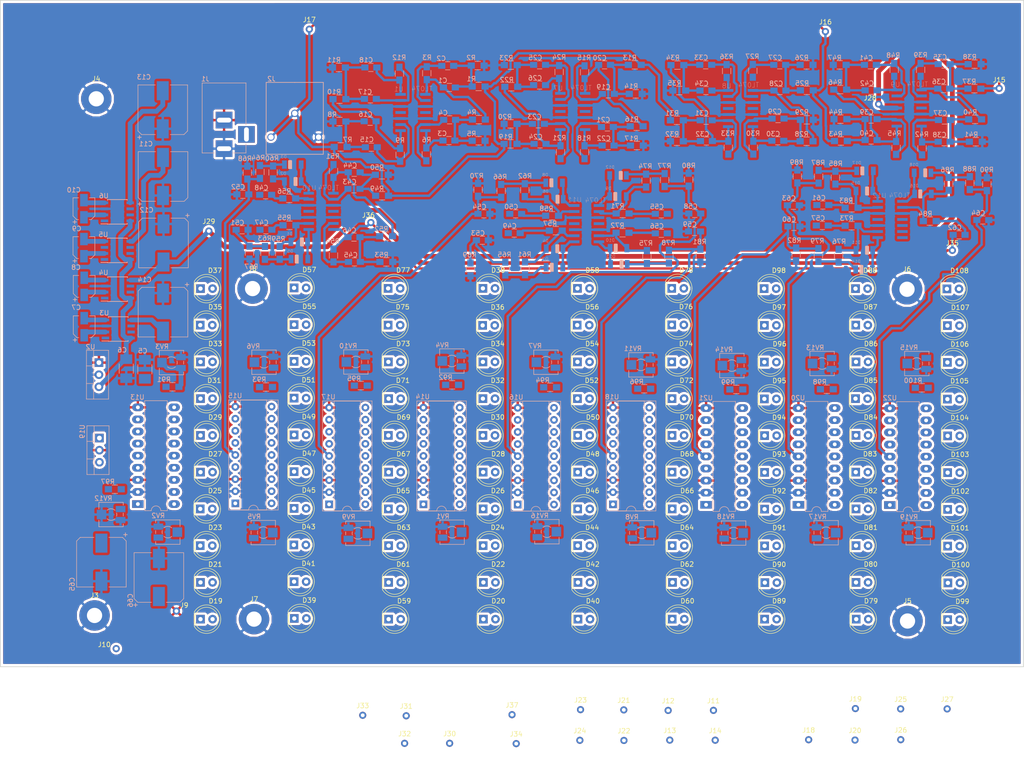
<source format=kicad_pcb>
(kicad_pcb (version 4) (host pcbnew 4.0.7)
  (layers (0 F.Cu mixed) (1 In1.Cu mixed hide) (2 In2.Cu mixed hide) (31 B.Cu mixed) (34 B.Paste user) (35 F.Paste user) (36 B.SilkS user) (37 F.SilkS user) (38 B.Mask user) (39 F.Mask user) (44 Edge.Cuts user))
  (net 0 "")
  (net 1 "Net-(C1-Pad1)")
  (net 2 "Net-(C1-Pad2)")
  (net 3 "Net-(C2-Pad1)")
  (net 4 /10Hz-100nF/Audio10Hz)
  (net 5 "Net-(C3-Pad2)")
  (net 6 "Net-(C4-Pad1)")
  (net 7 +12V)
  (net 8 GND)
  (net 9 /+8V)
  (net 10 "Net-(C7-Pad1)")
  (net 11 "Net-(C7-Pad2)")
  (net 12 "Net-(C8-Pad1)")
  (net 13 "Net-(C8-Pad2)")
  (net 14 "Net-(C9-Pad1)")
  (net 15 "Net-(C9-Pad2)")
  (net 16 "Net-(C10-Pad1)")
  (net 17 "Net-(C10-Pad2)")
  (net 18 /-8V_2)
  (net 19 /-8V_1)
  (net 20 /-8V_3)
  (net 21 /-8V)
  (net 22 "Net-(C15-Pad1)")
  (net 23 "Net-(C15-Pad2)")
  (net 24 "Net-(C16-Pad1)")
  (net 25 "Net-(C17-Pad1)")
  (net 26 "Net-(C17-Pad2)")
  (net 27 "/50Hz - 220 nF/Audio50Hz")
  (net 28 "Net-(C19-Pad1)")
  (net 29 "Net-(C19-Pad2)")
  (net 30 "Net-(C20-Pad1)")
  (net 31 "Net-(C21-Pad1)")
  (net 32 "Net-(C21-Pad2)")
  (net 33 "/200Hz - 47nF/Audio200Hz")
  (net 34 "Net-(C23-Pad1)")
  (net 35 "Net-(C23-Pad2)")
  (net 36 "Net-(C24-Pad1)")
  (net 37 "Net-(C25-Pad1)")
  (net 38 "Net-(C25-Pad2)")
  (net 39 "/500Hz - 22 nF/Audio500Hz")
  (net 40 "Net-(C27-Pad1)")
  (net 41 "Net-(C27-Pad2)")
  (net 42 "Net-(C28-Pad1)")
  (net 43 "Net-(C29-Pad1)")
  (net 44 "Net-(C29-Pad2)")
  (net 45 "/1kHz -10 nF/Audio1kHz")
  (net 46 "Net-(C31-Pad1)")
  (net 47 "Net-(C31-Pad2)")
  (net 48 "Net-(C32-Pad1)")
  (net 49 "Net-(C33-Pad1)")
  (net 50 "Net-(C33-Pad2)")
  (net 51 "/2.5 kHz- 4.7 nF/Audio2.5kHz")
  (net 52 "Net-(C35-Pad1)")
  (net 53 "Net-(C35-Pad2)")
  (net 54 "Net-(C36-Pad1)")
  (net 55 "Net-(C37-Pad1)")
  (net 56 "Net-(C37-Pad2)")
  (net 57 "/4.5kHz - 2.2 nF/Audio4.5kHz")
  (net 58 "Net-(C39-Pad1)")
  (net 59 "Net-(C39-Pad2)")
  (net 60 "Net-(C40-Pad1)")
  (net 61 "Net-(C41-Pad1)")
  (net 62 "Net-(C41-Pad2)")
  (net 63 "/10 kHz - 1 nF/Audio10kHz")
  (net 64 "Net-(C43-Pad1)")
  (net 65 "Net-(C43-Pad2)")
  (net 66 "Net-(C44-Pad1)")
  (net 67 "Net-(C45-Pad1)")
  (net 68 "Net-(C45-Pad2)")
  (net 69 "Net-(C47-Pad1)")
  (net 70 "Net-(C48-Pad1)")
  (net 71 "Net-(C49-Pad1)")
  (net 72 "Net-(C50-Pad1)")
  (net 73 /10)
  (net 74 /50)
  (net 75 /200)
  (net 76 /500)
  (net 77 "Net-(C55-Pad1)")
  (net 78 "Net-(C56-Pad1)")
  (net 79 "Net-(C57-Pad1)")
  (net 80 /1k)
  (net 81 /4.5k)
  (net 82 /2.5k)
  (net 83 "Net-(C61-Pad1)")
  (net 84 "Net-(C62-Pad1)")
  (net 85 /25k)
  (net 86 /10k)
  (net 87 /All_Indicators/Turpinajums/LED_Supply)
  (net 88 "Net-(D1-PadC)")
  (net 89 "Net-(D1-PadA)")
  (net 90 "Net-(D2-PadC)")
  (net 91 "Net-(D2-PadA)")
  (net 92 "Net-(D3-PadC)")
  (net 93 "Net-(D4-PadC)")
  (net 94 "Net-(D4-PadA)")
  (net 95 "Net-(D5-PadC)")
  (net 96 "Net-(D6-PadC)")
  (net 97 "Net-(D7-PadC)")
  (net 98 "Net-(D8-PadC)")
  (net 99 "Net-(D12-PadA)")
  (net 100 "Net-(D9-PadA)")
  (net 101 "Net-(D10-PadC)")
  (net 102 "Net-(D10-PadA)")
  (net 103 "Net-(D11-PadC)")
  (net 104 "Net-(D11-PadA)")
  (net 105 "Net-(D12-PadC)")
  (net 106 "Net-(D13-PadC)")
  (net 107 "Net-(D14-PadC)")
  (net 108 "Net-(D15-PadC)")
  (net 109 "Net-(D15-PadA)")
  (net 110 "Net-(D16-PadC)")
  (net 111 "Net-(D16-PadA)")
  (net 112 "Net-(D17-PadC)")
  (net 113 "Net-(D18-PadC)")
  (net 114 "Net-(D19-Pad1)")
  (net 115 "Net-(D20-Pad1)")
  (net 116 "Net-(D21-Pad1)")
  (net 117 "Net-(D22-Pad1)")
  (net 118 "Net-(D23-Pad1)")
  (net 119 "Net-(D24-Pad1)")
  (net 120 "Net-(D25-Pad1)")
  (net 121 "Net-(D26-Pad1)")
  (net 122 "Net-(D27-Pad1)")
  (net 123 "Net-(D28-Pad1)")
  (net 124 "Net-(D29-Pad1)")
  (net 125 "Net-(D30-Pad1)")
  (net 126 "Net-(D31-Pad1)")
  (net 127 "Net-(D32-Pad1)")
  (net 128 "Net-(D33-Pad1)")
  (net 129 "Net-(D34-Pad1)")
  (net 130 "Net-(D35-Pad1)")
  (net 131 "Net-(D36-Pad1)")
  (net 132 "Net-(D37-Pad1)")
  (net 133 "Net-(D38-Pad1)")
  (net 134 "Net-(D39-Pad1)")
  (net 135 "Net-(D40-Pad1)")
  (net 136 "Net-(D41-Pad1)")
  (net 137 "Net-(D42-Pad1)")
  (net 138 "Net-(D43-Pad1)")
  (net 139 "Net-(D44-Pad1)")
  (net 140 "Net-(D45-Pad1)")
  (net 141 "Net-(D46-Pad1)")
  (net 142 "Net-(D47-Pad1)")
  (net 143 "Net-(D48-Pad1)")
  (net 144 "Net-(D49-Pad1)")
  (net 145 "Net-(D50-Pad1)")
  (net 146 "Net-(D51-Pad1)")
  (net 147 "Net-(D52-Pad1)")
  (net 148 "Net-(D53-Pad1)")
  (net 149 "Net-(D54-Pad1)")
  (net 150 "Net-(D55-Pad1)")
  (net 151 "Net-(D56-Pad1)")
  (net 152 "Net-(D57-Pad1)")
  (net 153 "Net-(D58-Pad1)")
  (net 154 "Net-(D59-Pad1)")
  (net 155 "Net-(D60-Pad1)")
  (net 156 "Net-(D61-Pad1)")
  (net 157 "Net-(D62-Pad1)")
  (net 158 "Net-(D63-Pad1)")
  (net 159 "Net-(D64-Pad1)")
  (net 160 "Net-(D65-Pad1)")
  (net 161 "Net-(D66-Pad1)")
  (net 162 "Net-(D67-Pad1)")
  (net 163 "Net-(D68-Pad1)")
  (net 164 "Net-(D69-Pad1)")
  (net 165 "Net-(D70-Pad1)")
  (net 166 "Net-(D71-Pad1)")
  (net 167 "Net-(D72-Pad1)")
  (net 168 "Net-(D73-Pad1)")
  (net 169 "Net-(D74-Pad1)")
  (net 170 "Net-(D75-Pad1)")
  (net 171 "Net-(D76-Pad1)")
  (net 172 "Net-(D77-Pad1)")
  (net 173 "Net-(D78-Pad1)")
  (net 174 "Net-(D79-Pad1)")
  (net 175 "Net-(D80-Pad1)")
  (net 176 "Net-(D81-Pad1)")
  (net 177 "Net-(D82-Pad1)")
  (net 178 "Net-(D83-Pad1)")
  (net 179 "Net-(D84-Pad1)")
  (net 180 "Net-(D85-Pad1)")
  (net 181 "Net-(D86-Pad1)")
  (net 182 "Net-(D87-Pad1)")
  (net 183 "Net-(D88-Pad1)")
  (net 184 "Net-(D89-Pad1)")
  (net 185 "Net-(D90-Pad1)")
  (net 186 "Net-(D91-Pad1)")
  (net 187 "Net-(D92-Pad1)")
  (net 188 "Net-(D93-Pad1)")
  (net 189 "Net-(D94-Pad1)")
  (net 190 "Net-(D95-Pad1)")
  (net 191 "Net-(D96-Pad1)")
  (net 192 "Net-(D97-Pad1)")
  (net 193 "Net-(D98-Pad1)")
  (net 194 "Net-(D99-Pad1)")
  (net 195 "Net-(D100-Pad1)")
  (net 196 "Net-(D101-Pad1)")
  (net 197 "Net-(D102-Pad1)")
  (net 198 "Net-(D103-Pad1)")
  (net 199 "Net-(D104-Pad1)")
  (net 200 "Net-(D105-Pad1)")
  (net 201 "Net-(D106-Pad1)")
  (net 202 "Net-(D107-Pad1)")
  (net 203 "Net-(D108-Pad1)")
  (net 204 /Audio)
  (net 205 "Net-(R91-Pad1)")
  (net 206 "Net-(R91-Pad2)")
  (net 207 "Net-(R92-Pad1)")
  (net 208 "Net-(R92-Pad2)")
  (net 209 "Net-(R93-Pad1)")
  (net 210 "Net-(R93-Pad2)")
  (net 211 "Net-(R94-Pad1)")
  (net 212 "Net-(R94-Pad2)")
  (net 213 "Net-(R95-Pad1)")
  (net 214 "Net-(R95-Pad2)")
  (net 215 "Net-(R96-Pad1)")
  (net 216 "Net-(R96-Pad2)")
  (net 217 "Net-(R97-Pad1)")
  (net 218 "Net-(R98-Pad1)")
  (net 219 "Net-(R98-Pad2)")
  (net 220 "Net-(R99-Pad1)")
  (net 221 "Net-(R99-Pad2)")
  (net 222 "Net-(R100-Pad1)")
  (net 223 "Net-(R100-Pad2)")
  (net 224 "Net-(RV1-Pad2)")
  (net 225 "Net-(RV2-Pad2)")
  (net 226 "Net-(RV5-Pad2)")
  (net 227 "Net-(RV8-Pad2)")
  (net 228 "Net-(RV9-Pad2)")
  (net 229 "Net-(RV16-Pad2)")
  (net 230 "Net-(RV17-Pad2)")
  (net 231 "Net-(RV18-Pad2)")
  (net 232 "Net-(RV19-Pad2)")
  (net 233 "Net-(U3-Pad1)")
  (net 234 "Net-(U3-Pad6)")
  (net 235 "Net-(U3-Pad7)")
  (net 236 "Net-(U4-Pad1)")
  (net 237 "Net-(U4-Pad6)")
  (net 238 "Net-(U4-Pad7)")
  (net 239 "Net-(U5-Pad1)")
  (net 240 "Net-(U5-Pad3)")
  (net 241 "Net-(U5-Pad6)")
  (net 242 "Net-(U5-Pad7)")
  (net 243 "Net-(U6-Pad1)")
  (net 244 "Net-(U6-Pad6)")
  (net 245 "Net-(U6-Pad7)")
  (net 246 "/25 kHz - 470 pF/Audio25kHz")
  (net 247 "Net-(D6-PadA)")
  (module TL074:SO14 (layer B.Cu) (at 186.65 83.56 270)
    (fp_text reference U1 (at -4.9276 2.9972 540) (layer B.SilkS) (effects (font (size 1.00397 1.00397) (thickness 0.05)) (justify mirror)))
    (fp_text value TL074 (at -4.9784 -1.8796 540) (layer B.SilkS) (effects (font (size 1.00403 1.00403) (thickness 0.05)) (justify mirror)))
    (pad 2 smd rect (at -2.54 -2.6 270) (size 0.6 2.2) (layers B.Cu B.Paste B.Mask) (net 3 "Net-(C2-Pad1)"))
    (pad 13 smd rect (at -2.54 2.6 270) (size 0.6 2.2) (layers B.Cu B.Paste B.Mask) (net 25 "Net-(C17-Pad1)"))
    (pad 1 smd rect (at -3.81 -2.6 270) (size 0.6 2.2) (layers B.Cu B.Paste B.Mask) (net 1 "Net-(C1-Pad1)"))
    (pad 3 smd rect (at -1.27 -2.6 270) (size 0.6 2.2) (layers B.Cu B.Paste B.Mask) (net 8 GND))
    (pad 4 smd rect (at 0 -2.6 270) (size 0.6 2.2) (layers B.Cu B.Paste B.Mask) (net 9 /+8V))
    (pad 14 smd rect (at -3.81 2.6 270) (size 0.6 2.2) (layers B.Cu B.Paste B.Mask) (net 27 "/50Hz - 220 nF/Audio50Hz"))
    (pad 12 smd rect (at -1.27 2.6 270) (size 0.6 2.2) (layers B.Cu B.Paste B.Mask) (net 8 GND))
    (pad 11 smd rect (at 0 2.6 270) (size 0.6 2.2) (layers B.Cu B.Paste B.Mask) (net 21 /-8V))
    (pad 6 smd rect (at 2.54 -2.6 270) (size 0.6 2.2) (layers B.Cu B.Paste B.Mask) (net 6 "Net-(C4-Pad1)"))
    (pad 9 smd rect (at 2.54 2.6 270) (size 0.6 2.2) (layers B.Cu B.Paste B.Mask) (net 22 "Net-(C15-Pad1)"))
    (pad 5 smd rect (at 1.27 -2.6 270) (size 0.6 2.2) (layers B.Cu B.Paste B.Mask) (net 8 GND))
    (pad 7 smd rect (at 3.81 -2.6 270) (size 0.6 2.2) (layers B.Cu B.Paste B.Mask) (net 4 /10Hz-100nF/Audio10Hz))
    (pad 10 smd rect (at 1.27 2.6 270) (size 0.6 2.2) (layers B.Cu B.Paste B.Mask) (net 8 GND))
    (pad 8 smd rect (at 3.81 2.6 270) (size 0.6 2.2) (layers B.Cu B.Paste B.Mask) (net 24 "Net-(C16-Pad1)"))
  )
  (module 1N4148:DIOMELF3515N (layer B.Cu) (at 281.625 95.825)
    (fp_text reference D17 (at -1.725 -1.675) (layer B.SilkS) (effects (font (size 0.641358 0.641358) (thickness 0.05)) (justify mirror)))
    (fp_text value 1N4148 hide)
    (pad A smd rect (at 1.75 0 180) (size 1 1.75) (layers B.Cu B.Paste B.Mask) (net 108 "Net-(D15-PadC)"))
    (pad C smd rect (at -1.75 0 180) (size 1 1.75) (layers B.Cu B.Paste B.Mask) (net 112 "Net-(D17-PadC)"))
  )
  (module Resistors_SMD:R_0805_HandSoldering (layer B.Cu) (at 304.75 85)
    (fp_text reference R40 (at -1.025 -1.5) (layer B.SilkS) (effects (justify mirror)))
    (fp_text value 6.8k)
    (pad 1 smd rect (at -1.35 0) (size 1.5 1.3) (layers B.Cu B.Paste B.Mask) (net 56 "Net-(C37-Pad2)"))
    (pad 2 smd rect (at 1.35 0) (size 1.5 1.3) (layers B.Cu B.Paste B.Mask) (net 54 "Net-(C36-Pad1)"))
  )
  (module Mounting_Holes:MountingHole_3.2mm_M3_Pad (layer F.Cu) (at 290.55 190.4)
    (fp_text reference J5 (at 0 -4.2) (layer F.SilkS))
    (fp_text value Conn_01x01)
    (pad 1 thru_hole circle (at 0 0) (size 6.4 6.4) (drill 3.2) (layers *.Cu *.Mask) (net 8 GND))
  )
  (module Housings_DIP:DIP-18_W7.62mm_LongPads (layer B.Cu) (at 286.837 166.0292)
    (fp_text reference U22 (at 0 -22.5044) (layer B.SilkS) (effects (justify mirror)))
    (fp_text value LM3915)
    (pad 1 thru_hole rect (at 0 0) (size 2.4 1.6) (drill 0.8) (layers *.Cu *.Mask) (net 194 "Net-(D99-Pad1)"))
    (pad 10 thru_hole oval (at 7.62 -20.32) (size 2.4 1.6) (drill 0.8) (layers *.Cu *.Mask) (net 203 "Net-(D108-Pad1)"))
    (pad 2 thru_hole oval (at 0 -2.54) (size 2.4 1.6) (drill 0.8) (layers *.Cu *.Mask) (net 8 GND))
    (pad 11 thru_hole oval (at 7.62 -17.78) (size 2.4 1.6) (drill 0.8) (layers *.Cu *.Mask) (net 202 "Net-(D107-Pad1)"))
    (pad 3 thru_hole oval (at 0 -5.08) (size 2.4 1.6) (drill 0.8) (layers *.Cu *.Mask) (net 7 +12V))
    (pad 12 thru_hole oval (at 7.62 -15.24) (size 2.4 1.6) (drill 0.8) (layers *.Cu *.Mask) (net 201 "Net-(D106-Pad1)"))
    (pad 4 thru_hole oval (at 0 -7.62) (size 2.4 1.6) (drill 0.8) (layers *.Cu *.Mask) (net 232 "Net-(RV19-Pad2)"))
    (pad 13 thru_hole oval (at 7.62 -12.7) (size 2.4 1.6) (drill 0.8) (layers *.Cu *.Mask) (net 200 "Net-(D105-Pad1)"))
    (pad 5 thru_hole oval (at 0 -10.16) (size 2.4 1.6) (drill 0.8) (layers *.Cu *.Mask) (net 85 /25k))
    (pad 14 thru_hole oval (at 7.62 -10.16) (size 2.4 1.6) (drill 0.8) (layers *.Cu *.Mask) (net 199 "Net-(D104-Pad1)"))
    (pad 6 thru_hole oval (at 0 -12.7) (size 2.4 1.6) (drill 0.8) (layers *.Cu *.Mask) (net 222 "Net-(R100-Pad1)"))
    (pad 15 thru_hole oval (at 7.62 -7.62) (size 2.4 1.6) (drill 0.8) (layers *.Cu *.Mask) (net 198 "Net-(D103-Pad1)"))
    (pad 7 thru_hole oval (at 0 -15.24) (size 2.4 1.6) (drill 0.8) (layers *.Cu *.Mask) (net 222 "Net-(R100-Pad1)"))
    (pad 16 thru_hole oval (at 7.62 -5.08) (size 2.4 1.6) (drill 0.8) (layers *.Cu *.Mask) (net 197 "Net-(D102-Pad1)"))
    (pad 8 thru_hole oval (at 0 -17.78) (size 2.4 1.6) (drill 0.8) (layers *.Cu *.Mask) (net 223 "Net-(R100-Pad2)"))
    (pad 17 thru_hole oval (at 7.62 -2.54) (size 2.4 1.6) (drill 0.8) (layers *.Cu *.Mask) (net 196 "Net-(D101-Pad1)"))
    (pad 9 thru_hole oval (at 0 -20.32) (size 2.4 1.6) (drill 0.8) (layers *.Cu *.Mask) (net 7 +12V))
    (pad 18 thru_hole oval (at 7.62 0) (size 2.4 1.6) (drill 0.8) (layers *.Cu *.Mask) (net 195 "Net-(D100-Pad1)"))
  )
  (module Housings_DIP:DIP-18_W7.62mm_LongPads (layer B.Cu) (at 248.229 165.9784)
    (fp_text reference U21 (at -0.0508 -22.4536) (layer B.SilkS) (effects (justify mirror)))
    (fp_text value LM3915)
    (pad 1 thru_hole rect (at 0 0) (size 2.4 1.6) (drill 0.8) (layers *.Cu *.Mask) (net 184 "Net-(D89-Pad1)"))
    (pad 10 thru_hole oval (at 7.62 -20.32) (size 2.4 1.6) (drill 0.8) (layers *.Cu *.Mask) (net 193 "Net-(D98-Pad1)"))
    (pad 2 thru_hole oval (at 0 -2.54) (size 2.4 1.6) (drill 0.8) (layers *.Cu *.Mask) (net 8 GND))
    (pad 11 thru_hole oval (at 7.62 -17.78) (size 2.4 1.6) (drill 0.8) (layers *.Cu *.Mask) (net 192 "Net-(D97-Pad1)"))
    (pad 3 thru_hole oval (at 0 -5.08) (size 2.4 1.6) (drill 0.8) (layers *.Cu *.Mask) (net 7 +12V))
    (pad 12 thru_hole oval (at 7.62 -15.24) (size 2.4 1.6) (drill 0.8) (layers *.Cu *.Mask) (net 191 "Net-(D96-Pad1)"))
    (pad 4 thru_hole oval (at 0 -7.62) (size 2.4 1.6) (drill 0.8) (layers *.Cu *.Mask) (net 231 "Net-(RV18-Pad2)"))
    (pad 13 thru_hole oval (at 7.62 -12.7) (size 2.4 1.6) (drill 0.8) (layers *.Cu *.Mask) (net 190 "Net-(D95-Pad1)"))
    (pad 5 thru_hole oval (at 0 -10.16) (size 2.4 1.6) (drill 0.8) (layers *.Cu *.Mask) (net 81 /4.5k))
    (pad 14 thru_hole oval (at 7.62 -10.16) (size 2.4 1.6) (drill 0.8) (layers *.Cu *.Mask) (net 189 "Net-(D94-Pad1)"))
    (pad 6 thru_hole oval (at 0 -12.7) (size 2.4 1.6) (drill 0.8) (layers *.Cu *.Mask) (net 220 "Net-(R99-Pad1)"))
    (pad 15 thru_hole oval (at 7.62 -7.62) (size 2.4 1.6) (drill 0.8) (layers *.Cu *.Mask) (net 188 "Net-(D93-Pad1)"))
    (pad 7 thru_hole oval (at 0 -15.24) (size 2.4 1.6) (drill 0.8) (layers *.Cu *.Mask) (net 220 "Net-(R99-Pad1)"))
    (pad 16 thru_hole oval (at 7.62 -5.08) (size 2.4 1.6) (drill 0.8) (layers *.Cu *.Mask) (net 187 "Net-(D92-Pad1)"))
    (pad 8 thru_hole oval (at 0 -17.78) (size 2.4 1.6) (drill 0.8) (layers *.Cu *.Mask) (net 221 "Net-(R99-Pad2)"))
    (pad 17 thru_hole oval (at 7.62 -2.54) (size 2.4 1.6) (drill 0.8) (layers *.Cu *.Mask) (net 186 "Net-(D91-Pad1)"))
    (pad 9 thru_hole oval (at 0 -20.32) (size 2.4 1.6) (drill 0.8) (layers *.Cu *.Mask) (net 7 +12V))
    (pad 18 thru_hole oval (at 7.62 0) (size 2.4 1.6) (drill 0.8) (layers *.Cu *.Mask) (net 185 "Net-(D90-Pad1)"))
  )
  (module Housings_DIP:DIP-18_W7.62mm_LongPads (layer B.Cu) (at 267.6346 165.9784)
    (fp_text reference U20 (at -0.1016 -22.4536) (layer B.SilkS) (effects (justify mirror)))
    (fp_text value LM3915)
    (pad 1 thru_hole rect (at 0 0) (size 2.4 1.6) (drill 0.8) (layers *.Cu *.Mask) (net 174 "Net-(D79-Pad1)"))
    (pad 10 thru_hole oval (at 7.62 -20.32) (size 2.4 1.6) (drill 0.8) (layers *.Cu *.Mask) (net 183 "Net-(D88-Pad1)"))
    (pad 2 thru_hole oval (at 0 -2.54) (size 2.4 1.6) (drill 0.8) (layers *.Cu *.Mask) (net 8 GND))
    (pad 11 thru_hole oval (at 7.62 -17.78) (size 2.4 1.6) (drill 0.8) (layers *.Cu *.Mask) (net 182 "Net-(D87-Pad1)"))
    (pad 3 thru_hole oval (at 0 -5.08) (size 2.4 1.6) (drill 0.8) (layers *.Cu *.Mask) (net 7 +12V))
    (pad 12 thru_hole oval (at 7.62 -15.24) (size 2.4 1.6) (drill 0.8) (layers *.Cu *.Mask) (net 181 "Net-(D86-Pad1)"))
    (pad 4 thru_hole oval (at 0 -7.62) (size 2.4 1.6) (drill 0.8) (layers *.Cu *.Mask) (net 230 "Net-(RV17-Pad2)"))
    (pad 13 thru_hole oval (at 7.62 -12.7) (size 2.4 1.6) (drill 0.8) (layers *.Cu *.Mask) (net 180 "Net-(D85-Pad1)"))
    (pad 5 thru_hole oval (at 0 -10.16) (size 2.4 1.6) (drill 0.8) (layers *.Cu *.Mask) (net 86 /10k))
    (pad 14 thru_hole oval (at 7.62 -10.16) (size 2.4 1.6) (drill 0.8) (layers *.Cu *.Mask) (net 179 "Net-(D84-Pad1)"))
    (pad 6 thru_hole oval (at 0 -12.7) (size 2.4 1.6) (drill 0.8) (layers *.Cu *.Mask) (net 218 "Net-(R98-Pad1)"))
    (pad 15 thru_hole oval (at 7.62 -7.62) (size 2.4 1.6) (drill 0.8) (layers *.Cu *.Mask) (net 178 "Net-(D83-Pad1)"))
    (pad 7 thru_hole oval (at 0 -15.24) (size 2.4 1.6) (drill 0.8) (layers *.Cu *.Mask) (net 218 "Net-(R98-Pad1)"))
    (pad 16 thru_hole oval (at 7.62 -5.08) (size 2.4 1.6) (drill 0.8) (layers *.Cu *.Mask) (net 177 "Net-(D82-Pad1)"))
    (pad 8 thru_hole oval (at 0 -17.78) (size 2.4 1.6) (drill 0.8) (layers *.Cu *.Mask) (net 219 "Net-(R98-Pad2)"))
    (pad 17 thru_hole oval (at 7.62 -2.54) (size 2.4 1.6) (drill 0.8) (layers *.Cu *.Mask) (net 176 "Net-(D81-Pad1)"))
    (pad 9 thru_hole oval (at 0 -20.32) (size 2.4 1.6) (drill 0.8) (layers *.Cu *.Mask) (net 7 +12V))
    (pad 18 thru_hole oval (at 7.62 0) (size 2.4 1.6) (drill 0.8) (layers *.Cu *.Mask) (net 175 "Net-(D80-Pad1)"))
  )
  (module TO_SOT_Packages_THT:TO-220_Vertical (layer B.Cu) (at 120.77 151.96 270)
    (fp_text reference U19 (at -1.3716 3.6068 270) (layer B.SilkS) (effects (justify mirror)))
    (fp_text value LM317_TO3)
    (pad 1 thru_hole rect (at 0 0 270) (size 1.8 1.8) (drill 1) (layers *.Cu *.Mask) (net 217 "Net-(R97-Pad1)"))
    (pad 2 thru_hole oval (at 2.54 0 270) (size 1.8 1.8) (drill 1) (layers *.Cu *.Mask) (net 7 +12V))
    (pad 3 thru_hole oval (at 5.08 0 270) (size 1.8 1.8) (drill 1) (layers *.Cu *.Mask) (net 87 /All_Indicators/Turpinajums/LED_Supply))
  )
  (module LIBRARIIES:DIP-18_W7.62mm_Socket (layer B.Cu) (at 228.671 165.8768)
    (fp_text reference U18 (at -0.2032 -22.5552) (layer B.SilkS) (effects (justify mirror)))
    (fp_text value LM3915)
    (pad 1 thru_hole rect (at 0 0) (size 1.6 1.6) (drill 0.8) (layers *.Cu *.Mask) (net 155 "Net-(D60-Pad1)"))
    (pad 10 thru_hole oval (at 7.62 -20.32) (size 1.6 1.6) (drill 0.8) (layers *.Cu *.Mask) (net 173 "Net-(D78-Pad1)"))
    (pad 2 thru_hole oval (at 0 -2.54) (size 1.6 1.6) (drill 0.8) (layers *.Cu *.Mask) (net 8 GND))
    (pad 11 thru_hole oval (at 7.62 -17.78) (size 1.6 1.6) (drill 0.8) (layers *.Cu *.Mask) (net 171 "Net-(D76-Pad1)"))
    (pad 3 thru_hole oval (at 0 -5.08) (size 1.6 1.6) (drill 0.8) (layers *.Cu *.Mask) (net 7 +12V))
    (pad 12 thru_hole oval (at 7.62 -15.24) (size 1.6 1.6) (drill 0.8) (layers *.Cu *.Mask) (net 169 "Net-(D74-Pad1)"))
    (pad 4 thru_hole oval (at 0 -7.62) (size 1.6 1.6) (drill 0.8) (layers *.Cu *.Mask) (net 227 "Net-(RV8-Pad2)"))
    (pad 13 thru_hole oval (at 7.62 -12.7) (size 1.6 1.6) (drill 0.8) (layers *.Cu *.Mask) (net 167 "Net-(D72-Pad1)"))
    (pad 5 thru_hole oval (at 0 -10.16) (size 1.6 1.6) (drill 0.8) (layers *.Cu *.Mask) (net 82 /2.5k))
    (pad 14 thru_hole oval (at 7.62 -10.16) (size 1.6 1.6) (drill 0.8) (layers *.Cu *.Mask) (net 165 "Net-(D70-Pad1)"))
    (pad 6 thru_hole oval (at 0 -12.7) (size 1.6 1.6) (drill 0.8) (layers *.Cu *.Mask) (net 215 "Net-(R96-Pad1)"))
    (pad 15 thru_hole oval (at 7.62 -7.62) (size 1.6 1.6) (drill 0.8) (layers *.Cu *.Mask) (net 163 "Net-(D68-Pad1)"))
    (pad 7 thru_hole oval (at 0 -15.24) (size 1.6 1.6) (drill 0.8) (layers *.Cu *.Mask) (net 215 "Net-(R96-Pad1)"))
    (pad 16 thru_hole oval (at 7.62 -5.08) (size 1.6 1.6) (drill 0.8) (layers *.Cu *.Mask) (net 161 "Net-(D66-Pad1)"))
    (pad 8 thru_hole oval (at 0 -17.78) (size 1.6 1.6) (drill 0.8) (layers *.Cu *.Mask) (net 216 "Net-(R96-Pad2)"))
    (pad 17 thru_hole oval (at 7.62 -2.54) (size 1.6 1.6) (drill 0.8) (layers *.Cu *.Mask) (net 159 "Net-(D64-Pad1)"))
    (pad 9 thru_hole oval (at 0 -20.32) (size 1.6 1.6) (drill 0.8) (layers *.Cu *.Mask) (net 7 +12V))
    (pad 18 thru_hole oval (at 7.62 0) (size 1.6 1.6) (drill 0.8) (layers *.Cu *.Mask) (net 157 "Net-(D62-Pad1)"))
  )
  (module LIBRARIIES:DIP-18_W7.62mm_Socket (layer B.Cu) (at 169.0318 165.8768)
    (fp_text reference U17 (at -0.1524 -22.5552) (layer B.SilkS) (effects (justify mirror)))
    (fp_text value LM3915)
    (pad 1 thru_hole rect (at 0 0) (size 1.6 1.6) (drill 0.8) (layers *.Cu *.Mask) (net 154 "Net-(D59-Pad1)"))
    (pad 10 thru_hole oval (at 7.62 -20.32) (size 1.6 1.6) (drill 0.8) (layers *.Cu *.Mask) (net 172 "Net-(D77-Pad1)"))
    (pad 2 thru_hole oval (at 0 -2.54) (size 1.6 1.6) (drill 0.8) (layers *.Cu *.Mask) (net 8 GND))
    (pad 11 thru_hole oval (at 7.62 -17.78) (size 1.6 1.6) (drill 0.8) (layers *.Cu *.Mask) (net 170 "Net-(D75-Pad1)"))
    (pad 3 thru_hole oval (at 0 -5.08) (size 1.6 1.6) (drill 0.8) (layers *.Cu *.Mask) (net 7 +12V))
    (pad 12 thru_hole oval (at 7.62 -15.24) (size 1.6 1.6) (drill 0.8) (layers *.Cu *.Mask) (net 168 "Net-(D73-Pad1)"))
    (pad 4 thru_hole oval (at 0 -7.62) (size 1.6 1.6) (drill 0.8) (layers *.Cu *.Mask) (net 228 "Net-(RV9-Pad2)"))
    (pad 13 thru_hole oval (at 7.62 -12.7) (size 1.6 1.6) (drill 0.8) (layers *.Cu *.Mask) (net 166 "Net-(D71-Pad1)"))
    (pad 5 thru_hole oval (at 0 -10.16) (size 1.6 1.6) (drill 0.8) (layers *.Cu *.Mask) (net 75 /200))
    (pad 14 thru_hole oval (at 7.62 -10.16) (size 1.6 1.6) (drill 0.8) (layers *.Cu *.Mask) (net 164 "Net-(D69-Pad1)"))
    (pad 6 thru_hole oval (at 0 -12.7) (size 1.6 1.6) (drill 0.8) (layers *.Cu *.Mask) (net 213 "Net-(R95-Pad1)"))
    (pad 15 thru_hole oval (at 7.62 -7.62) (size 1.6 1.6) (drill 0.8) (layers *.Cu *.Mask) (net 162 "Net-(D67-Pad1)"))
    (pad 7 thru_hole oval (at 0 -15.24) (size 1.6 1.6) (drill 0.8) (layers *.Cu *.Mask) (net 213 "Net-(R95-Pad1)"))
    (pad 16 thru_hole oval (at 7.62 -5.08) (size 1.6 1.6) (drill 0.8) (layers *.Cu *.Mask) (net 160 "Net-(D65-Pad1)"))
    (pad 8 thru_hole oval (at 0 -17.78) (size 1.6 1.6) (drill 0.8) (layers *.Cu *.Mask) (net 214 "Net-(R95-Pad2)"))
    (pad 17 thru_hole oval (at 7.62 -2.54) (size 1.6 1.6) (drill 0.8) (layers *.Cu *.Mask) (net 158 "Net-(D63-Pad1)"))
    (pad 9 thru_hole oval (at 0 -20.32) (size 1.6 1.6) (drill 0.8) (layers *.Cu *.Mask) (net 7 +12V))
    (pad 18 thru_hole oval (at 7.62 0) (size 1.6 1.6) (drill 0.8) (layers *.Cu *.Mask) (net 156 "Net-(D61-Pad1)"))
  )
  (module LIBRARIIES:DIP-18_W7.62mm_Socket (layer B.Cu) (at 208.6558 165.9276)
    (fp_text reference U16 (at -0.3048 -22.5552) (layer B.SilkS) (effects (justify mirror)))
    (fp_text value LM3915)
    (pad 1 thru_hole rect (at 0 0) (size 1.6 1.6) (drill 0.8) (layers *.Cu *.Mask) (net 135 "Net-(D40-Pad1)"))
    (pad 10 thru_hole oval (at 7.62 -20.32) (size 1.6 1.6) (drill 0.8) (layers *.Cu *.Mask) (net 153 "Net-(D58-Pad1)"))
    (pad 2 thru_hole oval (at 0 -2.54) (size 1.6 1.6) (drill 0.8) (layers *.Cu *.Mask) (net 8 GND))
    (pad 11 thru_hole oval (at 7.62 -17.78) (size 1.6 1.6) (drill 0.8) (layers *.Cu *.Mask) (net 151 "Net-(D56-Pad1)"))
    (pad 3 thru_hole oval (at 0 -5.08) (size 1.6 1.6) (drill 0.8) (layers *.Cu *.Mask) (net 7 +12V))
    (pad 12 thru_hole oval (at 7.62 -15.24) (size 1.6 1.6) (drill 0.8) (layers *.Cu *.Mask) (net 149 "Net-(D54-Pad1)"))
    (pad 4 thru_hole oval (at 0 -7.62) (size 1.6 1.6) (drill 0.8) (layers *.Cu *.Mask) (net 229 "Net-(RV16-Pad2)"))
    (pad 13 thru_hole oval (at 7.62 -12.7) (size 1.6 1.6) (drill 0.8) (layers *.Cu *.Mask) (net 147 "Net-(D52-Pad1)"))
    (pad 5 thru_hole oval (at 0 -10.16) (size 1.6 1.6) (drill 0.8) (layers *.Cu *.Mask) (net 80 /1k))
    (pad 14 thru_hole oval (at 7.62 -10.16) (size 1.6 1.6) (drill 0.8) (layers *.Cu *.Mask) (net 145 "Net-(D50-Pad1)"))
    (pad 6 thru_hole oval (at 0 -12.7) (size 1.6 1.6) (drill 0.8) (layers *.Cu *.Mask) (net 211 "Net-(R94-Pad1)"))
    (pad 15 thru_hole oval (at 7.62 -7.62) (size 1.6 1.6) (drill 0.8) (layers *.Cu *.Mask) (net 143 "Net-(D48-Pad1)"))
    (pad 7 thru_hole oval (at 0 -15.24) (size 1.6 1.6) (drill 0.8) (layers *.Cu *.Mask) (net 211 "Net-(R94-Pad1)"))
    (pad 16 thru_hole oval (at 7.62 -5.08) (size 1.6 1.6) (drill 0.8) (layers *.Cu *.Mask) (net 141 "Net-(D46-Pad1)"))
    (pad 8 thru_hole oval (at 0 -17.78) (size 1.6 1.6) (drill 0.8) (layers *.Cu *.Mask) (net 212 "Net-(R94-Pad2)"))
    (pad 17 thru_hole oval (at 7.62 -2.54) (size 1.6 1.6) (drill 0.8) (layers *.Cu *.Mask) (net 139 "Net-(D44-Pad1)"))
    (pad 9 thru_hole oval (at 0 -20.32) (size 1.6 1.6) (drill 0.8) (layers *.Cu *.Mask) (net 7 +12V))
    (pad 18 thru_hole oval (at 7.62 0) (size 1.6 1.6) (drill 0.8) (layers *.Cu *.Mask) (net 137 "Net-(D42-Pad1)"))
  )
  (module LIBRARIIES:DIP-18_W7.62mm_Socket (layer B.Cu) (at 149.3214 165.6736)
    (fp_text reference U15 (at -0.0508 -22.606) (layer B.SilkS) (effects (justify mirror)))
    (fp_text value LM3915)
    (pad 1 thru_hole rect (at 0 0) (size 1.6 1.6) (drill 0.8) (layers *.Cu *.Mask) (net 134 "Net-(D39-Pad1)"))
    (pad 10 thru_hole oval (at 7.62 -20.32) (size 1.6 1.6) (drill 0.8) (layers *.Cu *.Mask) (net 152 "Net-(D57-Pad1)"))
    (pad 2 thru_hole oval (at 0 -2.54) (size 1.6 1.6) (drill 0.8) (layers *.Cu *.Mask) (net 8 GND))
    (pad 11 thru_hole oval (at 7.62 -17.78) (size 1.6 1.6) (drill 0.8) (layers *.Cu *.Mask) (net 150 "Net-(D55-Pad1)"))
    (pad 3 thru_hole oval (at 0 -5.08) (size 1.6 1.6) (drill 0.8) (layers *.Cu *.Mask) (net 7 +12V))
    (pad 12 thru_hole oval (at 7.62 -15.24) (size 1.6 1.6) (drill 0.8) (layers *.Cu *.Mask) (net 148 "Net-(D53-Pad1)"))
    (pad 4 thru_hole oval (at 0 -7.62) (size 1.6 1.6) (drill 0.8) (layers *.Cu *.Mask) (net 226 "Net-(RV5-Pad2)"))
    (pad 13 thru_hole oval (at 7.62 -12.7) (size 1.6 1.6) (drill 0.8) (layers *.Cu *.Mask) (net 146 "Net-(D51-Pad1)"))
    (pad 5 thru_hole oval (at 0 -10.16) (size 1.6 1.6) (drill 0.8) (layers *.Cu *.Mask) (net 74 /50))
    (pad 14 thru_hole oval (at 7.62 -10.16) (size 1.6 1.6) (drill 0.8) (layers *.Cu *.Mask) (net 144 "Net-(D49-Pad1)"))
    (pad 6 thru_hole oval (at 0 -12.7) (size 1.6 1.6) (drill 0.8) (layers *.Cu *.Mask) (net 209 "Net-(R93-Pad1)"))
    (pad 15 thru_hole oval (at 7.62 -7.62) (size 1.6 1.6) (drill 0.8) (layers *.Cu *.Mask) (net 142 "Net-(D47-Pad1)"))
    (pad 7 thru_hole oval (at 0 -15.24) (size 1.6 1.6) (drill 0.8) (layers *.Cu *.Mask) (net 209 "Net-(R93-Pad1)"))
    (pad 16 thru_hole oval (at 7.62 -5.08) (size 1.6 1.6) (drill 0.8) (layers *.Cu *.Mask) (net 140 "Net-(D45-Pad1)"))
    (pad 8 thru_hole oval (at 0 -17.78) (size 1.6 1.6) (drill 0.8) (layers *.Cu *.Mask) (net 210 "Net-(R93-Pad2)"))
    (pad 17 thru_hole oval (at 7.62 -2.54) (size 1.6 1.6) (drill 0.8) (layers *.Cu *.Mask) (net 138 "Net-(D43-Pad1)"))
    (pad 9 thru_hole oval (at 0 -20.32) (size 1.6 1.6) (drill 0.8) (layers *.Cu *.Mask) (net 7 +12V))
    (pad 18 thru_hole oval (at 7.62 0) (size 1.6 1.6) (drill 0.8) (layers *.Cu *.Mask) (net 136 "Net-(D41-Pad1)"))
  )
  (module LIBRARIIES:DIP-18_W7.62mm_Socket (layer B.Cu) (at 188.8438 165.8768)
    (fp_text reference U14 (at -0.1524 -22.606) (layer B.SilkS) (effects (justify mirror)))
    (fp_text value LM3915)
    (pad 1 thru_hole rect (at 0 0) (size 1.6 1.6) (drill 0.8) (layers *.Cu *.Mask) (net 115 "Net-(D20-Pad1)"))
    (pad 10 thru_hole oval (at 7.62 -20.32) (size 1.6 1.6) (drill 0.8) (layers *.Cu *.Mask) (net 133 "Net-(D38-Pad1)"))
    (pad 2 thru_hole oval (at 0 -2.54) (size 1.6 1.6) (drill 0.8) (layers *.Cu *.Mask) (net 8 GND))
    (pad 11 thru_hole oval (at 7.62 -17.78) (size 1.6 1.6) (drill 0.8) (layers *.Cu *.Mask) (net 131 "Net-(D36-Pad1)"))
    (pad 3 thru_hole oval (at 0 -5.08) (size 1.6 1.6) (drill 0.8) (layers *.Cu *.Mask) (net 7 +12V))
    (pad 12 thru_hole oval (at 7.62 -15.24) (size 1.6 1.6) (drill 0.8) (layers *.Cu *.Mask) (net 129 "Net-(D34-Pad1)"))
    (pad 4 thru_hole oval (at 0 -7.62) (size 1.6 1.6) (drill 0.8) (layers *.Cu *.Mask) (net 224 "Net-(RV1-Pad2)"))
    (pad 13 thru_hole oval (at 7.62 -12.7) (size 1.6 1.6) (drill 0.8) (layers *.Cu *.Mask) (net 127 "Net-(D32-Pad1)"))
    (pad 5 thru_hole oval (at 0 -10.16) (size 1.6 1.6) (drill 0.8) (layers *.Cu *.Mask) (net 76 /500))
    (pad 14 thru_hole oval (at 7.62 -10.16) (size 1.6 1.6) (drill 0.8) (layers *.Cu *.Mask) (net 125 "Net-(D30-Pad1)"))
    (pad 6 thru_hole oval (at 0 -12.7) (size 1.6 1.6) (drill 0.8) (layers *.Cu *.Mask) (net 207 "Net-(R92-Pad1)"))
    (pad 15 thru_hole oval (at 7.62 -7.62) (size 1.6 1.6) (drill 0.8) (layers *.Cu *.Mask) (net 123 "Net-(D28-Pad1)"))
    (pad 7 thru_hole oval (at 0 -15.24) (size 1.6 1.6) (drill 0.8) (layers *.Cu *.Mask) (net 207 "Net-(R92-Pad1)"))
    (pad 16 thru_hole oval (at 7.62 -5.08) (size 1.6 1.6) (drill 0.8) (layers *.Cu *.Mask) (net 121 "Net-(D26-Pad1)"))
    (pad 8 thru_hole oval (at 0 -17.78) (size 1.6 1.6) (drill 0.8) (layers *.Cu *.Mask) (net 208 "Net-(R92-Pad2)"))
    (pad 17 thru_hole oval (at 7.62 -2.54) (size 1.6 1.6) (drill 0.8) (layers *.Cu *.Mask) (net 119 "Net-(D24-Pad1)"))
    (pad 9 thru_hole oval (at 0 -20.32) (size 1.6 1.6) (drill 0.8) (layers *.Cu *.Mask) (net 7 +12V))
    (pad 18 thru_hole oval (at 7.62 0) (size 1.6 1.6) (drill 0.8) (layers *.Cu *.Mask) (net 117 "Net-(D22-Pad1)"))
  )
  (module Housings_DIP:DIP-18_W7.62mm_LongPads (layer B.Cu) (at 128.849 165.826)
    (fp_text reference U13 (at -0.1016 -22.4536) (layer B.SilkS) (effects (justify mirror)))
    (fp_text value LM3915)
    (pad 1 thru_hole rect (at 0 0) (size 2.4 1.6) (drill 0.8) (layers *.Cu *.Mask) (net 114 "Net-(D19-Pad1)"))
    (pad 10 thru_hole oval (at 7.62 -20.32) (size 2.4 1.6) (drill 0.8) (layers *.Cu *.Mask) (net 132 "Net-(D37-Pad1)"))
    (pad 2 thru_hole oval (at 0 -2.54) (size 2.4 1.6) (drill 0.8) (layers *.Cu *.Mask) (net 8 GND))
    (pad 11 thru_hole oval (at 7.62 -17.78) (size 2.4 1.6) (drill 0.8) (layers *.Cu *.Mask) (net 130 "Net-(D35-Pad1)"))
    (pad 3 thru_hole oval (at 0 -5.08) (size 2.4 1.6) (drill 0.8) (layers *.Cu *.Mask) (net 7 +12V))
    (pad 12 thru_hole oval (at 7.62 -15.24) (size 2.4 1.6) (drill 0.8) (layers *.Cu *.Mask) (net 128 "Net-(D33-Pad1)"))
    (pad 4 thru_hole oval (at 0 -7.62) (size 2.4 1.6) (drill 0.8) (layers *.Cu *.Mask) (net 225 "Net-(RV2-Pad2)"))
    (pad 13 thru_hole oval (at 7.62 -12.7) (size 2.4 1.6) (drill 0.8) (layers *.Cu *.Mask) (net 126 "Net-(D31-Pad1)"))
    (pad 5 thru_hole oval (at 0 -10.16) (size 2.4 1.6) (drill 0.8) (layers *.Cu *.Mask) (net 73 /10))
    (pad 14 thru_hole oval (at 7.62 -10.16) (size 2.4 1.6) (drill 0.8) (layers *.Cu *.Mask) (net 124 "Net-(D29-Pad1)"))
    (pad 6 thru_hole oval (at 0 -12.7) (size 2.4 1.6) (drill 0.8) (layers *.Cu *.Mask) (net 205 "Net-(R91-Pad1)"))
    (pad 15 thru_hole oval (at 7.62 -7.62) (size 2.4 1.6) (drill 0.8) (layers *.Cu *.Mask) (net 122 "Net-(D27-Pad1)"))
    (pad 7 thru_hole oval (at 0 -15.24) (size 2.4 1.6) (drill 0.8) (layers *.Cu *.Mask) (net 205 "Net-(R91-Pad1)"))
    (pad 16 thru_hole oval (at 7.62 -5.08) (size 2.4 1.6) (drill 0.8) (layers *.Cu *.Mask) (net 120 "Net-(D25-Pad1)"))
    (pad 8 thru_hole oval (at 0 -17.78) (size 2.4 1.6) (drill 0.8) (layers *.Cu *.Mask) (net 206 "Net-(R91-Pad2)"))
    (pad 17 thru_hole oval (at 7.62 -2.54) (size 2.4 1.6) (drill 0.8) (layers *.Cu *.Mask) (net 118 "Net-(D23-Pad1)"))
    (pad 9 thru_hole oval (at 0 -20.32) (size 2.4 1.6) (drill 0.8) (layers *.Cu *.Mask) (net 7 +12V))
    (pad 18 thru_hole oval (at 7.62 0) (size 2.4 1.6) (drill 0.8) (layers *.Cu *.Mask) (net 116 "Net-(D21-Pad1)"))
  )
  (module TL074:SO14 (layer B.Cu) (at 286.881 106.035 90)
    (fp_text reference U12 (at 5 -2.22 360) (layer B.SilkS) (effects (font (size 1.00397 1.00397) (thickness 0.05)) (justify mirror)))
    (fp_text value TL074 (at 5.05 1.98 360) (layer B.SilkS) (effects (font (size 1.00403 1.00403) (thickness 0.05)) (justify mirror)))
    (pad 2 smd rect (at -2.54 -2.6 90) (size 0.6 2.2) (layers B.Cu B.Paste B.Mask) (net 104 "Net-(D11-PadA)"))
    (pad 13 smd rect (at -2.54 2.6 90) (size 0.6 2.2) (layers B.Cu B.Paste B.Mask))
    (pad 1 smd rect (at -3.81 -2.6 90) (size 0.6 2.2) (layers B.Cu B.Paste B.Mask) (net 103 "Net-(D11-PadC)"))
    (pad 3 smd rect (at -1.27 -2.6 90) (size 0.6 2.2) (layers B.Cu B.Paste B.Mask) (net 8 GND))
    (pad 4 smd rect (at 0 -2.6 90) (size 0.6 2.2) (layers B.Cu B.Paste B.Mask) (net 9 /+8V))
    (pad 14 smd rect (at -3.81 2.6 90) (size 0.6 2.2) (layers B.Cu B.Paste B.Mask))
    (pad 12 smd rect (at -1.27 2.6 90) (size 0.6 2.2) (layers B.Cu B.Paste B.Mask))
    (pad 11 smd rect (at 0 2.6 90) (size 0.6 2.2) (layers B.Cu B.Paste B.Mask) (net 18 /-8V_2))
    (pad 6 smd rect (at 2.54 -2.6 90) (size 0.6 2.2) (layers B.Cu B.Paste B.Mask) (net 109 "Net-(D15-PadA)"))
    (pad 9 smd rect (at 2.54 2.6 90) (size 0.6 2.2) (layers B.Cu B.Paste B.Mask) (net 111 "Net-(D16-PadA)"))
    (pad 5 smd rect (at 1.27 -2.6 90) (size 0.6 2.2) (layers B.Cu B.Paste B.Mask) (net 8 GND))
    (pad 7 smd rect (at 3.81 -2.6 90) (size 0.6 2.2) (layers B.Cu B.Paste B.Mask) (net 108 "Net-(D15-PadC)"))
    (pad 10 smd rect (at 1.27 2.6 90) (size 0.6 2.2) (layers B.Cu B.Paste B.Mask) (net 8 GND))
    (pad 8 smd rect (at 3.81 2.6 90) (size 0.6 2.2) (layers B.Cu B.Paste B.Mask) (net 110 "Net-(D16-PadC)"))
  )
  (module TL074:SO14 (layer B.Cu) (at 223.124152 106.912988 90)
    (fp_text reference U11 (at 5.002988 -2.513152 360) (layer B.SilkS) (effects (font (size 1.00397 1.00397) (thickness 0.05)) (justify mirror)))
    (fp_text value TL074 (at 4.902988 1.861848 360) (layer B.SilkS) (effects (font (size 1.00403 1.00403) (thickness 0.05)) (justify mirror)))
    (pad 2 smd rect (at -2.54 -2.6 90) (size 0.6 2.2) (layers B.Cu B.Paste B.Mask) (net 94 "Net-(D4-PadA)"))
    (pad 13 smd rect (at -2.54 2.6 90) (size 0.6 2.2) (layers B.Cu B.Paste B.Mask) (net 102 "Net-(D10-PadA)"))
    (pad 1 smd rect (at -3.81 -2.6 90) (size 0.6 2.2) (layers B.Cu B.Paste B.Mask) (net 93 "Net-(D4-PadC)"))
    (pad 3 smd rect (at -1.27 -2.6 90) (size 0.6 2.2) (layers B.Cu B.Paste B.Mask) (net 8 GND))
    (pad 4 smd rect (at 0 -2.6 90) (size 0.6 2.2) (layers B.Cu B.Paste B.Mask) (net 9 /+8V))
    (pad 14 smd rect (at -3.81 2.6 90) (size 0.6 2.2) (layers B.Cu B.Paste B.Mask) (net 101 "Net-(D10-PadC)"))
    (pad 12 smd rect (at -1.27 2.6 90) (size 0.6 2.2) (layers B.Cu B.Paste B.Mask) (net 8 GND))
    (pad 11 smd rect (at 0 2.6 90) (size 0.6 2.2) (layers B.Cu B.Paste B.Mask) (net 20 /-8V_3))
    (pad 6 smd rect (at 2.54 -2.6 90) (size 0.6 2.2) (layers B.Cu B.Paste B.Mask) (net 247 "Net-(D6-PadA)"))
    (pad 9 smd rect (at 2.54 2.6 90) (size 0.6 2.2) (layers B.Cu B.Paste B.Mask) (net 100 "Net-(D9-PadA)"))
    (pad 5 smd rect (at 1.27 -2.6 90) (size 0.6 2.2) (layers B.Cu B.Paste B.Mask) (net 8 GND))
    (pad 7 smd rect (at 3.81 -2.6 90) (size 0.6 2.2) (layers B.Cu B.Paste B.Mask) (net 96 "Net-(D6-PadC)"))
    (pad 10 smd rect (at 1.27 2.6 90) (size 0.6 2.2) (layers B.Cu B.Paste B.Mask) (net 8 GND))
    (pad 8 smd rect (at 3.81 2.6 90) (size 0.6 2.2) (layers B.Cu B.Paste B.Mask) (net 99 "Net-(D12-PadA)"))
  )
  (module TL074:SO14 (layer B.Cu) (at 167.336 104.325 270)
    (fp_text reference U10 (at -4.915 2.475 540) (layer B.SilkS) (effects (font (size 1.00397 1.00397) (thickness 0.05)) (justify mirror)))
    (fp_text value TL074 (at -4.959859 -1.57803 540) (layer B.SilkS) (effects (font (size 1.00403 1.00403) (thickness 0.05)) (justify mirror)))
    (pad 2 smd rect (at -2.54 -2.6 270) (size 0.6 2.2) (layers B.Cu B.Paste B.Mask) (net 64 "Net-(C43-Pad1)"))
    (pad 13 smd rect (at -2.54 2.6 270) (size 0.6 2.2) (layers B.Cu B.Paste B.Mask) (net 91 "Net-(D2-PadA)"))
    (pad 1 smd rect (at -3.81 -2.6 270) (size 0.6 2.2) (layers B.Cu B.Paste B.Mask) (net 66 "Net-(C44-Pad1)"))
    (pad 3 smd rect (at -1.27 -2.6 270) (size 0.6 2.2) (layers B.Cu B.Paste B.Mask) (net 8 GND))
    (pad 4 smd rect (at 0 -2.6 270) (size 0.6 2.2) (layers B.Cu B.Paste B.Mask) (net 9 /+8V))
    (pad 14 smd rect (at -3.81 2.6 270) (size 0.6 2.2) (layers B.Cu B.Paste B.Mask) (net 90 "Net-(D2-PadC)"))
    (pad 12 smd rect (at -1.27 2.6 270) (size 0.6 2.2) (layers B.Cu B.Paste B.Mask) (net 8 GND))
    (pad 11 smd rect (at 0 2.6 270) (size 0.6 2.2) (layers B.Cu B.Paste B.Mask) (net 18 /-8V_2))
    (pad 6 smd rect (at 2.54 -2.6 270) (size 0.6 2.2) (layers B.Cu B.Paste B.Mask) (net 67 "Net-(C45-Pad1)"))
    (pad 9 smd rect (at 2.54 2.6 270) (size 0.6 2.2) (layers B.Cu B.Paste B.Mask) (net 89 "Net-(D1-PadA)"))
    (pad 5 smd rect (at 1.27 -2.6 270) (size 0.6 2.2) (layers B.Cu B.Paste B.Mask) (net 8 GND))
    (pad 7 smd rect (at 3.81 -2.6 270) (size 0.6 2.2) (layers B.Cu B.Paste B.Mask) (net 246 "/25 kHz - 470 pF/Audio25kHz"))
    (pad 10 smd rect (at 1.27 2.6 270) (size 0.6 2.2) (layers B.Cu B.Paste B.Mask) (net 8 GND))
    (pad 8 smd rect (at 3.81 2.6 270) (size 0.6 2.2) (layers B.Cu B.Paste B.Mask) (net 88 "Net-(D1-PadC)"))
  )
  (module TL074:SO14 (layer B.Cu) (at 290.9 82.62 270)
    (fp_text reference U9 (at -4.95 2.9 540) (layer B.SilkS) (effects (font (size 1.00397 1.00397) (thickness 0.05)) (justify mirror)))
    (fp_text value TL074 (at -5 -1.75 540) (layer B.SilkS) (effects (font (size 1.00403 1.00403) (thickness 0.05)) (justify mirror)))
    (pad 2 smd rect (at -2.54 -2.6 270) (size 0.6 2.2) (layers B.Cu B.Paste B.Mask) (net 52 "Net-(C35-Pad1)"))
    (pad 13 smd rect (at -2.54 2.6 270) (size 0.6 2.2) (layers B.Cu B.Paste B.Mask) (net 61 "Net-(C41-Pad1)"))
    (pad 1 smd rect (at -3.81 -2.6 270) (size 0.6 2.2) (layers B.Cu B.Paste B.Mask) (net 54 "Net-(C36-Pad1)"))
    (pad 3 smd rect (at -1.27 -2.6 270) (size 0.6 2.2) (layers B.Cu B.Paste B.Mask) (net 8 GND))
    (pad 4 smd rect (at 0 -2.6 270) (size 0.6 2.2) (layers B.Cu B.Paste B.Mask) (net 9 /+8V))
    (pad 14 smd rect (at -3.81 2.6 270) (size 0.6 2.2) (layers B.Cu B.Paste B.Mask) (net 63 "/10 kHz - 1 nF/Audio10kHz"))
    (pad 12 smd rect (at -1.27 2.6 270) (size 0.6 2.2) (layers B.Cu B.Paste B.Mask) (net 8 GND))
    (pad 11 smd rect (at 0 2.6 270) (size 0.6 2.2) (layers B.Cu B.Paste B.Mask) (net 19 /-8V_1))
    (pad 6 smd rect (at 2.54 -2.6 270) (size 0.6 2.2) (layers B.Cu B.Paste B.Mask) (net 55 "Net-(C37-Pad1)"))
    (pad 9 smd rect (at 2.54 2.6 270) (size 0.6 2.2) (layers B.Cu B.Paste B.Mask) (net 58 "Net-(C39-Pad1)"))
    (pad 5 smd rect (at 1.27 -2.6 270) (size 0.6 2.2) (layers B.Cu B.Paste B.Mask) (net 8 GND))
    (pad 7 smd rect (at 3.81 -2.6 270) (size 0.6 2.2) (layers B.Cu B.Paste B.Mask) (net 57 "/4.5kHz - 2.2 nF/Audio4.5kHz"))
    (pad 10 smd rect (at 1.27 2.6 270) (size 0.6 2.2) (layers B.Cu B.Paste B.Mask) (net 8 GND))
    (pad 8 smd rect (at 3.81 2.6 270) (size 0.6 2.2) (layers B.Cu B.Paste B.Mask) (net 60 "Net-(C40-Pad1)"))
  )
  (module TL074:SO14 (layer B.Cu) (at 255.470859 82.72303 270)
    (fp_text reference U8 (at -4.76303 2.909859 540) (layer B.SilkS) (effects (font (size 1.00397 1.00397) (thickness 0.05)) (justify mirror)))
    (fp_text value TL074 (at -4.93803 -1.690141 540) (layer B.SilkS) (effects (font (size 1.00403 1.00403) (thickness 0.05)) (justify mirror)))
    (pad 2 smd rect (at -2.54 -2.6 270) (size 0.6 2.2) (layers B.Cu B.Paste B.Mask) (net 40 "Net-(C27-Pad1)"))
    (pad 13 smd rect (at -2.54 2.6 270) (size 0.6 2.2) (layers B.Cu B.Paste B.Mask) (net 49 "Net-(C33-Pad1)"))
    (pad 1 smd rect (at -3.81 -2.6 270) (size 0.6 2.2) (layers B.Cu B.Paste B.Mask) (net 42 "Net-(C28-Pad1)"))
    (pad 3 smd rect (at -1.27 -2.6 270) (size 0.6 2.2) (layers B.Cu B.Paste B.Mask) (net 8 GND))
    (pad 4 smd rect (at 0 -2.6 270) (size 0.6 2.2) (layers B.Cu B.Paste B.Mask) (net 9 /+8V))
    (pad 14 smd rect (at -3.81 2.6 270) (size 0.6 2.2) (layers B.Cu B.Paste B.Mask) (net 51 "/2.5 kHz- 4.7 nF/Audio2.5kHz"))
    (pad 12 smd rect (at -1.27 2.6 270) (size 0.6 2.2) (layers B.Cu B.Paste B.Mask) (net 8 GND))
    (pad 11 smd rect (at 0 2.6 270) (size 0.6 2.2) (layers B.Cu B.Paste B.Mask) (net 19 /-8V_1))
    (pad 6 smd rect (at 2.54 -2.6 270) (size 0.6 2.2) (layers B.Cu B.Paste B.Mask) (net 43 "Net-(C29-Pad1)"))
    (pad 9 smd rect (at 2.54 2.6 270) (size 0.6 2.2) (layers B.Cu B.Paste B.Mask) (net 46 "Net-(C31-Pad1)"))
    (pad 5 smd rect (at 1.27 -2.6 270) (size 0.6 2.2) (layers B.Cu B.Paste B.Mask) (net 8 GND))
    (pad 7 smd rect (at 3.81 -2.6 270) (size 0.6 2.2) (layers B.Cu B.Paste B.Mask) (net 45 "/1kHz -10 nF/Audio1kHz"))
    (pad 10 smd rect (at 1.27 2.6 270) (size 0.6 2.2) (layers B.Cu B.Paste B.Mask) (net 8 GND))
    (pad 8 smd rect (at 3.81 2.6 270) (size 0.6 2.2) (layers B.Cu B.Paste B.Mask) (net 48 "Net-(C32-Pad1)"))
  )
  (module TL074:SO14 (layer B.Cu) (at 220.211 83.345 270)
    (fp_text reference U7 (at -4.8768 3.048 540) (layer B.SilkS) (effects (font (size 1.00397 1.00397) (thickness 0.05)) (justify mirror)))
    (fp_text value TL074 (at -4.9784 -1.778 540) (layer B.SilkS) (effects (font (size 1.00403 1.00403) (thickness 0.05)) (justify mirror)))
    (pad 2 smd rect (at -2.54 -2.6 270) (size 0.6 2.2) (layers B.Cu B.Paste B.Mask) (net 28 "Net-(C19-Pad1)"))
    (pad 13 smd rect (at -2.54 2.6 270) (size 0.6 2.2) (layers B.Cu B.Paste B.Mask) (net 37 "Net-(C25-Pad1)"))
    (pad 1 smd rect (at -3.81 -2.6 270) (size 0.6 2.2) (layers B.Cu B.Paste B.Mask) (net 30 "Net-(C20-Pad1)"))
    (pad 3 smd rect (at -1.27 -2.6 270) (size 0.6 2.2) (layers B.Cu B.Paste B.Mask) (net 8 GND))
    (pad 4 smd rect (at 0 -2.6 270) (size 0.6 2.2) (layers B.Cu B.Paste B.Mask) (net 9 /+8V))
    (pad 14 smd rect (at -3.81 2.6 270) (size 0.6 2.2) (layers B.Cu B.Paste B.Mask) (net 39 "/500Hz - 22 nF/Audio500Hz"))
    (pad 12 smd rect (at -1.27 2.6 270) (size 0.6 2.2) (layers B.Cu B.Paste B.Mask) (net 8 GND))
    (pad 11 smd rect (at 0 2.6 270) (size 0.6 2.2) (layers B.Cu B.Paste B.Mask) (net 21 /-8V))
    (pad 6 smd rect (at 2.54 -2.6 270) (size 0.6 2.2) (layers B.Cu B.Paste B.Mask) (net 31 "Net-(C21-Pad1)"))
    (pad 9 smd rect (at 2.54 2.6 270) (size 0.6 2.2) (layers B.Cu B.Paste B.Mask) (net 34 "Net-(C23-Pad1)"))
    (pad 5 smd rect (at 1.27 -2.6 270) (size 0.6 2.2) (layers B.Cu B.Paste B.Mask) (net 8 GND))
    (pad 7 smd rect (at 3.81 -2.6 270) (size 0.6 2.2) (layers B.Cu B.Paste B.Mask) (net 33 "/200Hz - 47nF/Audio200Hz"))
    (pad 10 smd rect (at 1.27 2.6 270) (size 0.6 2.2) (layers B.Cu B.Paste B.Mask) (net 8 GND))
    (pad 8 smd rect (at 3.81 2.6 270) (size 0.6 2.2) (layers B.Cu B.Paste B.Mask) (net 36 "Net-(C24-Pad1)"))
  )
  (module Housings_SOIC:SOIC-8_3.9x4.9mm_Pitch1.27mm (layer B.Cu) (at 124.5386 104.4342)
    (fp_text reference U6 (at -2.8448 -3.3528) (layer B.SilkS) (effects (justify mirror)))
    (fp_text value ICL7660SIPAZ)
    (pad 1 smd rect (at -2.7 1.905) (size 1.55 0.6) (layers B.Cu B.Paste B.Mask) (net 243 "Net-(U6-Pad1)"))
    (pad 2 smd rect (at -2.7 0.635) (size 1.55 0.6) (layers B.Cu B.Paste B.Mask) (net 16 "Net-(C10-Pad1)"))
    (pad 3 smd rect (at -2.7 -0.635) (size 1.55 0.6) (layers B.Cu B.Paste B.Mask) (net 8 GND))
    (pad 4 smd rect (at -2.7 -1.905) (size 1.55 0.6) (layers B.Cu B.Paste B.Mask) (net 17 "Net-(C10-Pad2)"))
    (pad 5 smd rect (at 2.7 -1.905) (size 1.55 0.6) (layers B.Cu B.Paste B.Mask) (net 20 /-8V_3))
    (pad 6 smd rect (at 2.7 -0.635) (size 1.55 0.6) (layers B.Cu B.Paste B.Mask) (net 244 "Net-(U6-Pad6)"))
    (pad 7 smd rect (at 2.7 0.635) (size 1.55 0.6) (layers B.Cu B.Paste B.Mask) (net 245 "Net-(U6-Pad7)"))
    (pad 8 smd rect (at 2.7 1.905) (size 1.55 0.6) (layers B.Cu B.Paste B.Mask) (net 9 /+8V))
  )
  (module Housings_SOIC:SOIC-8_3.9x4.9mm_Pitch1.27mm (layer B.Cu) (at 124.531 112.5368)
    (fp_text reference U5 (at -2.9388 -3.3274) (layer B.SilkS) (effects (justify mirror)))
    (fp_text value ICL7660SIPAZ)
    (pad 1 smd rect (at -2.7 1.905) (size 1.55 0.6) (layers B.Cu B.Paste B.Mask) (net 239 "Net-(U5-Pad1)"))
    (pad 2 smd rect (at -2.7 0.635) (size 1.55 0.6) (layers B.Cu B.Paste B.Mask) (net 14 "Net-(C9-Pad1)"))
    (pad 3 smd rect (at -2.7 -0.635) (size 1.55 0.6) (layers B.Cu B.Paste B.Mask) (net 240 "Net-(U5-Pad3)"))
    (pad 4 smd rect (at -2.7 -1.905) (size 1.55 0.6) (layers B.Cu B.Paste B.Mask) (net 15 "Net-(C9-Pad2)"))
    (pad 5 smd rect (at 2.7 -1.905) (size 1.55 0.6) (layers B.Cu B.Paste B.Mask) (net 18 /-8V_2))
    (pad 6 smd rect (at 2.7 -0.635) (size 1.55 0.6) (layers B.Cu B.Paste B.Mask) (net 241 "Net-(U5-Pad6)"))
    (pad 7 smd rect (at 2.7 0.635) (size 1.55 0.6) (layers B.Cu B.Paste B.Mask) (net 242 "Net-(U5-Pad7)"))
    (pad 8 smd rect (at 2.7 1.905) (size 1.55 0.6) (layers B.Cu B.Paste B.Mask) (net 9 /+8V))
  )
  (module Housings_SOIC:SOIC-8_3.9x4.9mm_Pitch1.27mm (layer B.Cu) (at 124.5818 120.6648)
    (fp_text reference U4 (at -2.9464 -3.4544) (layer B.SilkS) (effects (justify mirror)))
    (fp_text value ICL7660SIPAZ)
    (pad 1 smd rect (at -2.7 1.905) (size 1.55 0.6) (layers B.Cu B.Paste B.Mask) (net 236 "Net-(U4-Pad1)"))
    (pad 2 smd rect (at -2.7 0.635) (size 1.55 0.6) (layers B.Cu B.Paste B.Mask) (net 12 "Net-(C8-Pad1)"))
    (pad 3 smd rect (at -2.7 -0.635) (size 1.55 0.6) (layers B.Cu B.Paste B.Mask) (net 8 GND))
    (pad 4 smd rect (at -2.7 -1.905) (size 1.55 0.6) (layers B.Cu B.Paste B.Mask) (net 13 "Net-(C8-Pad2)"))
    (pad 5 smd rect (at 2.7 -1.905) (size 1.55 0.6) (layers B.Cu B.Paste B.Mask) (net 19 /-8V_1))
    (pad 6 smd rect (at 2.7 -0.635) (size 1.55 0.6) (layers B.Cu B.Paste B.Mask) (net 237 "Net-(U4-Pad6)"))
    (pad 7 smd rect (at 2.7 0.635) (size 1.55 0.6) (layers B.Cu B.Paste B.Mask) (net 238 "Net-(U4-Pad7)"))
    (pad 8 smd rect (at 2.7 1.905) (size 1.55 0.6) (layers B.Cu B.Paste B.Mask) (net 9 /+8V))
  )
  (module Housings_SOIC:SOIC-8_3.9x4.9mm_Pitch1.27mm (layer B.Cu) (at 124.7342 129.0468)
    (fp_text reference U3 (at -2.9464 -3.3528) (layer B.SilkS) (effects (justify mirror)))
    (fp_text value ICL7660SIPAZ)
    (pad 1 smd rect (at -2.7 1.905) (size 1.55 0.6) (layers B.Cu B.Paste B.Mask) (net 233 "Net-(U3-Pad1)"))
    (pad 2 smd rect (at -2.7 0.635) (size 1.55 0.6) (layers B.Cu B.Paste B.Mask) (net 10 "Net-(C7-Pad1)"))
    (pad 3 smd rect (at -2.7 -0.635) (size 1.55 0.6) (layers B.Cu B.Paste B.Mask) (net 8 GND))
    (pad 4 smd rect (at -2.7 -1.905) (size 1.55 0.6) (layers B.Cu B.Paste B.Mask) (net 11 "Net-(C7-Pad2)"))
    (pad 5 smd rect (at 2.7 -1.905) (size 1.55 0.6) (layers B.Cu B.Paste B.Mask) (net 21 /-8V))
    (pad 6 smd rect (at 2.7 -0.635) (size 1.55 0.6) (layers B.Cu B.Paste B.Mask) (net 234 "Net-(U3-Pad6)"))
    (pad 7 smd rect (at 2.7 0.635) (size 1.55 0.6) (layers B.Cu B.Paste B.Mask) (net 235 "Net-(U3-Pad7)"))
    (pad 8 smd rect (at 2.7 1.905) (size 1.55 0.6) (layers B.Cu B.Paste B.Mask) (net 9 /+8V))
  )
  (module TO_SOT_Packages_THT:TO-220_Vertical (layer B.Cu) (at 120.6702 136.108 270)
    (fp_text reference U2 (at -3.302 1.778 360) (layer B.SilkS) (effects (justify mirror)))
    (fp_text value L7808)
    (pad 1 thru_hole rect (at 0 0 270) (size 1.8 1.8) (drill 1) (layers *.Cu *.Mask) (net 7 +12V))
    (pad 2 thru_hole oval (at 2.54 0 270) (size 1.8 1.8) (drill 1) (layers *.Cu *.Mask) (net 8 GND))
    (pad 3 thru_hole oval (at 5.08 0 270) (size 1.8 1.8) (drill 1) (layers *.Cu *.Mask) (net 9 /+8V))
  )
  (module Potentiometers:Potentiometer_Trimmer_Vishay_TS53YJ (layer B.Cu) (at 292.8 171.85 180)
    (fp_text reference RV19 (at 1.9304 3.302 180) (layer B.SilkS) (effects (justify mirror)))
    (fp_text value 10k)
    (pad 1 smd rect (at 2 1.15 180) (size 2 1.3) (layers B.Cu B.Mask) (net 8 GND))
    (pad 2 smd rect (at -2 0 180) (size 2 2) (layers B.Cu B.Mask) (net 232 "Net-(RV19-Pad2)"))
    (pad 3 smd rect (at 2 -1.15 180) (size 2 1.3) (layers B.Cu B.Mask) (net 232 "Net-(RV19-Pad2)"))
  )
  (module Potentiometers:Potentiometer_Trimmer_Vishay_TS53YJ (layer B.Cu) (at 254.0202 171.922 180)
    (fp_text reference RV18 (at 1.6256 3.4544 180) (layer B.SilkS) (effects (justify mirror)))
    (fp_text value 10k)
    (pad 1 smd rect (at 2 1.15 180) (size 2 1.3) (layers B.Cu B.Mask) (net 8 GND))
    (pad 2 smd rect (at -2 0 180) (size 2 2) (layers B.Cu B.Mask) (net 231 "Net-(RV18-Pad2)"))
    (pad 3 smd rect (at 2 -1.15 180) (size 2 1.3) (layers B.Cu B.Mask) (net 231 "Net-(RV18-Pad2)"))
  )
  (module Potentiometers:Potentiometer_Trimmer_Vishay_TS53YJ (layer B.Cu) (at 273.45 171.85 180)
    (fp_text reference RV17 (at 1.778 3.3528 180) (layer B.SilkS) (effects (justify mirror)))
    (fp_text value 10k)
    (pad 1 smd rect (at 2 1.15 180) (size 2 1.3) (layers B.Cu B.Mask) (net 8 GND))
    (pad 2 smd rect (at -2 0 180) (size 2 2) (layers B.Cu B.Mask) (net 230 "Net-(RV17-Pad2)"))
    (pad 3 smd rect (at 2 -1.15 180) (size 2 1.3) (layers B.Cu B.Mask) (net 230 "Net-(RV17-Pad2)"))
  )
  (module Potentiometers:Potentiometer_Trimmer_Vishay_TS53YJ (layer B.Cu) (at 214.7838 171.6356 180)
    (fp_text reference RV16 (at 1.5052 3.3712 180) (layer B.SilkS) (effects (justify mirror)))
    (fp_text value 10k)
    (pad 1 smd rect (at 2 1.15 180) (size 2 1.3) (layers B.Cu B.Mask) (net 8 GND))
    (pad 2 smd rect (at -2 0 180) (size 2 2) (layers B.Cu B.Mask) (net 229 "Net-(RV16-Pad2)"))
    (pad 3 smd rect (at 2 -1.15 180) (size 2 1.3) (layers B.Cu B.Mask) (net 229 "Net-(RV16-Pad2)"))
  )
  (module Potentiometers:Potentiometer_Trimmer_Vishay_TS53YJ (layer B.Cu) (at 292.5 136.3)
    (fp_text reference RV15 (at -1.6256 -3.3528) (layer B.SilkS) (effects (justify mirror)))
    (fp_text value 10k)
    (pad 1 smd rect (at 2 1.15) (size 2 1.3) (layers B.Cu B.Mask) (net 8 GND))
    (pad 2 smd rect (at -2 0) (size 2 2) (layers B.Cu B.Mask) (net 223 "Net-(R100-Pad2)"))
    (pad 3 smd rect (at 2 -1.15) (size 2 1.3) (layers B.Cu B.Mask) (net 223 "Net-(R100-Pad2)"))
  )
  (module Potentiometers:Potentiometer_Trimmer_Vishay_TS53YJ (layer B.Cu) (at 253.6458 136.736)
    (fp_text reference RV14 (at -1.6576 -3.3712) (layer B.SilkS) (effects (justify mirror)))
    (fp_text value 10k)
    (pad 1 smd rect (at 2 1.15) (size 2 1.3) (layers B.Cu B.Mask) (net 8 GND))
    (pad 2 smd rect (at -2 0) (size 2 2) (layers B.Cu B.Mask) (net 221 "Net-(R99-Pad2)"))
    (pad 3 smd rect (at 2 -1.15) (size 2 1.3) (layers B.Cu B.Mask) (net 221 "Net-(R99-Pad2)"))
  )
  (module Potentiometers:Potentiometer_Trimmer_Vishay_TS53YJ (layer B.Cu) (at 272.6 136.3)
    (fp_text reference RV13 (at -1.4544 -3.3204) (layer B.SilkS) (effects (justify mirror)))
    (fp_text value 10k)
    (pad 1 smd rect (at 2 1.15) (size 2 1.3) (layers B.Cu B.Mask) (net 8 GND))
    (pad 2 smd rect (at -2 0) (size 2 2) (layers B.Cu B.Mask) (net 219 "Net-(R98-Pad2)"))
    (pad 3 smd rect (at 2 -1.15) (size 2 1.3) (layers B.Cu B.Mask) (net 219 "Net-(R98-Pad2)"))
  )
  (module Potentiometers:Potentiometer_Trimmer_Vishay_TS53YJ (layer B.Cu) (at 123.22 168.03)
    (fp_text reference RV12 (at -1.6256 -3.4036) (layer B.SilkS) (effects (justify mirror)))
    (fp_text value 4.7k)
    (pad 1 smd rect (at 2 1.15) (size 2 1.3) (layers B.Cu B.Mask) (net 8 GND))
    (pad 2 smd rect (at -2 0) (size 2 2) (layers B.Cu B.Mask) (net 8 GND))
    (pad 3 smd rect (at 2 -1.15) (size 2 1.3) (layers B.Cu B.Mask) (net 217 "Net-(R97-Pad1)"))
  )
  (module Potentiometers:Potentiometer_Trimmer_Vishay_TS53YJ (layer B.Cu) (at 234.545 136.5836)
    (fp_text reference RV11 (at -1.7084 -3.422) (layer B.SilkS) (effects (justify mirror)))
    (fp_text value 10k)
    (pad 1 smd rect (at 2 1.15) (size 2 1.3) (layers B.Cu B.Mask) (net 216 "Net-(R96-Pad2)"))
    (pad 2 smd rect (at -2 0) (size 2 2) (layers B.Cu B.Mask) (net 216 "Net-(R96-Pad2)"))
    (pad 3 smd rect (at 2 -1.15) (size 2 1.3) (layers B.Cu B.Mask) (net 8 GND))
  )
  (module Potentiometers:Potentiometer_Trimmer_Vishay_TS53YJ (layer B.Cu) (at 174.6518 135.974)
    (fp_text reference RV10 (at -1.6068 -3.3712) (layer B.SilkS) (effects (justify mirror)))
    (fp_text value 10k)
    (pad 1 smd rect (at 2 1.15) (size 2 1.3) (layers B.Cu B.Mask) (net 214 "Net-(R95-Pad2)"))
    (pad 2 smd rect (at -2 0) (size 2 2) (layers B.Cu B.Mask) (net 214 "Net-(R95-Pad2)"))
    (pad 3 smd rect (at 2 -1.15) (size 2 1.3) (layers B.Cu B.Mask) (net 8 GND))
  )
  (module Potentiometers:Potentiometer_Trimmer_Vishay_TS53YJ (layer B.Cu) (at 175.077 171.9728 180)
    (fp_text reference RV9 (at 1.9304 3.4544 180) (layer B.SilkS) (effects (justify mirror)))
    (fp_text value 10k)
    (pad 1 smd rect (at 2 1.15 180) (size 2 1.3) (layers B.Cu B.Mask) (net 8 GND))
    (pad 2 smd rect (at -2 0 180) (size 2 2) (layers B.Cu B.Mask) (net 228 "Net-(RV9-Pad2)"))
    (pad 3 smd rect (at 2 -1.15 180) (size 2 1.3) (layers B.Cu B.Mask) (net 228 "Net-(RV9-Pad2)"))
  )
  (module Potentiometers:Potentiometer_Trimmer_Vishay_TS53YJ (layer B.Cu) (at 234.7162 171.8712 180)
    (fp_text reference RV8 (at 2.064 3.3204 180) (layer B.SilkS) (effects (justify mirror)))
    (fp_text value 10k)
    (pad 1 smd rect (at 2 1.15 180) (size 2 1.3) (layers B.Cu B.Mask) (net 8 GND))
    (pad 2 smd rect (at -2 0 180) (size 2 2) (layers B.Cu B.Mask) (net 227 "Net-(RV8-Pad2)"))
    (pad 3 smd rect (at 2 -1.15 180) (size 2 1.3) (layers B.Cu B.Mask) (net 227 "Net-(RV8-Pad2)"))
  )
  (module Potentiometers:Potentiometer_Trimmer_Vishay_TS53YJ (layer B.Cu) (at 214.5806 136.0248)
    (fp_text reference RV7 (at -2.2672 -3.422) (layer B.SilkS) (effects (justify mirror)))
    (fp_text value 4.7k)
    (pad 1 smd rect (at 2 1.15) (size 2 1.3) (layers B.Cu B.Mask) (net 212 "Net-(R94-Pad2)"))
    (pad 2 smd rect (at -2 0) (size 2 2) (layers B.Cu B.Mask) (net 212 "Net-(R94-Pad2)"))
    (pad 3 smd rect (at 2 -1.15) (size 2 1.3) (layers B.Cu B.Mask) (net 8 GND))
  )
  (module Potentiometers:Potentiometer_Trimmer_Vishay_TS53YJ (layer B.Cu) (at 155.3478 136.0248)
    (fp_text reference RV6 (at -2.2352 -3.3528) (layer B.SilkS) (effects (justify mirror)))
    (fp_text value 10k)
    (pad 1 smd rect (at 2 1.15) (size 2 1.3) (layers B.Cu B.Mask) (net 210 "Net-(R93-Pad2)"))
    (pad 2 smd rect (at -2 0) (size 2 2) (layers B.Cu B.Mask) (net 210 "Net-(R93-Pad2)"))
    (pad 3 smd rect (at 2 -1.15) (size 2 1.3) (layers B.Cu B.Mask) (net 8 GND))
  )
  (module Potentiometers:Potentiometer_Trimmer_Vishay_TS53YJ (layer B.Cu) (at 155.1954 171.8204 180)
    (fp_text reference RV5 (at 1.9116 3.3528 180) (layer B.SilkS) (effects (justify mirror)))
    (fp_text value 10k)
    (pad 1 smd rect (at 2 1.15 180) (size 2 1.3) (layers B.Cu B.Mask) (net 8 GND))
    (pad 2 smd rect (at -2 0 180) (size 2 2) (layers B.Cu B.Mask) (net 226 "Net-(RV5-Pad2)"))
    (pad 3 smd rect (at 2 -1.15 180) (size 2 1.3) (layers B.Cu B.Mask) (net 226 "Net-(RV5-Pad2)"))
  )
  (module Potentiometers:Potentiometer_Trimmer_Vishay_TS53YJ (layer B.Cu) (at 194.8194 135.7708)
    (fp_text reference RV4 (at -2.0132 -3.3204) (layer B.SilkS) (effects (justify mirror)))
    (fp_text value 10k)
    (pad 1 smd rect (at 2 1.15) (size 2 1.3) (layers B.Cu B.Mask) (net 208 "Net-(R92-Pad2)"))
    (pad 2 smd rect (at -2 0) (size 2 2) (layers B.Cu B.Mask) (net 208 "Net-(R92-Pad2)"))
    (pad 3 smd rect (at 2 -1.15) (size 2 1.3) (layers B.Cu B.Mask) (net 8 GND))
  )
  (module Potentiometers:Potentiometer_Trimmer_Vishay_TS53YJ (layer B.Cu) (at 135.9102 136.108)
    (fp_text reference RV3 (at -1.9812 -3.3528) (layer B.SilkS) (effects (justify mirror)))
    (fp_text value 10k)
    (pad 1 smd rect (at 2 1.15) (size 2 1.3) (layers B.Cu B.Mask) (net 206 "Net-(R91-Pad2)"))
    (pad 2 smd rect (at -2 0) (size 2 2) (layers B.Cu B.Mask) (net 206 "Net-(R91-Pad2)"))
    (pad 3 smd rect (at 2 -1.15) (size 2 1.3) (layers B.Cu B.Mask) (net 8 GND))
  )
  (module Potentiometers:Potentiometer_Trimmer_Vishay_TS53YJ (layer B.Cu) (at 135.1482 171.7188 180)
    (fp_text reference RV2 (at 2.032 3.4544 180) (layer B.SilkS) (effects (justify mirror)))
    (fp_text value 10k)
    (pad 1 smd rect (at 2 1.15 180) (size 2 1.3) (layers B.Cu B.Mask) (net 8 GND))
    (pad 2 smd rect (at -2 0 180) (size 2 2) (layers B.Cu B.Mask) (net 225 "Net-(RV2-Pad2)"))
    (pad 3 smd rect (at 2 -1.15 180) (size 2 1.3) (layers B.Cu B.Mask) (net 225 "Net-(RV2-Pad2)"))
  )
  (module Potentiometers:Potentiometer_Trimmer_Vishay_TS53YJ (layer B.Cu) (at 194.8702 171.7372 180)
    (fp_text reference RV1 (at 1.9624 3.3204 180) (layer B.SilkS) (effects (justify mirror)))
    (fp_text value 10k)
    (pad 1 smd rect (at 2 1.15 180) (size 2 1.3) (layers B.Cu B.Mask) (net 8 GND))
    (pad 2 smd rect (at -2 0 180) (size 2 2) (layers B.Cu B.Mask) (net 224 "Net-(RV1-Pad2)"))
    (pad 3 smd rect (at 2 -1.15 180) (size 2 1.3) (layers B.Cu B.Mask) (net 224 "Net-(RV1-Pad2)"))
  )
  (module Resistors_SMD:R_0805_HandSoldering (layer B.Cu) (at 293.55 141.4)
    (fp_text reference R100 (at -1.8288 -1.524) (layer B.SilkS) (effects (justify mirror)))
    (fp_text value 1.2k)
    (pad 1 smd rect (at -1.35 0) (size 1.5 1.3) (layers B.Cu B.Paste B.Mask) (net 222 "Net-(R100-Pad1)"))
    (pad 2 smd rect (at 1.35 0) (size 1.5 1.3) (layers B.Cu B.Paste B.Mask) (net 223 "Net-(R100-Pad2)"))
  )
  (module Resistors_SMD:R_0805_HandSoldering (layer B.Cu) (at 254.579 141.7468)
    (fp_text reference R99 (at -1.7272 -1.524) (layer B.SilkS) (effects (justify mirror)))
    (fp_text value 1.2k)
    (pad 1 smd rect (at -1.35 0) (size 1.5 1.3) (layers B.Cu B.Paste B.Mask) (net 220 "Net-(R99-Pad1)"))
    (pad 2 smd rect (at 1.35 0) (size 1.5 1.3) (layers B.Cu B.Paste B.Mask) (net 221 "Net-(R99-Pad2)"))
  )
  (module Resistors_SMD:R_0805_HandSoldering (layer B.Cu) (at 273.6 141.7)
    (fp_text reference R98 (at -1.4948 -1.524) (layer B.SilkS) (effects (justify mirror)))
    (fp_text value 1.2k)
    (pad 1 smd rect (at -1.35 0) (size 1.5 1.3) (layers B.Cu B.Paste B.Mask) (net 218 "Net-(R98-Pad1)"))
    (pad 2 smd rect (at 1.35 0) (size 1.5 1.3) (layers B.Cu B.Paste B.Mask) (net 219 "Net-(R98-Pad2)"))
  )
  (module Resistors_SMD:R_0805_HandSoldering (layer B.Cu) (at 124.01 162.71)
    (fp_text reference R97 (at -1.4732 -1.5748) (layer B.SilkS) (effects (justify mirror)))
    (fp_text value 240)
    (pad 1 smd rect (at -1.35 0) (size 1.5 1.3) (layers B.Cu B.Paste B.Mask) (net 217 "Net-(R97-Pad1)"))
    (pad 2 smd rect (at 1.35 0) (size 1.5 1.3) (layers B.Cu B.Paste B.Mask) (net 87 /All_Indicators/Turpinajums/LED_Supply))
  )
  (module Resistors_SMD:R_0805_HandSoldering (layer B.Cu) (at 235.2242 141.5944)
    (fp_text reference R96 (at -1.5748 -1.4732) (layer B.SilkS) (effects (justify mirror)))
    (fp_text value 1.2k)
    (pad 1 smd rect (at -1.35 0) (size 1.5 1.3) (layers B.Cu B.Paste B.Mask) (net 215 "Net-(R96-Pad1)"))
    (pad 2 smd rect (at 1.35 0) (size 1.5 1.3) (layers B.Cu B.Paste B.Mask) (net 216 "Net-(R96-Pad2)"))
  )
  (module Resistors_SMD:R_0805_HandSoldering (layer B.Cu) (at 175.6866 140.934)
    (fp_text reference R95 (at -1.4224 -1.4732) (layer B.SilkS) (effects (justify mirror)))
    (fp_text value 1.2k)
    (pad 1 smd rect (at -1.35 0) (size 1.5 1.3) (layers B.Cu B.Paste B.Mask) (net 213 "Net-(R95-Pad1)"))
    (pad 2 smd rect (at 1.35 0) (size 1.5 1.3) (layers B.Cu B.Paste B.Mask) (net 214 "Net-(R95-Pad2)"))
  )
  (module Resistors_SMD:R_0805_HandSoldering (layer B.Cu) (at 215.463 141.2896)
    (fp_text reference R94 (at -1.5748 -1.4732) (layer B.SilkS) (effects (justify mirror)))
    (fp_text value 1.2k)
    (pad 1 smd rect (at -1.35 0) (size 1.5 1.3) (layers B.Cu B.Paste B.Mask) (net 211 "Net-(R94-Pad1)"))
    (pad 2 smd rect (at 1.35 0) (size 1.5 1.3) (layers B.Cu B.Paste B.Mask) (net 212 "Net-(R94-Pad2)"))
  )
  (module Resistors_SMD:R_0805_HandSoldering (layer B.Cu) (at 155.773 141.2388)
    (fp_text reference R93 (at -1.4224 -1.5748) (layer B.SilkS) (effects (justify mirror)))
    (fp_text value 1.2k)
    (pad 1 smd rect (at -1.35 0) (size 1.5 1.3) (layers B.Cu B.Paste B.Mask) (net 209 "Net-(R93-Pad1)"))
    (pad 2 smd rect (at 1.35 0) (size 1.5 1.3) (layers B.Cu B.Paste B.Mask) (net 210 "Net-(R93-Pad2)"))
  )
  (module Resistors_SMD:R_0805_HandSoldering (layer B.Cu) (at 194.8674 140.7816)
    (fp_text reference R92 (at -1.3716 -1.5748) (layer B.SilkS) (effects (justify mirror)))
    (fp_text value 1.2k)
    (pad 1 smd rect (at -1.35 0) (size 1.5 1.3) (layers B.Cu B.Paste B.Mask) (net 207 "Net-(R92-Pad1)"))
    (pad 2 smd rect (at 1.35 0) (size 1.5 1.3) (layers B.Cu B.Paste B.Mask) (net 208 "Net-(R92-Pad2)"))
  )
  (module Resistors_SMD:R_0805_HandSoldering (layer B.Cu) (at 136.1134 141.188)
    (fp_text reference R91 (at -1.7996 -1.524) (layer B.SilkS) (effects (justify mirror)))
    (fp_text value 1.2k)
    (pad 1 smd rect (at -1.35 0) (size 1.5 1.3) (layers B.Cu B.Paste B.Mask) (net 205 "Net-(R91-Pad1)"))
    (pad 2 smd rect (at 1.35 0) (size 1.5 1.3) (layers B.Cu B.Paste B.Mask) (net 206 "Net-(R91-Pad2)"))
  )
  (module Resistors_SMD:R_0805_HandSoldering (layer B.Cu) (at 307.22 98.62 90)
    (fp_text reference R90 (at 3.025 -0.025 180) (layer B.SilkS) (effects (justify mirror)))
    (fp_text value 47k)
    (pad 1 smd rect (at -1.35 0 90) (size 1.5 1.3) (layers B.Cu B.Paste B.Mask) (net 85 /25k))
    (pad 2 smd rect (at 1.35 0 90) (size 1.5 1.3) (layers B.Cu B.Paste B.Mask) (net 8 GND))
  )
  (module Resistors_SMD:R_0805_HandSoldering (layer B.Cu) (at 267.4 97 90)
    (fp_text reference R89 (at 2.975 -0.125 180) (layer B.SilkS) (effects (justify mirror)))
    (fp_text value 47k)
    (pad 1 smd rect (at -1.35 0 90) (size 1.5 1.3) (layers B.Cu B.Paste B.Mask) (net 86 /10k))
    (pad 2 smd rect (at 1.35 0 90) (size 1.5 1.3) (layers B.Cu B.Paste B.Mask) (net 8 GND))
  )
  (module Resistors_SMD:R_0805_HandSoldering (layer B.Cu) (at 303.64 98.39 90)
    (fp_text reference R88 (at 2.95 -0.025 180) (layer B.SilkS) (effects (justify mirror)))
    (fp_text value 1k)
    (pad 1 smd rect (at -1.35 0 90) (size 1.5 1.3) (layers B.Cu B.Paste B.Mask) (net 85 /25k))
    (pad 2 smd rect (at 1.35 0 90) (size 1.5 1.3) (layers B.Cu B.Paste B.Mask) (net 113 "Net-(D18-PadC)"))
  )
  (module Resistors_SMD:R_0805_HandSoldering (layer B.Cu) (at 271.875 97.05 90)
    (fp_text reference R87 (at 2.925 -0.1 180) (layer B.SilkS) (effects (justify mirror)))
    (fp_text value 1k)
    (pad 1 smd rect (at -1.35 0 90) (size 1.5 1.3) (layers B.Cu B.Paste B.Mask) (net 86 /10k))
    (pad 2 smd rect (at 1.35 0 90) (size 1.5 1.3) (layers B.Cu B.Paste B.Mask) (net 112 "Net-(D17-PadC)"))
  )
  (module Resistors_SMD:R_0805_HandSoldering (layer B.Cu) (at 299.2 98.55 270)
    (fp_text reference R86 (at -2.95 0.25 360) (layer B.SilkS) (effects (justify mirror)))
    (fp_text value 220k)
    (pad 1 smd rect (at -1.35 0 270) (size 1.5 1.3) (layers B.Cu B.Paste B.Mask) (net 113 "Net-(D18-PadC)"))
    (pad 2 smd rect (at 1.35 0 270) (size 1.5 1.3) (layers B.Cu B.Paste B.Mask) (net 111 "Net-(D16-PadA)"))
  )
  (module Resistors_SMD:R_0805_HandSoldering (layer B.Cu) (at 275.4 97.25 270)
    (fp_text reference R85 (at -2.95 -0.05 360) (layer B.SilkS) (effects (justify mirror)))
    (fp_text value 220k)
    (pad 1 smd rect (at -1.35 0 270) (size 1.5 1.3) (layers B.Cu B.Paste B.Mask) (net 112 "Net-(D17-PadC)"))
    (pad 2 smd rect (at 1.35 0 270) (size 1.5 1.3) (layers B.Cu B.Paste B.Mask) (net 109 "Net-(D15-PadA)"))
  )
  (module Resistors_SMD:R_0805_HandSoldering (layer B.Cu) (at 295.23 106.37)
    (fp_text reference R84 (at -0.925 -1.525) (layer B.SilkS) (effects (justify mirror)))
    (fp_text value 22k)
    (pad 1 smd rect (at -1.35 0) (size 1.5 1.3) (layers B.Cu B.Paste B.Mask) (net 111 "Net-(D16-PadA)"))
    (pad 2 smd rect (at 1.35 0) (size 1.5 1.3) (layers B.Cu B.Paste B.Mask) (net 84 "Net-(C62-Pad1)"))
  )
  (module Resistors_SMD:R_0805_HandSoldering (layer B.Cu) (at 278.8 103.575 180)
    (fp_text reference R83 (at 1.125 1.5 180) (layer B.SilkS) (effects (justify mirror)))
    (fp_text value 22k)
    (pad 1 smd rect (at -1.35 0 180) (size 1.5 1.3) (layers B.Cu B.Paste B.Mask) (net 109 "Net-(D15-PadA)"))
    (pad 2 smd rect (at 1.35 0 180) (size 1.5 1.3) (layers B.Cu B.Paste B.Mask) (net 83 "Net-(C61-Pad1)"))
  )
  (module Resistors_SMD:R_0805_HandSoldering (layer B.Cu) (at 267.15 113.375 270)
    (fp_text reference R82 (at -2.95 0.375 360) (layer B.SilkS) (effects (justify mirror)))
    (fp_text value 47k)
    (pad 1 smd rect (at -1.35 0 270) (size 1.5 1.3) (layers B.Cu B.Paste B.Mask) (net 81 /4.5k))
    (pad 2 smd rect (at 1.35 0 270) (size 1.5 1.3) (layers B.Cu B.Paste B.Mask) (net 8 GND))
  )
  (module Resistors_SMD:R_0805_HandSoldering (layer B.Cu) (at 247.025 113.625 270)
    (fp_text reference R81 (at -2.917988 0.163152 360) (layer B.SilkS) (effects (justify mirror)))
    (fp_text value 47k)
    (pad 1 smd rect (at -1.35 0 270) (size 1.5 1.3) (layers B.Cu B.Paste B.Mask) (net 82 /2.5k))
    (pad 2 smd rect (at 1.35 0 270) (size 1.5 1.3) (layers B.Cu B.Paste B.Mask) (net 8 GND))
  )
  (module Resistors_SMD:R_0805_HandSoldering (layer B.Cu) (at 244.575 97.675 90)
    (fp_text reference R80 (at 2.942988 0.011848 180) (layer B.SilkS) (effects (justify mirror)))
    (fp_text value 47k)
    (pad 1 smd rect (at -1.35 0 90) (size 1.5 1.3) (layers B.Cu B.Paste B.Mask) (net 80 /1k))
    (pad 2 smd rect (at 1.35 0 90) (size 1.5 1.3) (layers B.Cu B.Paste B.Mask) (net 8 GND))
  )
  (module Resistors_SMD:R_0805_HandSoldering (layer B.Cu) (at 271.825 113.5 270)
    (fp_text reference R79 (at -2.95 0.225 360) (layer B.SilkS) (effects (justify mirror)))
    (fp_text value 1k)
    (pad 1 smd rect (at -1.35 0 270) (size 1.5 1.3) (layers B.Cu B.Paste B.Mask) (net 81 /4.5k))
    (pad 2 smd rect (at 1.35 0 270) (size 1.5 1.3) (layers B.Cu B.Paste B.Mask) (net 107 "Net-(D14-PadC)"))
  )
  (module Resistors_SMD:R_0805_HandSoldering (layer B.Cu) (at 240.425 113.85 270)
    (fp_text reference R78 (at -2.917988 0.113152 360) (layer B.SilkS) (effects (justify mirror)))
    (fp_text value 1k)
    (pad 1 smd rect (at -1.35 0 270) (size 1.5 1.3) (layers B.Cu B.Paste B.Mask) (net 82 /2.5k))
    (pad 2 smd rect (at 1.35 0 270) (size 1.5 1.3) (layers B.Cu B.Paste B.Mask) (net 106 "Net-(D13-PadC)"))
  )
  (module Resistors_SMD:R_0805_HandSoldering (layer B.Cu) (at 239.525 97.75 90)
    (fp_text reference R77 (at 2.967988 -0.038152 180) (layer B.SilkS) (effects (justify mirror)))
    (fp_text value 1k)
    (pad 1 smd rect (at -1.35 0 90) (size 1.5 1.3) (layers B.Cu B.Paste B.Mask) (net 80 /1k))
    (pad 2 smd rect (at 1.35 0 90) (size 1.5 1.3) (layers B.Cu B.Paste B.Mask) (net 105 "Net-(D12-PadC)"))
  )
  (module Resistors_SMD:R_0805_HandSoldering (layer B.Cu) (at 276.075 113.65 90)
    (fp_text reference R76 (at 2.975 0.1 180) (layer B.SilkS) (effects (justify mirror)))
    (fp_text value 220k)
    (pad 1 smd rect (at -1.35 0 90) (size 1.5 1.3) (layers B.Cu B.Paste B.Mask) (net 107 "Net-(D14-PadC)"))
    (pad 2 smd rect (at 1.35 0 90) (size 1.5 1.3) (layers B.Cu B.Paste B.Mask) (net 104 "Net-(D11-PadA)"))
  )
  (module Resistors_SMD:R_0805_HandSoldering (layer B.Cu) (at 235.8 113.925 90)
    (fp_text reference R75 (at 2.917988 -0.213152 180) (layer B.SilkS) (effects (justify mirror)))
    (fp_text value 220k)
    (pad 1 smd rect (at -1.35 0 90) (size 1.5 1.3) (layers B.Cu B.Paste B.Mask) (net 106 "Net-(D13-PadC)"))
    (pad 2 smd rect (at 1.35 0 90) (size 1.5 1.3) (layers B.Cu B.Paste B.Mask) (net 102 "Net-(D10-PadA)"))
  )
  (module Resistors_SMD:R_0805_HandSoldering (layer B.Cu) (at 235.625 97.875 270)
    (fp_text reference R74 (at -3.017988 0.163152 360) (layer B.SilkS) (effects (justify mirror)))
    (fp_text value 220k)
    (pad 1 smd rect (at -1.35 0 270) (size 1.5 1.3) (layers B.Cu B.Paste B.Mask) (net 105 "Net-(D12-PadC)"))
    (pad 2 smd rect (at 1.35 0 270) (size 1.5 1.3) (layers B.Cu B.Paste B.Mask) (net 100 "Net-(D9-PadA)"))
  )
  (module Resistors_SMD:R_0805_HandSoldering (layer B.Cu) (at 278.8 107.35 180)
    (fp_text reference R73 (at 1.025 1.55 180) (layer B.SilkS) (effects (justify mirror)))
    (fp_text value 22k)
    (pad 1 smd rect (at -1.35 0 180) (size 1.5 1.3) (layers B.Cu B.Paste B.Mask) (net 104 "Net-(D11-PadA)"))
    (pad 2 smd rect (at 1.35 0 180) (size 1.5 1.3) (layers B.Cu B.Paste B.Mask) (net 79 "Net-(C57-Pad1)"))
  )
  (module Resistors_SMD:R_0805_HandSoldering (layer B.Cu) (at 230.675 108.825)
    (fp_text reference R72 (at -1.063152 -1.517988) (layer B.SilkS) (effects (justify mirror)))
    (fp_text value 22k)
    (pad 1 smd rect (at -1.35 0) (size 1.5 1.3) (layers B.Cu B.Paste B.Mask) (net 102 "Net-(D10-PadA)"))
    (pad 2 smd rect (at 1.35 0) (size 1.5 1.3) (layers B.Cu B.Paste B.Mask) (net 78 "Net-(C56-Pad1)"))
  )
  (module Resistors_SMD:R_0805_HandSoldering (layer B.Cu) (at 230.7 104.775)
    (fp_text reference R71 (at -1.088152 -1.542988) (layer B.SilkS) (effects (justify mirror)))
    (fp_text value 22k)
    (pad 1 smd rect (at -1.35 0) (size 1.5 1.3) (layers B.Cu B.Paste B.Mask) (net 100 "Net-(D9-PadA)"))
    (pad 2 smd rect (at 1.35 0) (size 1.5 1.3) (layers B.Cu B.Paste B.Mask) (net 77 "Net-(C55-Pad1)"))
  )
  (module Resistors_SMD:R_0805_HandSoldering (layer B.Cu) (at 200.325 99.8 90)
    (fp_text reference R70 (at 2.917988 -0.288152 180) (layer B.SilkS) (effects (justify mirror)))
    (fp_text value 47k)
    (pad 1 smd rect (at -1.35 0 90) (size 1.5 1.3) (layers B.Cu B.Paste B.Mask) (net 75 /200))
    (pad 2 smd rect (at 1.35 0 90) (size 1.5 1.3) (layers B.Cu B.Paste B.Mask) (net 8 GND))
  )
  (module Resistors_SMD:R_0805_HandSoldering (layer B.Cu) (at 198.725 116.525 270)
    (fp_text reference R69 (at -3.05 0.175 360) (layer B.SilkS) (effects (justify mirror)))
    (fp_text value 47k)
    (pad 1 smd rect (at -1.35 0 270) (size 1.5 1.3) (layers B.Cu B.Paste B.Mask) (net 76 /500))
    (pad 2 smd rect (at 1.35 0 270) (size 1.5 1.3) (layers B.Cu B.Paste B.Mask) (net 8 GND))
  )
  (module Resistors_SMD:R_0805_HandSoldering (layer B.Cu) (at 151.85 96.2 90)
    (fp_text reference R68 (at 2.95 -0.525 180) (layer B.SilkS) (effects (justify mirror)))
    (fp_text value 47k)
    (pad 1 smd rect (at -1.35 0 90) (size 1.5 1.3) (layers B.Cu B.Paste B.Mask) (net 74 /50))
    (pad 2 smd rect (at 1.35 0 90) (size 1.5 1.3) (layers B.Cu B.Paste B.Mask) (net 8 GND))
  )
  (module Resistors_SMD:R_0805_HandSoldering (layer B.Cu) (at 152.3 113 270)
    (fp_text reference R67 (at 2.95 -0.4 360) (layer B.SilkS) (effects (justify mirror)))
    (fp_text value 47k)
    (pad 1 smd rect (at -1.35 0 270) (size 1.5 1.3) (layers B.Cu B.Paste B.Mask) (net 73 /10))
    (pad 2 smd rect (at 1.35 0 270) (size 1.5 1.3) (layers B.Cu B.Paste B.Mask) (net 8 GND))
  )
  (module Resistors_SMD:R_0805_HandSoldering (layer B.Cu) (at 205.175 100.025 90)
    (fp_text reference R66 (at 2.942988 -0.213152 180) (layer B.SilkS) (effects (justify mirror)))
    (fp_text value 1k)
    (pad 1 smd rect (at -1.35 0 90) (size 1.5 1.3) (layers B.Cu B.Paste B.Mask) (net 75 /200))
    (pad 2 smd rect (at 1.35 0 90) (size 1.5 1.3) (layers B.Cu B.Paste B.Mask) (net 98 "Net-(D8-PadC)"))
  )
  (module Resistors_SMD:R_0805_HandSoldering (layer B.Cu) (at 206.05 116.35 270)
    (fp_text reference R65 (at -2.925 0.175 360) (layer B.SilkS) (effects (justify mirror)))
    (fp_text value 1k)
    (pad 1 smd rect (at -1.35 0 270) (size 1.5 1.3) (layers B.Cu B.Paste B.Mask) (net 76 /500))
    (pad 2 smd rect (at 1.35 0 270) (size 1.5 1.3) (layers B.Cu B.Paste B.Mask) (net 97 "Net-(D7-PadC)"))
  )
  (module Resistors_SMD:R_0805_HandSoldering (layer B.Cu) (at 154.5 96.05 90)
    (fp_text reference R64 (at 2.975 -0.375 180) (layer B.SilkS) (effects (justify mirror)))
    (fp_text value 1k)
    (pad 1 smd rect (at -1.35 0 90) (size 1.5 1.3) (layers B.Cu B.Paste B.Mask) (net 74 /50))
    (pad 2 smd rect (at 1.35 0 90) (size 1.5 1.3) (layers B.Cu B.Paste B.Mask) (net 92 "Net-(D3-PadC)"))
  )
  (module Resistors_SMD:R_0805_HandSoldering (layer B.Cu) (at 155.55 113.05 270)
    (fp_text reference R63 (at -3.05 0.05 360) (layer B.SilkS) (effects (justify mirror)))
    (fp_text value 1k)
    (pad 1 smd rect (at -1.35 0 270) (size 1.5 1.3) (layers B.Cu B.Paste B.Mask) (net 73 /10))
    (pad 2 smd rect (at 1.35 0 270) (size 1.5 1.3) (layers B.Cu B.Paste B.Mask) (net 95 "Net-(D5-PadC)"))
  )
  (module Resistors_SMD:R_0805_HandSoldering (layer B.Cu) (at 210.15 99.875 270)
    (fp_text reference R62 (at -2.967988 -0.036848 360) (layer B.SilkS) (effects (justify mirror)))
    (fp_text value 220k)
    (pad 1 smd rect (at -1.35 0 270) (size 1.5 1.3) (layers B.Cu B.Paste B.Mask) (net 98 "Net-(D8-PadC)"))
    (pad 2 smd rect (at 1.35 0 270) (size 1.5 1.3) (layers B.Cu B.Paste B.Mask) (net 247 "Net-(D6-PadA)"))
  )
  (module Resistors_SMD:R_0805_HandSoldering (layer B.Cu) (at 210.2 116.3 90)
    (fp_text reference R61 (at 2.917988 -0.113152 180) (layer B.SilkS) (effects (justify mirror)))
    (fp_text value 220k)
    (pad 1 smd rect (at -1.35 0 90) (size 1.5 1.3) (layers B.Cu B.Paste B.Mask) (net 97 "Net-(D7-PadC)"))
    (pad 2 smd rect (at 1.35 0 90) (size 1.5 1.3) (layers B.Cu B.Paste B.Mask) (net 94 "Net-(D4-PadA)"))
  )
  (module Resistors_SMD:R_0805_HandSoldering (layer B.Cu) (at 157.25 96.15 270)
    (fp_text reference R60 (at -2.975 0.225 360) (layer B.SilkS) (effects (justify mirror)))
    (fp_text value 220k)
    (pad 1 smd rect (at -1.35 0 270) (size 1.5 1.3) (layers B.Cu B.Paste B.Mask) (net 92 "Net-(D3-PadC)"))
    (pad 2 smd rect (at 1.35 0 270) (size 1.5 1.3) (layers B.Cu B.Paste B.Mask) (net 91 "Net-(D2-PadA)"))
  )
  (module Resistors_SMD:R_0805_HandSoldering (layer B.Cu) (at 158.65 113.05 90)
    (fp_text reference R59 (at 2.925 -0.275 180) (layer B.SilkS) (effects (justify mirror)))
    (fp_text value 220k)
    (pad 1 smd rect (at -1.35 0 90) (size 1.5 1.3) (layers B.Cu B.Paste B.Mask) (net 95 "Net-(D5-PadC)"))
    (pad 2 smd rect (at 1.35 0 90) (size 1.5 1.3) (layers B.Cu B.Paste B.Mask) (net 89 "Net-(D1-PadA)"))
  )
  (module Resistors_SMD:R_0805_HandSoldering (layer B.Cu) (at 215.875 105.25 180)
    (fp_text reference R58 (at 1.188152 1.492988 180) (layer B.SilkS) (effects (justify mirror)))
    (fp_text value 22k)
    (pad 1 smd rect (at -1.35 0 180) (size 1.5 1.3) (layers B.Cu B.Paste B.Mask) (net 247 "Net-(D6-PadA)"))
    (pad 2 smd rect (at 1.35 0 180) (size 1.5 1.3) (layers B.Cu B.Paste B.Mask) (net 72 "Net-(C50-Pad1)"))
  )
  (module Resistors_SMD:R_0805_HandSoldering (layer B.Cu) (at 216.661 108.385 180)
    (fp_text reference R57 (at 1.213152 1.492988 180) (layer B.SilkS) (effects (justify mirror)))
    (fp_text value 22k)
    (pad 1 smd rect (at -1.35 0 180) (size 1.5 1.3) (layers B.Cu B.Paste B.Mask) (net 94 "Net-(D4-PadA)"))
    (pad 2 smd rect (at 1.35 0 180) (size 1.5 1.3) (layers B.Cu B.Paste B.Mask) (net 71 "Net-(C49-Pad1)"))
  )
  (module Resistors_SMD:R_0805_HandSoldering (layer B.Cu) (at 160.65 101.6 180)
    (fp_text reference R56 (at 1.05 1.5 180) (layer B.SilkS) (effects (justify mirror)))
    (fp_text value 22k)
    (pad 1 smd rect (at -1.35 0 180) (size 1.5 1.3) (layers B.Cu B.Paste B.Mask) (net 91 "Net-(D2-PadA)"))
    (pad 2 smd rect (at 1.35 0 180) (size 1.5 1.3) (layers B.Cu B.Paste B.Mask) (net 70 "Net-(C48-Pad1)"))
  )
  (module Resistors_SMD:R_0805_HandSoldering (layer B.Cu) (at 160.7 107.25 180)
    (fp_text reference R55 (at 1.075 1.575 180) (layer B.SilkS) (effects (justify mirror)))
    (fp_text value 22k)
    (pad 1 smd rect (at -1.35 0 180) (size 1.5 1.3) (layers B.Cu B.Paste B.Mask) (net 89 "Net-(D1-PadA)"))
    (pad 2 smd rect (at 1.35 0 180) (size 1.5 1.3) (layers B.Cu B.Paste B.Mask) (net 69 "Net-(C47-Pad1)"))
  )
  (module Resistors_SMD:R_0805_HandSoldering (layer B.Cu) (at 169.95 113.6 270)
    (fp_text reference R54 (at -3 0.15 360) (layer B.SilkS) (effects (justify mirror)))
    (fp_text value 62k)
    (pad 1 smd rect (at -1.35 0 270) (size 1.5 1.3) (layers B.Cu B.Paste B.Mask) (net 246 "/25 kHz - 470 pF/Audio25kHz"))
    (pad 2 smd rect (at 1.35 0 270) (size 1.5 1.3) (layers B.Cu B.Paste B.Mask) (net 67 "Net-(C45-Pad1)"))
  )
  (module Resistors_SMD:R_0805_HandSoldering (layer B.Cu) (at 181.05 114.95 180)
    (fp_text reference R53 (at 1 1.475 180) (layer B.SilkS) (effects (justify mirror)))
    (fp_text value 5.1k)
    (pad 1 smd rect (at -1.35 0 180) (size 1.5 1.3) (layers B.Cu B.Paste B.Mask) (net 8 GND))
    (pad 2 smd rect (at 1.35 0 180) (size 1.5 1.3) (layers B.Cu B.Paste B.Mask) (net 68 "Net-(C45-Pad2)"))
  )
  (module Resistors_SMD:R_0805_HandSoldering (layer B.Cu) (at 181 109.55)
    (fp_text reference R52 (at -1 -1.5) (layer B.SilkS) (effects (justify mirror)))
    (fp_text value 6.8k)
    (pad 1 smd rect (at -1.35 0) (size 1.5 1.3) (layers B.Cu B.Paste B.Mask) (net 68 "Net-(C45-Pad2)"))
    (pad 2 smd rect (at 1.35 0) (size 1.5 1.3) (layers B.Cu B.Paste B.Mask) (net 66 "Net-(C44-Pad1)"))
  )
  (module Resistors_SMD:R_0805_HandSoldering (layer B.Cu) (at 169.95 95.85 270)
    (fp_text reference R51 (at -3.1 0.15 360) (layer B.SilkS) (effects (justify mirror)))
    (fp_text value 62k)
    (pad 1 smd rect (at -1.35 0 270) (size 1.5 1.3) (layers B.Cu B.Paste B.Mask) (net 64 "Net-(C43-Pad1)"))
    (pad 2 smd rect (at 1.35 0 270) (size 1.5 1.3) (layers B.Cu B.Paste B.Mask) (net 66 "Net-(C44-Pad1)"))
  )
  (module Resistors_SMD:R_0805_HandSoldering (layer B.Cu) (at 180.1 96.65 180)
    (fp_text reference R50 (at 1 1.55 180) (layer B.SilkS) (effects (justify mirror)))
    (fp_text value 5.1k)
    (pad 1 smd rect (at -1.35 0 180) (size 1.5 1.3) (layers B.Cu B.Paste B.Mask) (net 8 GND))
    (pad 2 smd rect (at 1.35 0 180) (size 1.5 1.3) (layers B.Cu B.Paste B.Mask) (net 65 "Net-(C43-Pad2)"))
  )
  (module Resistors_SMD:R_0805_HandSoldering (layer B.Cu) (at 180.15 101.05)
    (fp_text reference R49 (at -1.05 -1.5) (layer B.SilkS) (effects (justify mirror)))
    (fp_text value 6.8k)
    (pad 1 smd rect (at -1.35 0) (size 1.5 1.3) (layers B.Cu B.Paste B.Mask) (net 65 "Net-(C43-Pad2)"))
    (pad 2 smd rect (at 1.35 0) (size 1.5 1.3) (layers B.Cu B.Paste B.Mask) (net 204 /Audio))
  )
  (module Resistors_SMD:R_0805_HandSoldering (layer B.Cu) (at 287.75 74.6 270)
    (fp_text reference R48 (at -3.05 0.2 360) (layer B.SilkS) (effects (justify mirror)))
    (fp_text value 62k)
    (pad 1 smd rect (at -1.35 0 270) (size 1.5 1.3) (layers B.Cu B.Paste B.Mask) (net 61 "Net-(C41-Pad1)"))
    (pad 2 smd rect (at 1.35 0 270) (size 1.5 1.3) (layers B.Cu B.Paste B.Mask) (net 63 "/10 kHz - 1 nF/Audio10kHz"))
  )
  (module Resistors_SMD:R_0805_HandSoldering (layer B.Cu) (at 276.3 73.55)
    (fp_text reference R47 (at -1.05 -1.475) (layer B.SilkS) (effects (justify mirror)))
    (fp_text value 5.1k)
    (pad 1 smd rect (at -1.35 0) (size 1.5 1.3) (layers B.Cu B.Paste B.Mask) (net 8 GND))
    (pad 2 smd rect (at 1.35 0) (size 1.5 1.3) (layers B.Cu B.Paste B.Mask) (net 62 "Net-(C41-Pad2)"))
  )
  (module Resistors_SMD:R_0805_HandSoldering (layer B.Cu) (at 276.4 78.75 180)
    (fp_text reference R46 (at 1.05 1.525 180) (layer B.SilkS) (effects (justify mirror)))
    (fp_text value 6.8k)
    (pad 1 smd rect (at -1.35 0 180) (size 1.5 1.3) (layers B.Cu B.Paste B.Mask) (net 62 "Net-(C41-Pad2)"))
    (pad 2 smd rect (at 1.35 0 180) (size 1.5 1.3) (layers B.Cu B.Paste B.Mask) (net 60 "Net-(C40-Pad1)"))
  )
  (module Resistors_SMD:R_0805_HandSoldering (layer B.Cu) (at 288.15 91 90)
    (fp_text reference R45 (at 3.05 -0.35 180) (layer B.SilkS) (effects (justify mirror)))
    (fp_text value 62k)
    (pad 1 smd rect (at -1.35 0 90) (size 1.5 1.3) (layers B.Cu B.Paste B.Mask) (net 58 "Net-(C39-Pad1)"))
    (pad 2 smd rect (at 1.35 0 90) (size 1.5 1.3) (layers B.Cu B.Paste B.Mask) (net 60 "Net-(C40-Pad1)"))
  )
  (module Resistors_SMD:R_0805_HandSoldering (layer B.Cu) (at 276.45 84.95)
    (fp_text reference R44 (at -1 -1.475) (layer B.SilkS) (effects (justify mirror)))
    (fp_text value 5.1k)
    (pad 1 smd rect (at -1.35 0) (size 1.5 1.3) (layers B.Cu B.Paste B.Mask) (net 8 GND))
    (pad 2 smd rect (at 1.35 0) (size 1.5 1.3) (layers B.Cu B.Paste B.Mask) (net 59 "Net-(C39-Pad2)"))
  )
  (module Resistors_SMD:R_0805_HandSoldering (layer B.Cu) (at 276.55 89.55 180)
    (fp_text reference R43 (at 1.1 1.475 180) (layer B.SilkS) (effects (justify mirror)))
    (fp_text value 6.8k)
    (pad 1 smd rect (at -1.35 0 180) (size 1.5 1.3) (layers B.Cu B.Paste B.Mask) (net 59 "Net-(C39-Pad2)"))
    (pad 2 smd rect (at 1.35 0 180) (size 1.5 1.3) (layers B.Cu B.Paste B.Mask) (net 204 /Audio))
  )
  (module Resistors_SMD:R_0805_HandSoldering (layer B.Cu) (at 293.6 91.1 270)
    (fp_text reference R42 (at -2.95 0.05 360) (layer B.SilkS) (effects (justify mirror)))
    (fp_text value 62k)
    (pad 1 smd rect (at -1.35 0 270) (size 1.5 1.3) (layers B.Cu B.Paste B.Mask) (net 57 "/4.5kHz - 2.2 nF/Audio4.5kHz"))
    (pad 2 smd rect (at 1.35 0 270) (size 1.5 1.3) (layers B.Cu B.Paste B.Mask) (net 55 "Net-(C37-Pad1)"))
  )
  (module Resistors_SMD:R_0805_HandSoldering (layer B.Cu) (at 304.9 89.7 180)
    (fp_text reference R41 (at 0.975 1.5 180) (layer B.SilkS) (effects (justify mirror)))
    (fp_text value 5.1k)
    (pad 1 smd rect (at -1.35 0 180) (size 1.5 1.3) (layers B.Cu B.Paste B.Mask) (net 8 GND))
    (pad 2 smd rect (at 1.35 0 180) (size 1.5 1.3) (layers B.Cu B.Paste B.Mask) (net 56 "Net-(C37-Pad2)"))
  )
  (module Resistors_SMD:R_0805_HandSoldering (layer B.Cu) (at 293.3 74.6 90)
    (fp_text reference R39 (at 3.1 0 180) (layer B.SilkS) (effects (justify mirror)))
    (fp_text value 62k)
    (pad 1 smd rect (at -1.35 0 90) (size 1.5 1.3) (layers B.Cu B.Paste B.Mask) (net 54 "Net-(C36-Pad1)"))
    (pad 2 smd rect (at 1.35 0 90) (size 1.5 1.3) (layers B.Cu B.Paste B.Mask) (net 52 "Net-(C35-Pad1)"))
  )
  (module Resistors_SMD:R_0805_HandSoldering (layer B.Cu) (at 304.65 73.4 180)
    (fp_text reference R38 (at 1.025 1.5 180) (layer B.SilkS) (effects (justify mirror)))
    (fp_text value 5.1k)
    (pad 1 smd rect (at -1.35 0 180) (size 1.5 1.3) (layers B.Cu B.Paste B.Mask) (net 8 GND))
    (pad 2 smd rect (at 1.35 0 180) (size 1.5 1.3) (layers B.Cu B.Paste B.Mask) (net 53 "Net-(C35-Pad2)"))
  )
  (module Resistors_SMD:R_0805_HandSoldering (layer B.Cu) (at 304.6 78.55)
    (fp_text reference R37 (at -1.075 -1.475) (layer B.SilkS) (effects (justify mirror)))
    (fp_text value 6.8k)
    (pad 1 smd rect (at -1.35 0) (size 1.5 1.3) (layers B.Cu B.Paste B.Mask) (net 53 "Net-(C35-Pad2)"))
    (pad 2 smd rect (at 1.35 0) (size 1.5 1.3) (layers B.Cu B.Paste B.Mask) (net 204 /Audio))
  )
  (module Resistors_SMD:R_0805_HandSoldering (layer B.Cu) (at 252.55 74.85 270)
    (fp_text reference R36 (at -3 0 360) (layer B.SilkS) (effects (justify mirror)))
    (fp_text value 62k)
    (pad 1 smd rect (at -1.35 0 270) (size 1.5 1.3) (layers B.Cu B.Paste B.Mask) (net 49 "Net-(C33-Pad1)"))
    (pad 2 smd rect (at 1.35 0 270) (size 1.5 1.3) (layers B.Cu B.Paste B.Mask) (net 51 "/2.5 kHz- 4.7 nF/Audio2.5kHz"))
  )
  (module Resistors_SMD:R_0805_HandSoldering (layer B.Cu) (at 242.6 78.95)
    (fp_text reference R35 (at -1 -1.55) (layer B.SilkS) (effects (justify mirror)))
    (fp_text value 5.1k)
    (pad 1 smd rect (at -1.35 0) (size 1.5 1.3) (layers B.Cu B.Paste B.Mask) (net 8 GND))
    (pad 2 smd rect (at 1.35 0) (size 1.5 1.3) (layers B.Cu B.Paste B.Mask) (net 50 "Net-(C33-Pad2)"))
  )
  (module Resistors_SMD:R_0805_HandSoldering (layer B.Cu) (at 242.2 73.6 180)
    (fp_text reference R34 (at 0.95 1.55 180) (layer B.SilkS) (effects (justify mirror)))
    (fp_text value 6.8k)
    (pad 1 smd rect (at -1.35 0 180) (size 1.5 1.3) (layers B.Cu B.Paste B.Mask) (net 50 "Net-(C33-Pad2)"))
    (pad 2 smd rect (at 1.35 0 180) (size 1.5 1.3) (layers B.Cu B.Paste B.Mask) (net 48 "Net-(C32-Pad1)"))
  )
  (module Resistors_SMD:R_0805_HandSoldering (layer B.Cu) (at 252.9 90.95 90)
    (fp_text reference R33 (at 3 -0.1 180) (layer B.SilkS) (effects (justify mirror)))
    (fp_text value 62k)
    (pad 1 smd rect (at -1.35 0 90) (size 1.5 1.3) (layers B.Cu B.Paste B.Mask) (net 46 "Net-(C31-Pad1)"))
    (pad 2 smd rect (at 1.35 0 90) (size 1.5 1.3) (layers B.Cu B.Paste B.Mask) (net 48 "Net-(C32-Pad1)"))
  )
  (module Resistors_SMD:R_0805_HandSoldering (layer B.Cu) (at 242.1 89.6)
    (fp_text reference R32 (at -1 -1.475) (layer B.SilkS) (effects (justify mirror)))
    (fp_text value 5.1k)
    (pad 1 smd rect (at -1.35 0) (size 1.5 1.3) (layers B.Cu B.Paste B.Mask) (net 8 GND))
    (pad 2 smd rect (at 1.35 0) (size 1.5 1.3) (layers B.Cu B.Paste B.Mask) (net 47 "Net-(C31-Pad2)"))
  )
  (module Resistors_SMD:R_0805_HandSoldering (layer B.Cu) (at 242.1 85.2 180)
    (fp_text reference R31 (at 1.025 1.5 180) (layer B.SilkS) (effects (justify mirror)))
    (fp_text value 6.8k)
    (pad 1 smd rect (at -1.35 0 180) (size 1.5 1.3) (layers B.Cu B.Paste B.Mask) (net 47 "Net-(C31-Pad2)"))
    (pad 2 smd rect (at 1.35 0 180) (size 1.5 1.3) (layers B.Cu B.Paste B.Mask) (net 204 /Audio))
  )
  (module Resistors_SMD:R_0805_HandSoldering (layer B.Cu) (at 258.15 90.95 90)
    (fp_text reference R30 (at 3 -0.05 180) (layer B.SilkS) (effects (justify mirror)))
    (fp_text value 62k)
    (pad 1 smd rect (at -1.35 0 90) (size 1.5 1.3) (layers B.Cu B.Paste B.Mask) (net 43 "Net-(C29-Pad1)"))
    (pad 2 smd rect (at 1.35 0 90) (size 1.5 1.3) (layers B.Cu B.Paste B.Mask) (net 45 "/1kHz -10 nF/Audio1kHz"))
  )
  (module Resistors_SMD:R_0805_HandSoldering (layer B.Cu) (at 269.4 85.1 180)
    (fp_text reference R29 (at 1.05 1.6 180) (layer B.SilkS) (effects (justify mirror)))
    (fp_text value 5.1k)
    (pad 1 smd rect (at -1.35 0 180) (size 1.5 1.3) (layers B.Cu B.Paste B.Mask) (net 8 GND))
    (pad 2 smd rect (at 1.35 0 180) (size 1.5 1.3) (layers B.Cu B.Paste B.Mask) (net 44 "Net-(C29-Pad2)"))
  )
  (module Resistors_SMD:R_0805_HandSoldering (layer B.Cu) (at 269.35 89.6)
    (fp_text reference R28 (at -1.05 -1.5) (layer B.SilkS) (effects (justify mirror)))
    (fp_text value 6.8k)
    (pad 1 smd rect (at -1.35 0) (size 1.5 1.3) (layers B.Cu B.Paste B.Mask) (net 44 "Net-(C29-Pad2)"))
    (pad 2 smd rect (at 1.35 0) (size 1.5 1.3) (layers B.Cu B.Paste B.Mask) (net 42 "Net-(C28-Pad1)"))
  )
  (module Resistors_SMD:R_0805_HandSoldering (layer B.Cu) (at 258.05 74.8 270)
    (fp_text reference R27 (at -3 0.1 360) (layer B.SilkS) (effects (justify mirror)))
    (fp_text value 62k)
    (pad 1 smd rect (at -1.35 0 270) (size 1.5 1.3) (layers B.Cu B.Paste B.Mask) (net 40 "Net-(C27-Pad1)"))
    (pad 2 smd rect (at 1.35 0 270) (size 1.5 1.3) (layers B.Cu B.Paste B.Mask) (net 42 "Net-(C28-Pad1)"))
  )
  (module Resistors_SMD:R_0805_HandSoldering (layer B.Cu) (at 269.35 73.55 180)
    (fp_text reference R26 (at 1.025 1.5 180) (layer B.SilkS) (effects (justify mirror)))
    (fp_text value 5.1k)
    (pad 1 smd rect (at -1.35 0 180) (size 1.5 1.3) (layers B.Cu B.Paste B.Mask) (net 8 GND))
    (pad 2 smd rect (at 1.35 0 180) (size 1.5 1.3) (layers B.Cu B.Paste B.Mask) (net 41 "Net-(C27-Pad2)"))
  )
  (module Resistors_SMD:R_0805_HandSoldering (layer B.Cu) (at 269.4 78.9)
    (fp_text reference R25 (at -1 -1.475) (layer B.SilkS) (effects (justify mirror)))
    (fp_text value 6.8k)
    (pad 1 smd rect (at -1.35 0) (size 1.5 1.3) (layers B.Cu B.Paste B.Mask) (net 41 "Net-(C27-Pad2)"))
    (pad 2 smd rect (at 1.35 0) (size 1.5 1.3) (layers B.Cu B.Paste B.Mask) (net 204 /Audio))
  )
  (module Resistors_SMD:R_0805_HandSoldering (layer B.Cu) (at 217.35 75.05 270)
    (fp_text reference R24 (at -3.1 0 360) (layer B.SilkS) (effects (justify mirror)))
    (fp_text value 62k)
    (pad 1 smd rect (at -1.35 0 270) (size 1.5 1.3) (layers B.Cu B.Paste B.Mask) (net 37 "Net-(C25-Pad1)"))
    (pad 2 smd rect (at 1.35 0 270) (size 1.5 1.3) (layers B.Cu B.Paste B.Mask) (net 39 "/500Hz - 22 nF/Audio500Hz"))
  )
  (module Resistors_SMD:R_0805_HandSoldering (layer B.Cu) (at 207.2 73.6)
    (fp_text reference R23 (at -0.95 -1.5) (layer B.SilkS) (effects (justify mirror)))
    (fp_text value 5.1k)
    (pad 1 smd rect (at -1.35 0) (size 1.5 1.3) (layers B.Cu B.Paste B.Mask) (net 8 GND))
    (pad 2 smd rect (at 1.35 0) (size 1.5 1.3) (layers B.Cu B.Paste B.Mask) (net 38 "Net-(C25-Pad2)"))
  )
  (module Resistors_SMD:R_0805_HandSoldering (layer B.Cu) (at 207.3 78.15)
    (fp_text reference R22 (at -0.95 -1.45) (layer B.SilkS) (effects (justify mirror)))
    (fp_text value 6.8k)
    (pad 1 smd rect (at -1.35 0) (size 1.5 1.3) (layers B.Cu B.Paste B.Mask) (net 36 "Net-(C24-Pad1)"))
    (pad 2 smd rect (at 1.35 0) (size 1.5 1.3) (layers B.Cu B.Paste B.Mask) (net 38 "Net-(C25-Pad2)"))
  )
  (module Resistors_SMD:R_0805_HandSoldering (layer B.Cu) (at 217.65 91.9 90)
    (fp_text reference R21 (at 3 -0.25 180) (layer B.SilkS) (effects (justify mirror)))
    (fp_text value 62k)
    (pad 1 smd rect (at -1.35 0 90) (size 1.5 1.3) (layers B.Cu B.Paste B.Mask) (net 34 "Net-(C23-Pad1)"))
    (pad 2 smd rect (at 1.35 0 90) (size 1.5 1.3) (layers B.Cu B.Paste B.Mask) (net 36 "Net-(C24-Pad1)"))
  )
  (module Resistors_SMD:R_0805_HandSoldering (layer B.Cu) (at 207.15 85.95)
    (fp_text reference R20 (at -1.175 -1.475) (layer B.SilkS) (effects (justify mirror)))
    (fp_text value 5.1k)
    (pad 1 smd rect (at -1.35 0) (size 1.5 1.3) (layers B.Cu B.Paste B.Mask) (net 8 GND))
    (pad 2 smd rect (at 1.35 0) (size 1.5 1.3) (layers B.Cu B.Paste B.Mask) (net 35 "Net-(C23-Pad2)"))
  )
  (module Resistors_SMD:R_0805_HandSoldering (layer B.Cu) (at 207.15 90.15 180)
    (fp_text reference R19 (at 1.025 1.475 180) (layer B.SilkS) (effects (justify mirror)))
    (fp_text value 6.8k)
    (pad 1 smd rect (at -1.35 0 180) (size 1.5 1.3) (layers B.Cu B.Paste B.Mask) (net 35 "Net-(C23-Pad2)"))
    (pad 2 smd rect (at 1.35 0 180) (size 1.5 1.3) (layers B.Cu B.Paste B.Mask) (net 204 /Audio))
  )
  (module Resistors_SMD:R_0805_HandSoldering (layer B.Cu) (at 222.7 91.9 90)
    (fp_text reference R18 (at 2.95 -0.1 180) (layer B.SilkS) (effects (justify mirror)))
    (fp_text value 62k)
    (pad 1 smd rect (at -1.35 0 90) (size 1.5 1.3) (layers B.Cu B.Paste B.Mask) (net 31 "Net-(C21-Pad1)"))
    (pad 2 smd rect (at 1.35 0 90) (size 1.5 1.3) (layers B.Cu B.Paste B.Mask) (net 33 "/200Hz - 47nF/Audio200Hz"))
  )
  (module Resistors_SMD:R_0805_HandSoldering (layer B.Cu) (at 233.7 90.5 180)
    (fp_text reference R17 (at 1.15 1.475 180) (layer B.SilkS) (effects (justify mirror)))
    (fp_text value 5.1k)
    (pad 1 smd rect (at -1.35 0 180) (size 1.5 1.3) (layers B.Cu B.Paste B.Mask) (net 8 GND))
    (pad 2 smd rect (at 1.35 0 180) (size 1.5 1.3) (layers B.Cu B.Paste B.Mask) (net 32 "Net-(C21-Pad2)"))
  )
  (module Resistors_SMD:R_0805_HandSoldering (layer B.Cu) (at 233.65 86.45)
    (fp_text reference R16 (at -1.025 -1.475) (layer B.SilkS) (effects (justify mirror)))
    (fp_text value 6.8k)
    (pad 1 smd rect (at -1.35 0) (size 1.5 1.3) (layers B.Cu B.Paste B.Mask) (net 32 "Net-(C21-Pad2)"))
    (pad 2 smd rect (at 1.35 0) (size 1.5 1.3) (layers B.Cu B.Paste B.Mask) (net 30 "Net-(C20-Pad1)"))
  )
  (module Resistors_SMD:R_0805_HandSoldering (layer B.Cu) (at 222.7 75.1 270)
    (fp_text reference R15 (at -3.05 0.1 360) (layer B.SilkS) (effects (justify mirror)))
    (fp_text value 62k)
    (pad 1 smd rect (at -1.35 0 270) (size 1.5 1.3) (layers B.Cu B.Paste B.Mask) (net 28 "Net-(C19-Pad1)"))
    (pad 2 smd rect (at 1.35 0 270) (size 1.5 1.3) (layers B.Cu B.Paste B.Mask) (net 30 "Net-(C20-Pad1)"))
  )
  (module Resistors_SMD:R_0805_HandSoldering (layer B.Cu) (at 233.45 79.65 180)
    (fp_text reference R14 (at 0.95 1.6 180) (layer B.SilkS) (effects (justify mirror)))
    (fp_text value 5.1k)
    (pad 1 smd rect (at -1.35 0 180) (size 1.5 1.3) (layers B.Cu B.Paste B.Mask) (net 8 GND))
    (pad 2 smd rect (at 1.35 0 180) (size 1.5 1.3) (layers B.Cu B.Paste B.Mask) (net 29 "Net-(C19-Pad2)"))
  )
  (module Resistors_SMD:R_0805_HandSoldering (layer B.Cu) (at 233.25 73.55)
    (fp_text reference R13 (at -1.05 -1.5) (layer B.SilkS) (effects (justify mirror)))
    (fp_text value 6.8k)
    (pad 1 smd rect (at -1.35 0) (size 1.5 1.3) (layers B.Cu B.Paste B.Mask) (net 29 "Net-(C19-Pad2)"))
    (pad 2 smd rect (at 1.35 0) (size 1.5 1.3) (layers B.Cu B.Paste B.Mask) (net 204 /Audio))
  )
  (module Resistors_SMD:R_0805_HandSoldering (layer B.Cu) (at 183.8 75.4 270)
    (fp_text reference R12 (at -3.4 0.05 360) (layer B.SilkS) (effects (justify mirror)))
    (fp_text value 62k)
    (pad 1 smd rect (at -1.35 0 270) (size 1.5 1.3) (layers B.Cu B.Paste B.Mask) (net 25 "Net-(C17-Pad1)"))
    (pad 2 smd rect (at 1.35 0 270) (size 1.5 1.3) (layers B.Cu B.Paste B.Mask) (net 27 "/50Hz - 220 nF/Audio50Hz"))
  )
  (module Resistors_SMD:R_0805_HandSoldering (layer B.Cu) (at 171.1 74.1)
    (fp_text reference R11 (at -1.0668 -1.5748) (layer B.SilkS) (effects (justify mirror)))
    (fp_text value "5.1 k")
    (pad 1 smd rect (at -1.35 0) (size 1.5 1.3) (layers B.Cu B.Paste B.Mask) (net 8 GND))
    (pad 2 smd rect (at 1.35 0) (size 1.5 1.3) (layers B.Cu B.Paste B.Mask) (net 26 "Net-(C17-Pad2)"))
  )
  (module Resistors_SMD:R_0805_HandSoldering (layer B.Cu) (at 171.2 80.75 180)
    (fp_text reference R10 (at 1.1176 1.524 180) (layer B.SilkS) (effects (justify mirror)))
    (fp_text value "6.8 k")
    (pad 1 smd rect (at -1.35 0 180) (size 1.5 1.3) (layers B.Cu B.Paste B.Mask) (net 26 "Net-(C17-Pad2)"))
    (pad 2 smd rect (at 1.35 0 180) (size 1.5 1.3) (layers B.Cu B.Paste B.Mask) (net 24 "Net-(C16-Pad1)"))
  )
  (module Resistors_SMD:R_0805_HandSoldering (layer B.Cu) (at 183.95 92.45 90)
    (fp_text reference R9 (at 3.05 0 180) (layer B.SilkS) (effects (justify mirror)))
    (fp_text value 62k)
    (pad 1 smd rect (at -1.35 0 90) (size 1.5 1.3) (layers B.Cu B.Paste B.Mask) (net 22 "Net-(C15-Pad1)"))
    (pad 2 smd rect (at 1.35 0 90) (size 1.5 1.3) (layers B.Cu B.Paste B.Mask) (net 24 "Net-(C16-Pad1)"))
  )
  (module Resistors_SMD:R_0805_HandSoldering (layer B.Cu) (at 171.2 85.45)
    (fp_text reference R8 (at -1.524 -1.4732) (layer B.SilkS) (effects (justify mirror)))
    (fp_text value "5.1 k")
    (pad 1 smd rect (at -1.35 0) (size 1.5 1.3) (layers B.Cu B.Paste B.Mask) (net 8 GND))
    (pad 2 smd rect (at 1.35 0) (size 1.5 1.3) (layers B.Cu B.Paste B.Mask) (net 23 "Net-(C15-Pad2)"))
  )
  (module Resistors_SMD:R_0805_HandSoldering (layer B.Cu) (at 171.45 90.8 180)
    (fp_text reference R7 (at -1.4732 1.524 180) (layer B.SilkS) (effects (justify mirror)))
    (fp_text value "6.8 k")
    (pad 1 smd rect (at -1.35 0 180) (size 1.5 1.3) (layers B.Cu B.Paste B.Mask) (net 23 "Net-(C15-Pad2)"))
    (pad 2 smd rect (at 1.35 0 180) (size 1.5 1.3) (layers B.Cu B.Paste B.Mask) (net 204 /Audio))
  )
  (module Resistors_SMD:R_0805_HandSoldering (layer B.Cu) (at 189.45 92.35 270)
    (fp_text reference R6 (at -3.05 -0.05 360) (layer B.SilkS) (effects (justify mirror)))
    (fp_text value 62k)
    (pad 1 smd rect (at -1.35 0 270) (size 1.5 1.3) (layers B.Cu B.Paste B.Mask) (net 4 /10Hz-100nF/Audio10Hz))
    (pad 2 smd rect (at 1.35 0 270) (size 1.5 1.3) (layers B.Cu B.Paste B.Mask) (net 6 "Net-(C4-Pad1)"))
  )
  (module Resistors_SMD:R_0805_HandSoldering (layer B.Cu) (at 200.45 89.5)
    (fp_text reference R5 (at -1.5024 -1.4732) (layer B.SilkS) (effects (justify mirror)))
    (fp_text value 5,1k)
    (pad 1 smd rect (at -1.35 0) (size 1.5 1.3) (layers B.Cu B.Paste B.Mask) (net 5 "Net-(C3-Pad2)"))
    (pad 2 smd rect (at 1.35 0) (size 1.5 1.3) (layers B.Cu B.Paste B.Mask) (net 8 GND))
  )
  (module Resistors_SMD:R_0805_HandSoldering (layer B.Cu) (at 200.5 85.05)
    (fp_text reference R4 (at -1.5024 -1.524) (layer B.SilkS) (effects (justify mirror)))
    (fp_text value 6,8k)
    (pad 1 smd rect (at -1.35 0) (size 1.5 1.3) (layers B.Cu B.Paste B.Mask) (net 5 "Net-(C3-Pad2)"))
    (pad 2 smd rect (at 1.35 0) (size 1.5 1.3) (layers B.Cu B.Paste B.Mask) (net 1 "Net-(C1-Pad1)"))
  )
  (module Resistors_SMD:R_0805_HandSoldering (layer B.Cu) (at 189.55 75.3 90)
    (fp_text reference R3 (at 3.3 0.05 180) (layer B.SilkS) (effects (justify mirror)))
    (fp_text value 62k)
    (pad 1 smd rect (at -1.35 0 90) (size 1.5 1.3) (layers B.Cu B.Paste B.Mask) (net 1 "Net-(C1-Pad1)"))
    (pad 2 smd rect (at 1.35 0 90) (size 1.5 1.3) (layers B.Cu B.Paste B.Mask) (net 3 "Net-(C2-Pad1)"))
  )
  (module Resistors_SMD:R_0805_HandSoldering (layer B.Cu) (at 200.25 73.7)
    (fp_text reference R2 (at -1.3994 -1.626046) (layer B.SilkS) (effects (justify mirror)))
    (fp_text value 5,1k)
    (pad 1 smd rect (at -1.35 0) (size 1.5 1.3) (layers B.Cu B.Paste B.Mask) (net 2 "Net-(C1-Pad2)"))
    (pad 2 smd rect (at 1.35 0) (size 1.5 1.3) (layers B.Cu B.Paste B.Mask) (net 8 GND))
  )
  (module Resistors_SMD:R_0805_HandSoldering (layer B.Cu) (at 200.45 78.1)
    (fp_text reference R1 (at -1.55 -1.6) (layer B.SilkS) (effects (justify mirror)))
    (fp_text value 6,8k)
    (pad 1 smd rect (at -1.35 0) (size 1.5 1.3) (layers B.Cu B.Paste B.Mask) (net 2 "Net-(C1-Pad2)"))
    (pad 2 smd rect (at 1.35 0) (size 1.5 1.3) (layers B.Cu B.Paste B.Mask) (net 204 /Audio))
  )
  (module Audio_Jack:Audio_Jack_3.5_mm_Stereo (layer B.Cu) (at 161.811 83.735 270)
    (fp_text reference J2 (at -7.2428 4.906 360) (layer B.SilkS) (effects (justify mirror)))
    (fp_text value Audio-Jack-3)
    (pad 1 thru_hole circle (at 0 0 270) (size 1.524 1.524) (drill 1.1) (layers *.Cu *.Mask) (net 204 /Audio))
    (pad 2 thru_hole circle (at 5 5 270) (size 1.524 1.524) (drill 1.1) (layers *.Cu *.Mask) (net 204 /Audio))
    (pad 3 thru_hole circle (at 5 -5 270) (size 1.524 1.524) (drill 1.1) (layers *.Cu *.Mask) (net 8 GND))
  )
  (module Connectors:BARREL_JACK (layer B.Cu) (at 146.961 91.16 270)
    (fp_text reference J1 (at -14.636 3.9624 540) (layer B.SilkS) (effects (justify mirror)))
    (fp_text value Barosana)
    (pad 1 thru_hole rect (at 0 0 270) (size 3.5 3.5) (drill oval 1 3) (layers *.Cu *.Mask) (net 8 GND))
    (pad 2 thru_hole rect (at -6 0 270) (size 3.5 3.5) (drill oval 1 3) (layers *.Cu *.Mask) (net 7 +12V))
    (pad 3 thru_hole rect (at -3 -4.7 270) (size 3.5 3.5) (drill oval 3 1) (layers *.Cu *.Mask))
  )
  (module LEDs:LED_D5.0mm (layer F.Cu) (at 298.8258 120.614)
    (fp_text reference D108 (at 2.6416 -3.81) (layer F.SilkS))
    (fp_text value LED)
    (pad 1 thru_hole rect (at 0 0) (size 1.8 1.8) (drill 0.9) (layers *.Cu *.Mask) (net 203 "Net-(D108-Pad1)"))
    (pad 2 thru_hole circle (at 2.54 0) (size 1.8 1.8) (drill 0.9) (layers *.Cu *.Mask) (net 87 /All_Indicators/Turpinajums/LED_Supply))
  )
  (module LEDs:LED_D5.0mm (layer F.Cu) (at 298.9274 128.3356)
    (fp_text reference D107 (at 2.6924 -3.81) (layer F.SilkS))
    (fp_text value LED)
    (pad 1 thru_hole rect (at 0 0) (size 1.8 1.8) (drill 0.9) (layers *.Cu *.Mask) (net 202 "Net-(D107-Pad1)"))
    (pad 2 thru_hole circle (at 2.54 0) (size 1.8 1.8) (drill 0.9) (layers *.Cu *.Mask) (net 87 /All_Indicators/Turpinajums/LED_Supply))
  )
  (module LEDs:LED_D5.0mm (layer F.Cu) (at 298.9274 136.0572)
    (fp_text reference D106 (at 2.5908 -3.81) (layer F.SilkS))
    (fp_text value LED)
    (pad 1 thru_hole rect (at 0 0) (size 1.8 1.8) (drill 0.9) (layers *.Cu *.Mask) (net 201 "Net-(D106-Pad1)"))
    (pad 2 thru_hole circle (at 2.54 0) (size 1.8 1.8) (drill 0.9) (layers *.Cu *.Mask) (net 87 /All_Indicators/Turpinajums/LED_Supply))
  )
  (module LEDs:LED_D5.0mm (layer F.Cu) (at 298.9274 143.7788)
    (fp_text reference D105 (at 2.54 -3.81) (layer F.SilkS))
    (fp_text value LED)
    (pad 1 thru_hole rect (at 0 0) (size 1.8 1.8) (drill 0.9) (layers *.Cu *.Mask) (net 200 "Net-(D105-Pad1)"))
    (pad 2 thru_hole circle (at 2.54 0) (size 1.8 1.8) (drill 0.9) (layers *.Cu *.Mask) (net 87 /All_Indicators/Turpinajums/LED_Supply))
  )
  (module LEDs:LED_D5.0mm (layer F.Cu) (at 298.9782 151.5004)
    (fp_text reference D104 (at 2.54 -3.81) (layer F.SilkS))
    (fp_text value LED)
    (pad 1 thru_hole rect (at 0 0) (size 1.8 1.8) (drill 0.9) (layers *.Cu *.Mask) (net 199 "Net-(D104-Pad1)"))
    (pad 2 thru_hole circle (at 2.54 0) (size 1.8 1.8) (drill 0.9) (layers *.Cu *.Mask) (net 87 /All_Indicators/Turpinajums/LED_Supply))
  )
  (module LEDs:LED_D5.0mm (layer F.Cu) (at 298.9782 159.222)
    (fp_text reference D103 (at 2.5908 -3.81) (layer F.SilkS))
    (fp_text value LED)
    (pad 1 thru_hole rect (at 0 0) (size 1.8 1.8) (drill 0.9) (layers *.Cu *.Mask) (net 198 "Net-(D103-Pad1)"))
    (pad 2 thru_hole circle (at 2.54 0) (size 1.8 1.8) (drill 0.9) (layers *.Cu *.Mask) (net 87 /All_Indicators/Turpinajums/LED_Supply))
  )
  (module LEDs:LED_D5.0mm (layer F.Cu) (at 298.9782 166.9436)
    (fp_text reference D102 (at 2.6416 -3.81) (layer F.SilkS))
    (fp_text value LED)
    (pad 1 thru_hole rect (at 0 0) (size 1.8 1.8) (drill 0.9) (layers *.Cu *.Mask) (net 197 "Net-(D102-Pad1)"))
    (pad 2 thru_hole circle (at 2.54 0) (size 1.8 1.8) (drill 0.9) (layers *.Cu *.Mask) (net 87 /All_Indicators/Turpinajums/LED_Supply))
  )
  (module LEDs:LED_D5.0mm (layer F.Cu) (at 298.9782 174.6652)
    (fp_text reference D101 (at 2.5908 -3.81) (layer F.SilkS))
    (fp_text value LED)
    (pad 1 thru_hole rect (at 0 0) (size 1.8 1.8) (drill 0.9) (layers *.Cu *.Mask) (net 196 "Net-(D101-Pad1)"))
    (pad 2 thru_hole circle (at 2.54 0) (size 1.8 1.8) (drill 0.9) (layers *.Cu *.Mask) (net 87 /All_Indicators/Turpinajums/LED_Supply))
  )
  (module LEDs:LED_D5.0mm (layer F.Cu) (at 299.029 182.3868)
    (fp_text reference D100 (at 2.6924 -3.81) (layer F.SilkS))
    (fp_text value LED)
    (pad 1 thru_hole rect (at 0 0) (size 1.8 1.8) (drill 0.9) (layers *.Cu *.Mask) (net 195 "Net-(D100-Pad1)"))
    (pad 2 thru_hole circle (at 2.54 0) (size 1.8 1.8) (drill 0.9) (layers *.Cu *.Mask) (net 87 /All_Indicators/Turpinajums/LED_Supply))
  )
  (module LEDs:LED_D5.0mm (layer F.Cu) (at 298.9782 190.1084)
    (fp_text reference D99 (at 3.0988 -3.81) (layer F.SilkS))
    (fp_text value LED)
    (pad 1 thru_hole rect (at 0 0) (size 1.8 1.8) (drill 0.9) (layers *.Cu *.Mask) (net 194 "Net-(D99-Pad1)"))
    (pad 2 thru_hole circle (at 2.54 0) (size 1.8 1.8) (drill 0.9) (layers *.Cu *.Mask) (net 87 /All_Indicators/Turpinajums/LED_Supply))
  )
  (module LEDs:LED_D5.0mm (layer F.Cu) (at 260.421 120.5632)
    (fp_text reference D98 (at 3.0988 -3.81) (layer F.SilkS))
    (fp_text value LED)
    (pad 1 thru_hole rect (at 0 0) (size 1.8 1.8) (drill 0.9) (layers *.Cu *.Mask) (net 193 "Net-(D98-Pad1)"))
    (pad 2 thru_hole circle (at 2.54 0) (size 1.8 1.8) (drill 0.9) (layers *.Cu *.Mask) (net 87 /All_Indicators/Turpinajums/LED_Supply))
  )
  (module LEDs:LED_D5.0mm (layer F.Cu) (at 260.4718 128.2848)
    (fp_text reference D97 (at 3.0988 -3.81) (layer F.SilkS))
    (fp_text value LED)
    (pad 1 thru_hole rect (at 0 0) (size 1.8 1.8) (drill 0.9) (layers *.Cu *.Mask) (net 192 "Net-(D97-Pad1)"))
    (pad 2 thru_hole circle (at 2.54 0) (size 1.8 1.8) (drill 0.9) (layers *.Cu *.Mask) (net 87 /All_Indicators/Turpinajums/LED_Supply))
  )
  (module LEDs:LED_D5.0mm (layer F.Cu) (at 260.4718 136.0064)
    (fp_text reference D96 (at 3.2004 -3.81) (layer F.SilkS))
    (fp_text value LED)
    (pad 1 thru_hole rect (at 0 0) (size 1.8 1.8) (drill 0.9) (layers *.Cu *.Mask) (net 191 "Net-(D96-Pad1)"))
    (pad 2 thru_hole circle (at 2.54 0) (size 1.8 1.8) (drill 0.9) (layers *.Cu *.Mask) (net 87 /All_Indicators/Turpinajums/LED_Supply))
  )
  (module LEDs:LED_D5.0mm (layer F.Cu) (at 260.4718 143.728)
    (fp_text reference D95 (at 3.1496 -3.81) (layer F.SilkS))
    (fp_text value LED)
    (pad 1 thru_hole rect (at 0 0) (size 1.8 1.8) (drill 0.9) (layers *.Cu *.Mask) (net 190 "Net-(D95-Pad1)"))
    (pad 2 thru_hole circle (at 2.54 0) (size 1.8 1.8) (drill 0.9) (layers *.Cu *.Mask) (net 87 /All_Indicators/Turpinajums/LED_Supply))
  )
  (module LEDs:LED_D5.0mm (layer F.Cu) (at 260.5226 151.4496)
    (fp_text reference D94 (at 3.048 -3.81) (layer F.SilkS))
    (fp_text value LED)
    (pad 1 thru_hole rect (at 0 0) (size 1.8 1.8) (drill 0.9) (layers *.Cu *.Mask) (net 189 "Net-(D94-Pad1)"))
    (pad 2 thru_hole circle (at 2.54 0) (size 1.8 1.8) (drill 0.9) (layers *.Cu *.Mask) (net 87 /All_Indicators/Turpinajums/LED_Supply))
  )
  (module LEDs:LED_D5.0mm (layer F.Cu) (at 260.5226 159.1712)
    (fp_text reference D93 (at 3.048 -3.81) (layer F.SilkS))
    (fp_text value LED)
    (pad 1 thru_hole rect (at 0 0) (size 1.8 1.8) (drill 0.9) (layers *.Cu *.Mask) (net 188 "Net-(D93-Pad1)"))
    (pad 2 thru_hole circle (at 2.54 0) (size 1.8 1.8) (drill 0.9) (layers *.Cu *.Mask) (net 87 /All_Indicators/Turpinajums/LED_Supply))
  )
  (module LEDs:LED_D5.0mm (layer F.Cu) (at 260.5226 166.8928)
    (fp_text reference D92 (at 3.048 -3.81) (layer F.SilkS))
    (fp_text value LED)
    (pad 1 thru_hole rect (at 0 0) (size 1.8 1.8) (drill 0.9) (layers *.Cu *.Mask) (net 187 "Net-(D92-Pad1)"))
    (pad 2 thru_hole circle (at 2.54 0) (size 1.8 1.8) (drill 0.9) (layers *.Cu *.Mask) (net 87 /All_Indicators/Turpinajums/LED_Supply))
  )
  (module LEDs:LED_D5.0mm (layer F.Cu) (at 260.5226 174.6144)
    (fp_text reference D91 (at 3.0988 -3.81) (layer F.SilkS))
    (fp_text value LED)
    (pad 1 thru_hole rect (at 0 0) (size 1.8 1.8) (drill 0.9) (layers *.Cu *.Mask) (net 186 "Net-(D91-Pad1)"))
    (pad 2 thru_hole circle (at 2.54 0) (size 1.8 1.8) (drill 0.9) (layers *.Cu *.Mask) (net 87 /All_Indicators/Turpinajums/LED_Supply))
  )
  (module LEDs:LED_D5.0mm (layer F.Cu) (at 260.5734 182.336)
    (fp_text reference D90 (at 2.9972 -3.81) (layer F.SilkS))
    (fp_text value LED)
    (pad 1 thru_hole rect (at 0 0) (size 1.8 1.8) (drill 0.9) (layers *.Cu *.Mask) (net 185 "Net-(D90-Pad1)"))
    (pad 2 thru_hole circle (at 2.54 0) (size 1.8 1.8) (drill 0.9) (layers *.Cu *.Mask) (net 87 /All_Indicators/Turpinajums/LED_Supply))
  )
  (module LEDs:LED_D5.0mm (layer F.Cu) (at 260.5226 190.0068)
    (fp_text reference D89 (at 3.048 -3.81) (layer F.SilkS))
    (fp_text value LED)
    (pad 1 thru_hole rect (at 0 0) (size 1.8 1.8) (drill 0.9) (layers *.Cu *.Mask) (net 184 "Net-(D89-Pad1)"))
    (pad 2 thru_hole circle (at 2.54 0) (size 1.8 1.8) (drill 0.9) (layers *.Cu *.Mask) (net 87 /All_Indicators/Turpinajums/LED_Supply))
  )
  (module LEDs:LED_D5.0mm (layer F.Cu) (at 279.6234 120.5632)
    (fp_text reference D88 (at 3.0988 -3.81) (layer F.SilkS))
    (fp_text value LED)
    (pad 1 thru_hole rect (at 0 0) (size 1.8 1.8) (drill 0.9) (layers *.Cu *.Mask) (net 183 "Net-(D88-Pad1)"))
    (pad 2 thru_hole circle (at 2.54 0) (size 1.8 1.8) (drill 0.9) (layers *.Cu *.Mask) (net 87 /All_Indicators/Turpinajums/LED_Supply))
  )
  (module LEDs:LED_D5.0mm (layer F.Cu) (at 279.6742 128.234)
    (fp_text reference D87 (at 3.0988 -3.81) (layer F.SilkS))
    (fp_text value LED)
    (pad 1 thru_hole rect (at 0 0) (size 1.8 1.8) (drill 0.9) (layers *.Cu *.Mask) (net 182 "Net-(D87-Pad1)"))
    (pad 2 thru_hole circle (at 2.54 0) (size 1.8 1.8) (drill 0.9) (layers *.Cu *.Mask) (net 87 /All_Indicators/Turpinajums/LED_Supply))
  )
  (module LEDs:LED_D5.0mm (layer F.Cu) (at 279.725 135.9556)
    (fp_text reference D86 (at 3.1496 -3.81) (layer F.SilkS))
    (fp_text value LED)
    (pad 1 thru_hole rect (at 0 0) (size 1.8 1.8) (drill 0.9) (layers *.Cu *.Mask) (net 181 "Net-(D86-Pad1)"))
    (pad 2 thru_hole circle (at 2.54 0) (size 1.8 1.8) (drill 0.9) (layers *.Cu *.Mask) (net 87 /All_Indicators/Turpinajums/LED_Supply))
  )
  (module LEDs:LED_D5.0mm (layer F.Cu) (at 279.6234 143.6772)
    (fp_text reference D85 (at 3.2004 -3.81) (layer F.SilkS))
    (fp_text value LED)
    (pad 1 thru_hole rect (at 0 0) (size 1.8 1.8) (drill 0.9) (layers *.Cu *.Mask) (net 180 "Net-(D85-Pad1)"))
    (pad 2 thru_hole circle (at 2.54 0) (size 1.8 1.8) (drill 0.9) (layers *.Cu *.Mask) (net 87 /All_Indicators/Turpinajums/LED_Supply))
  )
  (module LEDs:LED_D5.0mm (layer F.Cu) (at 279.725 151.3988)
    (fp_text reference D84 (at 3.0988 -3.81) (layer F.SilkS))
    (fp_text value LED)
    (pad 1 thru_hole rect (at 0 0) (size 1.8 1.8) (drill 0.9) (layers *.Cu *.Mask) (net 179 "Net-(D84-Pad1)"))
    (pad 2 thru_hole circle (at 2.54 0) (size 1.8 1.8) (drill 0.9) (layers *.Cu *.Mask) (net 87 /All_Indicators/Turpinajums/LED_Supply))
  )
  (module LEDs:LED_D5.0mm (layer F.Cu) (at 279.6742 159.1204)
    (fp_text reference D83 (at 2.9972 -3.81) (layer F.SilkS))
    (fp_text value LED)
    (pad 1 thru_hole rect (at 0 0) (size 1.8 1.8) (drill 0.9) (layers *.Cu *.Mask) (net 178 "Net-(D83-Pad1)"))
    (pad 2 thru_hole circle (at 2.54 0) (size 1.8 1.8) (drill 0.9) (layers *.Cu *.Mask) (net 87 /All_Indicators/Turpinajums/LED_Supply))
  )
  (module LEDs:LED_D5.0mm (layer F.Cu) (at 279.725 166.842)
    (fp_text reference D82 (at 3.048 -3.81) (layer F.SilkS))
    (fp_text value LED)
    (pad 1 thru_hole rect (at 0 0) (size 1.8 1.8) (drill 0.9) (layers *.Cu *.Mask) (net 177 "Net-(D82-Pad1)"))
    (pad 2 thru_hole circle (at 2.54 0) (size 1.8 1.8) (drill 0.9) (layers *.Cu *.Mask) (net 87 /All_Indicators/Turpinajums/LED_Supply))
  )
  (module LEDs:LED_D5.0mm (layer F.Cu) (at 279.725 174.5636)
    (fp_text reference D81 (at 3.0988 -3.81) (layer F.SilkS))
    (fp_text value LED)
    (pad 1 thru_hole rect (at 0 0) (size 1.8 1.8) (drill 0.9) (layers *.Cu *.Mask) (net 176 "Net-(D81-Pad1)"))
    (pad 2 thru_hole circle (at 2.54 0) (size 1.8 1.8) (drill 0.9) (layers *.Cu *.Mask) (net 87 /All_Indicators/Turpinajums/LED_Supply))
  )
  (module LEDs:LED_D5.0mm (layer F.Cu) (at 279.725 182.2852)
    (fp_text reference D80 (at 3.0988 -3.81) (layer F.SilkS))
    (fp_text value LED)
    (pad 1 thru_hole rect (at 0 0) (size 1.8 1.8) (drill 0.9) (layers *.Cu *.Mask) (net 175 "Net-(D80-Pad1)"))
    (pad 2 thru_hole circle (at 2.54 0) (size 1.8 1.8) (drill 0.9) (layers *.Cu *.Mask) (net 87 /All_Indicators/Turpinajums/LED_Supply))
  )
  (module LEDs:LED_D5.0mm (layer F.Cu) (at 279.7758 190.0068)
    (fp_text reference D79 (at 3.0988 -3.81) (layer F.SilkS))
    (fp_text value LED)
    (pad 1 thru_hole rect (at 0 0) (size 1.8 1.8) (drill 0.9) (layers *.Cu *.Mask) (net 174 "Net-(D79-Pad1)"))
    (pad 2 thru_hole circle (at 2.54 0) (size 1.8 1.8) (drill 0.9) (layers *.Cu *.Mask) (net 87 /All_Indicators/Turpinajums/LED_Supply))
  )
  (module LEDs:LED_D5.0mm (layer F.Cu) (at 241.0154 120.5124)
    (fp_text reference D78 (at 3.048 -3.81) (layer F.SilkS))
    (fp_text value LED)
    (pad 1 thru_hole rect (at 0 0) (size 1.8 1.8) (drill 0.9) (layers *.Cu *.Mask) (net 173 "Net-(D78-Pad1)"))
    (pad 2 thru_hole circle (at 2.54 0) (size 1.8 1.8) (drill 0.9) (layers *.Cu *.Mask) (net 87 /All_Indicators/Turpinajums/LED_Supply))
  )
  (module LEDs:LED_D5.0mm (layer F.Cu) (at 181.427 120.5124)
    (fp_text reference D77 (at 3.1496 -3.81) (layer F.SilkS))
    (fp_text value LED)
    (pad 1 thru_hole rect (at 0 0) (size 1.8 1.8) (drill 0.9) (layers *.Cu *.Mask) (net 172 "Net-(D77-Pad1)"))
    (pad 2 thru_hole circle (at 2.54 0) (size 1.8 1.8) (drill 0.9) (layers *.Cu *.Mask) (net 87 /All_Indicators/Turpinajums/LED_Supply))
  )
  (module LEDs:LED_D5.0mm (layer F.Cu) (at 241.0154 128.1832)
    (fp_text reference D76 (at 2.9972 -3.81) (layer F.SilkS))
    (fp_text value LED)
    (pad 1 thru_hole rect (at 0 0) (size 1.8 1.8) (drill 0.9) (layers *.Cu *.Mask) (net 171 "Net-(D76-Pad1)"))
    (pad 2 thru_hole circle (at 2.54 0) (size 1.8 1.8) (drill 0.9) (layers *.Cu *.Mask) (net 87 /All_Indicators/Turpinajums/LED_Supply))
  )
  (module LEDs:LED_D5.0mm (layer F.Cu) (at 181.427 128.234)
    (fp_text reference D75 (at 3.048 -3.81) (layer F.SilkS))
    (fp_text value LED)
    (pad 1 thru_hole rect (at 0 0) (size 1.8 1.8) (drill 0.9) (layers *.Cu *.Mask) (net 170 "Net-(D75-Pad1)"))
    (pad 2 thru_hole circle (at 2.54 0) (size 1.8 1.8) (drill 0.9) (layers *.Cu *.Mask) (net 87 /All_Indicators/Turpinajums/LED_Supply))
  )
  (module LEDs:LED_D5.0mm (layer F.Cu) (at 241.0154 135.9556)
    (fp_text reference D74 (at 2.9972 -3.81) (layer F.SilkS))
    (fp_text value LED)
    (pad 1 thru_hole rect (at 0 0) (size 1.8 1.8) (drill 0.9) (layers *.Cu *.Mask) (net 169 "Net-(D74-Pad1)"))
    (pad 2 thru_hole circle (at 2.54 0) (size 1.8 1.8) (drill 0.9) (layers *.Cu *.Mask) (net 87 /All_Indicators/Turpinajums/LED_Supply))
  )
  (module LEDs:LED_D5.0mm (layer F.Cu) (at 181.4778 135.9556)
    (fp_text reference D73 (at 3.0988 -3.81) (layer F.SilkS))
    (fp_text value LED)
    (pad 1 thru_hole rect (at 0 0) (size 1.8 1.8) (drill 0.9) (layers *.Cu *.Mask) (net 168 "Net-(D73-Pad1)"))
    (pad 2 thru_hole circle (at 2.54 0) (size 1.8 1.8) (drill 0.9) (layers *.Cu *.Mask) (net 87 /All_Indicators/Turpinajums/LED_Supply))
  )
  (module LEDs:LED_D5.0mm (layer F.Cu) (at 241.0662 143.6772)
    (fp_text reference D72 (at 3.048 -3.81) (layer F.SilkS))
    (fp_text value LED)
    (pad 1 thru_hole rect (at 0 0) (size 1.8 1.8) (drill 0.9) (layers *.Cu *.Mask) (net 167 "Net-(D72-Pad1)"))
    (pad 2 thru_hole circle (at 2.54 0) (size 1.8 1.8) (drill 0.9) (layers *.Cu *.Mask) (net 87 /All_Indicators/Turpinajums/LED_Supply))
  )
  (module LEDs:LED_D5.0mm (layer F.Cu) (at 181.5286 143.6772)
    (fp_text reference D71 (at 2.9972 -3.81) (layer F.SilkS))
    (fp_text value LED)
    (pad 1 thru_hole rect (at 0 0) (size 1.8 1.8) (drill 0.9) (layers *.Cu *.Mask) (net 166 "Net-(D71-Pad1)"))
    (pad 2 thru_hole circle (at 2.54 0) (size 1.8 1.8) (drill 0.9) (layers *.Cu *.Mask) (net 87 /All_Indicators/Turpinajums/LED_Supply))
  )
  (module LEDs:LED_D5.0mm (layer F.Cu) (at 241.0662 151.3988)
    (fp_text reference D70 (at 3.0988 -3.81) (layer F.SilkS))
    (fp_text value LED)
    (pad 1 thru_hole rect (at 0 0) (size 1.8 1.8) (drill 0.9) (layers *.Cu *.Mask) (net 165 "Net-(D70-Pad1)"))
    (pad 2 thru_hole circle (at 2.54 0) (size 1.8 1.8) (drill 0.9) (layers *.Cu *.Mask) (net 87 /All_Indicators/Turpinajums/LED_Supply))
  )
  (module LEDs:LED_D5.0mm (layer F.Cu) (at 181.4778 151.3988)
    (fp_text reference D69 (at 3.2004 -3.81) (layer F.SilkS))
    (fp_text value LED)
    (pad 1 thru_hole rect (at 0 0) (size 1.8 1.8) (drill 0.9) (layers *.Cu *.Mask) (net 164 "Net-(D69-Pad1)"))
    (pad 2 thru_hole circle (at 2.54 0) (size 1.8 1.8) (drill 0.9) (layers *.Cu *.Mask) (net 87 /All_Indicators/Turpinajums/LED_Supply))
  )
  (module LEDs:LED_D5.0mm (layer F.Cu) (at 241.0662 159.1204)
    (fp_text reference D68 (at 3.1496 -3.81) (layer F.SilkS))
    (fp_text value LED)
    (pad 1 thru_hole rect (at 0 0) (size 1.8 1.8) (drill 0.9) (layers *.Cu *.Mask) (net 163 "Net-(D68-Pad1)"))
    (pad 2 thru_hole circle (at 2.54 0) (size 1.8 1.8) (drill 0.9) (layers *.Cu *.Mask) (net 87 /All_Indicators/Turpinajums/LED_Supply))
  )
  (module LEDs:LED_D5.0mm (layer F.Cu) (at 181.5286 159.1204)
    (fp_text reference D67 (at 3.0988 -3.81) (layer F.SilkS))
    (fp_text value LED)
    (pad 1 thru_hole rect (at 0 0) (size 1.8 1.8) (drill 0.9) (layers *.Cu *.Mask) (net 162 "Net-(D67-Pad1)"))
    (pad 2 thru_hole circle (at 2.54 0) (size 1.8 1.8) (drill 0.9) (layers *.Cu *.Mask) (net 87 /All_Indicators/Turpinajums/LED_Supply))
  )
  (module LEDs:LED_D5.0mm (layer F.Cu) (at 241.117 166.842)
    (fp_text reference D66 (at 3.1496 -3.81) (layer F.SilkS))
    (fp_text value LED)
    (pad 1 thru_hole rect (at 0 0) (size 1.8 1.8) (drill 0.9) (layers *.Cu *.Mask) (net 161 "Net-(D66-Pad1)"))
    (pad 2 thru_hole circle (at 2.54 0) (size 1.8 1.8) (drill 0.9) (layers *.Cu *.Mask) (net 87 /All_Indicators/Turpinajums/LED_Supply))
  )
  (module LEDs:LED_D5.0mm (layer F.Cu) (at 181.4778 166.842)
    (fp_text reference D65 (at 3.0988 -3.81) (layer F.SilkS))
    (fp_text value LED)
    (pad 1 thru_hole rect (at 0 0) (size 1.8 1.8) (drill 0.9) (layers *.Cu *.Mask) (net 160 "Net-(D65-Pad1)"))
    (pad 2 thru_hole circle (at 2.54 0) (size 1.8 1.8) (drill 0.9) (layers *.Cu *.Mask) (net 87 /All_Indicators/Turpinajums/LED_Supply))
  )
  (module LEDs:LED_D5.0mm (layer F.Cu) (at 241.117 174.5636)
    (fp_text reference D64 (at 3.0988 -3.81) (layer F.SilkS))
    (fp_text value LED)
    (pad 1 thru_hole rect (at 0 0) (size 1.8 1.8) (drill 0.9) (layers *.Cu *.Mask) (net 159 "Net-(D64-Pad1)"))
    (pad 2 thru_hole circle (at 2.54 0) (size 1.8 1.8) (drill 0.9) (layers *.Cu *.Mask) (net 87 /All_Indicators/Turpinajums/LED_Supply))
  )
  (module LEDs:LED_D5.0mm (layer F.Cu) (at 181.5286 174.5636)
    (fp_text reference D63 (at 3.1496 -3.81) (layer F.SilkS))
    (fp_text value LED)
    (pad 1 thru_hole rect (at 0 0) (size 1.8 1.8) (drill 0.9) (layers *.Cu *.Mask) (net 158 "Net-(D63-Pad1)"))
    (pad 2 thru_hole circle (at 2.54 0) (size 1.8 1.8) (drill 0.9) (layers *.Cu *.Mask) (net 87 /All_Indicators/Turpinajums/LED_Supply))
  )
  (module LEDs:LED_D5.0mm (layer F.Cu) (at 241.1678 182.2852)
    (fp_text reference D62 (at 3.048 -3.81) (layer F.SilkS))
    (fp_text value LED)
    (pad 1 thru_hole rect (at 0 0) (size 1.8 1.8) (drill 0.9) (layers *.Cu *.Mask) (net 157 "Net-(D62-Pad1)"))
    (pad 2 thru_hole circle (at 2.54 0) (size 1.8 1.8) (drill 0.9) (layers *.Cu *.Mask) (net 87 /All_Indicators/Turpinajums/LED_Supply))
  )
  (module LEDs:LED_D5.0mm (layer F.Cu) (at 181.5286 182.2852)
    (fp_text reference D61 (at 3.0988 -3.81) (layer F.SilkS))
    (fp_text value LED)
    (pad 1 thru_hole rect (at 0 0) (size 1.8 1.8) (drill 0.9) (layers *.Cu *.Mask) (net 156 "Net-(D61-Pad1)"))
    (pad 2 thru_hole circle (at 2.54 0) (size 1.8 1.8) (drill 0.9) (layers *.Cu *.Mask) (net 87 /All_Indicators/Turpinajums/LED_Supply))
  )
  (module LEDs:LED_D5.0mm (layer F.Cu) (at 241.117 190.0068)
    (fp_text reference D60 (at 3.2004 -3.81) (layer F.SilkS))
    (fp_text value LED)
    (pad 1 thru_hole rect (at 0 0) (size 1.8 1.8) (drill 0.9) (layers *.Cu *.Mask) (net 155 "Net-(D60-Pad1)"))
    (pad 2 thru_hole circle (at 2.54 0) (size 1.8 1.8) (drill 0.9) (layers *.Cu *.Mask) (net 87 /All_Indicators/Turpinajums/LED_Supply))
  )
  (module LEDs:LED_D5.0mm (layer F.Cu) (at 181.5286 190.0068)
    (fp_text reference D59 (at 3.2512 -3.81) (layer F.SilkS))
    (fp_text value LED)
    (pad 1 thru_hole rect (at 0 0) (size 1.8 1.8) (drill 0.9) (layers *.Cu *.Mask) (net 154 "Net-(D59-Pad1)"))
    (pad 2 thru_hole circle (at 2.54 0) (size 1.8 1.8) (drill 0.9) (layers *.Cu *.Mask) (net 87 /All_Indicators/Turpinajums/LED_Supply))
  )
  (module LEDs:LED_D5.0mm (layer F.Cu) (at 221.2034 120.5124)
    (fp_text reference D58 (at 3.1496 -3.81) (layer F.SilkS))
    (fp_text value LED)
    (pad 1 thru_hole rect (at 0 0) (size 1.8 1.8) (drill 0.9) (layers *.Cu *.Mask) (net 153 "Net-(D58-Pad1)"))
    (pad 2 thru_hole circle (at 2.54 0) (size 1.8 1.8) (drill 0.9) (layers *.Cu *.Mask) (net 87 /All_Indicators/Turpinajums/LED_Supply))
  )
  (module LEDs:LED_D5.0mm (layer F.Cu) (at 161.6658 120.4108)
    (fp_text reference D57 (at 3.2004 -3.81) (layer F.SilkS))
    (fp_text value LED)
    (pad 1 thru_hole rect (at 0 0) (size 1.8 1.8) (drill 0.9) (layers *.Cu *.Mask) (net 152 "Net-(D57-Pad1)"))
    (pad 2 thru_hole circle (at 2.54 0) (size 1.8 1.8) (drill 0.9) (layers *.Cu *.Mask) (net 87 /All_Indicators/Turpinajums/LED_Supply))
  )
  (module LEDs:LED_D5.0mm (layer F.Cu) (at 221.1526 128.234)
    (fp_text reference D56 (at 3.1496 -3.81) (layer F.SilkS))
    (fp_text value LED)
    (pad 1 thru_hole rect (at 0 0) (size 1.8 1.8) (drill 0.9) (layers *.Cu *.Mask) (net 151 "Net-(D56-Pad1)"))
    (pad 2 thru_hole circle (at 2.54 0) (size 1.8 1.8) (drill 0.9) (layers *.Cu *.Mask) (net 87 /All_Indicators/Turpinajums/LED_Supply))
  )
  (module LEDs:LED_D5.0mm (layer F.Cu) (at 161.6658 128.1324)
    (fp_text reference D55 (at 3.2004 -3.81) (layer F.SilkS))
    (fp_text value LED)
    (pad 1 thru_hole rect (at 0 0) (size 1.8 1.8) (drill 0.9) (layers *.Cu *.Mask) (net 150 "Net-(D55-Pad1)"))
    (pad 2 thru_hole circle (at 2.54 0) (size 1.8 1.8) (drill 0.9) (layers *.Cu *.Mask) (net 87 /All_Indicators/Turpinajums/LED_Supply))
  )
  (module LEDs:LED_D5.0mm (layer F.Cu) (at 221.2034 135.9556)
    (fp_text reference D54 (at 3.0988 -3.81) (layer F.SilkS))
    (fp_text value LED)
    (pad 1 thru_hole rect (at 0 0) (size 1.8 1.8) (drill 0.9) (layers *.Cu *.Mask) (net 149 "Net-(D54-Pad1)"))
    (pad 2 thru_hole circle (at 2.54 0) (size 1.8 1.8) (drill 0.9) (layers *.Cu *.Mask) (net 87 /All_Indicators/Turpinajums/LED_Supply))
  )
  (module LEDs:LED_D5.0mm (layer F.Cu) (at 161.6658 135.854)
    (fp_text reference D53 (at 3.0988 -3.81) (layer F.SilkS))
    (fp_text value LED)
    (pad 1 thru_hole rect (at 0 0) (size 1.8 1.8) (drill 0.9) (layers *.Cu *.Mask) (net 148 "Net-(D53-Pad1)"))
    (pad 2 thru_hole circle (at 2.54 0) (size 1.8 1.8) (drill 0.9) (layers *.Cu *.Mask) (net 87 /All_Indicators/Turpinajums/LED_Supply))
  )
  (module LEDs:LED_D5.0mm (layer F.Cu) (at 221.2034 143.6772)
    (fp_text reference D52 (at 2.9972 -3.81) (layer F.SilkS))
    (fp_text value LED)
    (pad 1 thru_hole rect (at 0 0) (size 1.8 1.8) (drill 0.9) (layers *.Cu *.Mask) (net 147 "Net-(D52-Pad1)"))
    (pad 2 thru_hole circle (at 2.54 0) (size 1.8 1.8) (drill 0.9) (layers *.Cu *.Mask) (net 87 /All_Indicators/Turpinajums/LED_Supply))
  )
  (module LEDs:LED_D5.0mm (layer F.Cu) (at 161.6658 143.5756)
    (fp_text reference D51 (at 3.048 -3.81) (layer F.SilkS))
    (fp_text value LED)
    (pad 1 thru_hole rect (at 0 0) (size 1.8 1.8) (drill 0.9) (layers *.Cu *.Mask) (net 146 "Net-(D51-Pad1)"))
    (pad 2 thru_hole circle (at 2.54 0) (size 1.8 1.8) (drill 0.9) (layers *.Cu *.Mask) (net 87 /All_Indicators/Turpinajums/LED_Supply))
  )
  (module LEDs:LED_D5.0mm (layer F.Cu) (at 221.2542 151.3988)
    (fp_text reference D50 (at 3.2004 -3.81) (layer F.SilkS))
    (fp_text value LED)
    (pad 1 thru_hole rect (at 0 0) (size 1.8 1.8) (drill 0.9) (layers *.Cu *.Mask) (net 145 "Net-(D50-Pad1)"))
    (pad 2 thru_hole circle (at 2.54 0) (size 1.8 1.8) (drill 0.9) (layers *.Cu *.Mask) (net 87 /All_Indicators/Turpinajums/LED_Supply))
  )
  (module LEDs:LED_D5.0mm (layer F.Cu) (at 161.6658 151.2972)
    (fp_text reference D49 (at 3.0988 -3.81) (layer F.SilkS))
    (fp_text value LED)
    (pad 1 thru_hole rect (at 0 0) (size 1.8 1.8) (drill 0.9) (layers *.Cu *.Mask) (net 144 "Net-(D49-Pad1)"))
    (pad 2 thru_hole circle (at 2.54 0) (size 1.8 1.8) (drill 0.9) (layers *.Cu *.Mask) (net 87 /All_Indicators/Turpinajums/LED_Supply))
  )
  (module LEDs:LED_D5.0mm (layer F.Cu) (at 221.2542 159.1204)
    (fp_text reference D48 (at 3.1496 -3.81) (layer F.SilkS))
    (fp_text value LED)
    (pad 1 thru_hole rect (at 0 0) (size 1.8 1.8) (drill 0.9) (layers *.Cu *.Mask) (net 143 "Net-(D48-Pad1)"))
    (pad 2 thru_hole circle (at 2.54 0) (size 1.8 1.8) (drill 0.9) (layers *.Cu *.Mask) (net 87 /All_Indicators/Turpinajums/LED_Supply))
  )
  (module LEDs:LED_D5.0mm (layer F.Cu) (at 161.6658 159.0188)
    (fp_text reference D47 (at 3.1496 -3.81) (layer F.SilkS))
    (fp_text value LED)
    (pad 1 thru_hole rect (at 0 0) (size 1.8 1.8) (drill 0.9) (layers *.Cu *.Mask) (net 142 "Net-(D47-Pad1)"))
    (pad 2 thru_hole circle (at 2.54 0) (size 1.8 1.8) (drill 0.9) (layers *.Cu *.Mask) (net 87 /All_Indicators/Turpinajums/LED_Supply))
  )
  (module LEDs:LED_D5.0mm (layer F.Cu) (at 221.2542 166.842)
    (fp_text reference D46 (at 3.0988 -3.81) (layer F.SilkS))
    (fp_text value LED)
    (pad 1 thru_hole rect (at 0 0) (size 1.8 1.8) (drill 0.9) (layers *.Cu *.Mask) (net 141 "Net-(D46-Pad1)"))
    (pad 2 thru_hole circle (at 2.54 0) (size 1.8 1.8) (drill 0.9) (layers *.Cu *.Mask) (net 87 /All_Indicators/Turpinajums/LED_Supply))
  )
  (module LEDs:LED_D5.0mm (layer F.Cu) (at 161.6658 166.7404)
    (fp_text reference D45 (at 3.0988 -3.81) (layer F.SilkS))
    (fp_text value LED)
    (pad 1 thru_hole rect (at 0 0) (size 1.8 1.8) (drill 0.9) (layers *.Cu *.Mask) (net 140 "Net-(D45-Pad1)"))
    (pad 2 thru_hole circle (at 2.54 0) (size 1.8 1.8) (drill 0.9) (layers *.Cu *.Mask) (net 87 /All_Indicators/Turpinajums/LED_Supply))
  )
  (module LEDs:LED_D5.0mm (layer F.Cu) (at 221.2542 174.5636)
    (fp_text reference D44 (at 3.048 -3.81) (layer F.SilkS))
    (fp_text value LED)
    (pad 1 thru_hole rect (at 0 0) (size 1.8 1.8) (drill 0.9) (layers *.Cu *.Mask) (net 139 "Net-(D44-Pad1)"))
    (pad 2 thru_hole circle (at 2.54 0) (size 1.8 1.8) (drill 0.9) (layers *.Cu *.Mask) (net 87 /All_Indicators/Turpinajums/LED_Supply))
  )
  (module LEDs:LED_D5.0mm (layer F.Cu) (at 161.615 174.4112)
    (fp_text reference D43 (at 3.0988 -3.81) (layer F.SilkS))
    (fp_text value LED)
    (pad 1 thru_hole rect (at 0 0) (size 1.8 1.8) (drill 0.9) (layers *.Cu *.Mask) (net 138 "Net-(D43-Pad1)"))
    (pad 2 thru_hole circle (at 2.54 0) (size 1.8 1.8) (drill 0.9) (layers *.Cu *.Mask) (net 87 /All_Indicators/Turpinajums/LED_Supply))
  )
  (module LEDs:LED_D5.0mm (layer F.Cu) (at 221.305 182.2852)
    (fp_text reference D42 (at 3.0988 -3.81) (layer F.SilkS))
    (fp_text value LED)
    (pad 1 thru_hole rect (at 0 0) (size 1.8 1.8) (drill 0.9) (layers *.Cu *.Mask) (net 137 "Net-(D42-Pad1)"))
    (pad 2 thru_hole circle (at 2.54 0) (size 1.8 1.8) (drill 0.9) (layers *.Cu *.Mask) (net 87 /All_Indicators/Turpinajums/LED_Supply))
  )
  (module LEDs:LED_D5.0mm (layer F.Cu) (at 161.6658 182.1328)
    (fp_text reference D41 (at 3.048 -3.81) (layer F.SilkS))
    (fp_text value LED)
    (pad 1 thru_hole rect (at 0 0) (size 1.8 1.8) (drill 0.9) (layers *.Cu *.Mask) (net 136 "Net-(D41-Pad1)"))
    (pad 2 thru_hole circle (at 2.54 0) (size 1.8 1.8) (drill 0.9) (layers *.Cu *.Mask) (net 87 /All_Indicators/Turpinajums/LED_Supply))
  )
  (module LEDs:LED_D5.0mm (layer F.Cu) (at 221.305 190.0068)
    (fp_text reference D40 (at 3.1496 -3.81) (layer F.SilkS))
    (fp_text value LED)
    (pad 1 thru_hole rect (at 0 0) (size 1.8 1.8) (drill 0.9) (layers *.Cu *.Mask) (net 135 "Net-(D40-Pad1)"))
    (pad 2 thru_hole circle (at 2.54 0) (size 1.8 1.8) (drill 0.9) (layers *.Cu *.Mask) (net 87 /All_Indicators/Turpinajums/LED_Supply))
  )
  (module LEDs:LED_D5.0mm (layer F.Cu) (at 161.7166 189.8544)
    (fp_text reference D39 (at 3.1496 -3.81) (layer F.SilkS))
    (fp_text value LED)
    (pad 1 thru_hole rect (at 0 0) (size 1.8 1.8) (drill 0.9) (layers *.Cu *.Mask) (net 134 "Net-(D39-Pad1)"))
    (pad 2 thru_hole circle (at 2.54 0) (size 1.8 1.8) (drill 0.9) (layers *.Cu *.Mask) (net 87 /All_Indicators/Turpinajums/LED_Supply))
  )
  (module LEDs:LED_D5.0mm (layer F.Cu) (at 201.3406 120.5124)
    (fp_text reference D38 (at 3.2004 -3.81) (layer F.SilkS))
    (fp_text value LED)
    (pad 1 thru_hole rect (at 0 0) (size 1.8 1.8) (drill 0.9) (layers *.Cu *.Mask) (net 133 "Net-(D38-Pad1)"))
    (pad 2 thru_hole circle (at 2.54 0) (size 1.8 1.8) (drill 0.9) (layers *.Cu *.Mask) (net 87 /All_Indicators/Turpinajums/LED_Supply))
  )
  (module LEDs:LED_D5.0mm (layer F.Cu) (at 142.0062 120.5632)
    (fp_text reference D37 (at 3.048 -3.81) (layer F.SilkS))
    (fp_text value LED)
    (pad 1 thru_hole rect (at 0 0) (size 1.8 1.8) (drill 0.9) (layers *.Cu *.Mask) (net 132 "Net-(D37-Pad1)"))
    (pad 2 thru_hole circle (at 2.54 0) (size 1.8 1.8) (drill 0.9) (layers *.Cu *.Mask) (net 87 /All_Indicators/Turpinajums/LED_Supply))
  )
  (module LEDs:LED_D5.0mm (layer F.Cu) (at 201.2898 128.2848)
    (fp_text reference D36 (at 3.1496 -3.81) (layer F.SilkS))
    (fp_text value LED)
    (pad 1 thru_hole rect (at 0 0) (size 1.8 1.8) (drill 0.9) (layers *.Cu *.Mask) (net 131 "Net-(D36-Pad1)"))
    (pad 2 thru_hole circle (at 2.54 0) (size 1.8 1.8) (drill 0.9) (layers *.Cu *.Mask) (net 87 /All_Indicators/Turpinajums/LED_Supply))
  )
  (module LEDs:LED_D5.0mm (layer F.Cu) (at 141.9554 128.234)
    (fp_text reference D35 (at 3.1496 -3.81) (layer F.SilkS))
    (fp_text value LED)
    (pad 1 thru_hole rect (at 0 0) (size 1.8 1.8) (drill 0.9) (layers *.Cu *.Mask) (net 130 "Net-(D35-Pad1)"))
    (pad 2 thru_hole circle (at 2.54 0) (size 1.8 1.8) (drill 0.9) (layers *.Cu *.Mask) (net 87 /All_Indicators/Turpinajums/LED_Supply))
  )
  (module LEDs:LED_D5.0mm (layer F.Cu) (at 201.3406 135.9556)
    (fp_text reference D34 (at 3.0988 -3.81) (layer F.SilkS))
    (fp_text value LED)
    (pad 1 thru_hole rect (at 0 0) (size 1.8 1.8) (drill 0.9) (layers *.Cu *.Mask) (net 129 "Net-(D34-Pad1)"))
    (pad 2 thru_hole circle (at 2.54 0) (size 1.8 1.8) (drill 0.9) (layers *.Cu *.Mask) (net 87 /All_Indicators/Turpinajums/LED_Supply))
  )
  (module LEDs:LED_D5.0mm (layer F.Cu) (at 142.0062 135.9556)
    (fp_text reference D33 (at 3.0988 -3.81) (layer F.SilkS))
    (fp_text value LED)
    (pad 1 thru_hole rect (at 0 0) (size 1.8 1.8) (drill 0.9) (layers *.Cu *.Mask) (net 128 "Net-(D33-Pad1)"))
    (pad 2 thru_hole circle (at 2.54 0) (size 1.8 1.8) (drill 0.9) (layers *.Cu *.Mask) (net 87 /All_Indicators/Turpinajums/LED_Supply))
  )
  (module LEDs:LED_D5.0mm (layer F.Cu) (at 201.3406 143.6772)
    (fp_text reference D32 (at 3.0988 -3.81) (layer F.SilkS))
    (fp_text value LED)
    (pad 1 thru_hole rect (at 0 0) (size 1.8 1.8) (drill 0.9) (layers *.Cu *.Mask) (net 127 "Net-(D32-Pad1)"))
    (pad 2 thru_hole circle (at 2.54 0) (size 1.8 1.8) (drill 0.9) (layers *.Cu *.Mask) (net 87 /All_Indicators/Turpinajums/LED_Supply))
  )
  (module LEDs:LED_D5.0mm (layer F.Cu) (at 142.0062 143.6772)
    (fp_text reference D31 (at 2.8956 -3.81) (layer F.SilkS))
    (fp_text value LED)
    (pad 1 thru_hole rect (at 0 0) (size 1.8 1.8) (drill 0.9) (layers *.Cu *.Mask) (net 126 "Net-(D31-Pad1)"))
    (pad 2 thru_hole circle (at 2.54 0) (size 1.8 1.8) (drill 0.9) (layers *.Cu *.Mask) (net 87 /All_Indicators/Turpinajums/LED_Supply))
  )
  (module LEDs:LED_D5.0mm (layer F.Cu) (at 201.3406 151.3988)
    (fp_text reference D30 (at 3.0988 -3.81) (layer F.SilkS))
    (fp_text value LED)
    (pad 1 thru_hole rect (at 0 0) (size 1.8 1.8) (drill 0.9) (layers *.Cu *.Mask) (net 125 "Net-(D30-Pad1)"))
    (pad 2 thru_hole circle (at 2.54 0) (size 1.8 1.8) (drill 0.9) (layers *.Cu *.Mask) (net 87 /All_Indicators/Turpinajums/LED_Supply))
  )
  (module LEDs:LED_D5.0mm (layer F.Cu) (at 142.0062 151.3988)
    (fp_text reference D29 (at 3.0988 -3.81) (layer F.SilkS))
    (fp_text value LED)
    (pad 1 thru_hole rect (at 0 0) (size 1.8 1.8) (drill 0.9) (layers *.Cu *.Mask) (net 124 "Net-(D29-Pad1)"))
    (pad 2 thru_hole circle (at 2.54 0) (size 1.8 1.8) (drill 0.9) (layers *.Cu *.Mask) (net 87 /All_Indicators/Turpinajums/LED_Supply))
  )
  (module LEDs:LED_D5.0mm (layer F.Cu) (at 201.3914 159.1204)
    (fp_text reference D28 (at 3.1496 -3.81) (layer F.SilkS))
    (fp_text value LED)
    (pad 1 thru_hole rect (at 0 0) (size 1.8 1.8) (drill 0.9) (layers *.Cu *.Mask) (net 123 "Net-(D28-Pad1)"))
    (pad 2 thru_hole circle (at 2.54 0) (size 1.8 1.8) (drill 0.9) (layers *.Cu *.Mask) (net 87 /All_Indicators/Turpinajums/LED_Supply))
  )
  (module LEDs:LED_D5.0mm (layer F.Cu) (at 142.0062 159.1204)
    (fp_text reference D27 (at 3.0988 -3.81) (layer F.SilkS))
    (fp_text value LED)
    (pad 1 thru_hole rect (at 0 0) (size 1.8 1.8) (drill 0.9) (layers *.Cu *.Mask) (net 122 "Net-(D27-Pad1)"))
    (pad 2 thru_hole circle (at 2.54 0) (size 1.8 1.8) (drill 0.9) (layers *.Cu *.Mask) (net 87 /All_Indicators/Turpinajums/LED_Supply))
  )
  (module LEDs:LED_D5.0mm (layer F.Cu) (at 201.3914 166.842)
    (fp_text reference D26 (at 3.0988 -3.81) (layer F.SilkS))
    (fp_text value LED)
    (pad 1 thru_hole rect (at 0 0) (size 1.8 1.8) (drill 0.9) (layers *.Cu *.Mask) (net 121 "Net-(D26-Pad1)"))
    (pad 2 thru_hole circle (at 2.54 0) (size 1.8 1.8) (drill 0.9) (layers *.Cu *.Mask) (net 87 /All_Indicators/Turpinajums/LED_Supply))
  )
  (module LEDs:LED_D5.0mm (layer F.Cu) (at 141.9554 166.842)
    (fp_text reference D25 (at 3.0988 -3.81) (layer F.SilkS))
    (fp_text value LED)
    (pad 1 thru_hole rect (at 0 0) (size 1.8 1.8) (drill 0.9) (layers *.Cu *.Mask) (net 120 "Net-(D25-Pad1)"))
    (pad 2 thru_hole circle (at 2.54 0) (size 1.8 1.8) (drill 0.9) (layers *.Cu *.Mask) (net 87 /All_Indicators/Turpinajums/LED_Supply))
  )
  (module LEDs:LED_D5.0mm (layer F.Cu) (at 201.3914 174.5636)
    (fp_text reference D24 (at 3.048 -3.81) (layer F.SilkS))
    (fp_text value LED)
    (pad 1 thru_hole rect (at 0 0) (size 1.8 1.8) (drill 0.9) (layers *.Cu *.Mask) (net 119 "Net-(D24-Pad1)"))
    (pad 2 thru_hole circle (at 2.54 0) (size 1.8 1.8) (drill 0.9) (layers *.Cu *.Mask) (net 87 /All_Indicators/Turpinajums/LED_Supply))
  )
  (module LEDs:LED_D5.0mm (layer F.Cu) (at 141.9554 174.5636)
    (fp_text reference D23 (at 3.1496 -3.81) (layer F.SilkS))
    (fp_text value LED)
    (pad 1 thru_hole rect (at 0 0) (size 1.8 1.8) (drill 0.9) (layers *.Cu *.Mask) (net 118 "Net-(D23-Pad1)"))
    (pad 2 thru_hole circle (at 2.54 0) (size 1.8 1.8) (drill 0.9) (layers *.Cu *.Mask) (net 87 /All_Indicators/Turpinajums/LED_Supply))
  )
  (module LEDs:LED_D5.0mm (layer F.Cu) (at 201.4422 182.2852)
    (fp_text reference D22 (at 3.0988 -3.81) (layer F.SilkS))
    (fp_text value LED)
    (pad 1 thru_hole rect (at 0 0) (size 1.8 1.8) (drill 0.9) (layers *.Cu *.Mask) (net 117 "Net-(D22-Pad1)"))
    (pad 2 thru_hole circle (at 2.54 0) (size 1.8 1.8) (drill 0.9) (layers *.Cu *.Mask) (net 87 /All_Indicators/Turpinajums/LED_Supply))
  )
  (module LEDs:LED_D5.0mm (layer F.Cu) (at 142.0062 182.2852)
    (fp_text reference D21 (at 3.0988 -3.7846) (layer F.SilkS))
    (fp_text value LED)
    (pad 1 thru_hole rect (at 0 0) (size 1.8 1.8) (drill 0.9) (layers *.Cu *.Mask) (net 116 "Net-(D21-Pad1)"))
    (pad 2 thru_hole circle (at 2.54 0) (size 1.8 1.8) (drill 0.9) (layers *.Cu *.Mask) (net 87 /All_Indicators/Turpinajums/LED_Supply))
  )
  (module LEDs:LED_D5.0mm (layer F.Cu) (at 201.4422 190.0068)
    (fp_text reference D20 (at 3.1496 -3.81) (layer F.SilkS))
    (fp_text value LED)
    (pad 1 thru_hole rect (at 0 0) (size 1.8 1.8) (drill 0.9) (layers *.Cu *.Mask) (net 115 "Net-(D20-Pad1)"))
    (pad 2 thru_hole circle (at 2.54 0) (size 1.8 1.8) (drill 0.9) (layers *.Cu *.Mask) (net 87 /All_Indicators/Turpinajums/LED_Supply))
  )
  (module LEDs:LED_D5.0mm (layer F.Cu) (at 142.0062 190.0068)
    (fp_text reference D19 (at 3.175 -3.81) (layer F.SilkS))
    (fp_text value LED)
    (pad 1 thru_hole rect (at 0 0) (size 1.8 1.8) (drill 0.9) (layers *.Cu *.Mask) (net 114 "Net-(D19-Pad1)"))
    (pad 2 thru_hole circle (at 2.54 0) (size 1.8 1.8) (drill 0.9) (layers *.Cu *.Mask) (net 87 /All_Indicators/Turpinajums/LED_Supply))
  )
  (module 1N4148:DIOMELF3515N (layer B.Cu) (at 293.7 96.225 180)
    (fp_text reference D18 (at 1.8 1.7 180) (layer B.SilkS) (effects (font (size 0.641358 0.641358) (thickness 0.05)) (justify mirror)))
    (fp_text value 1N4148 hide)
    (pad A smd rect (at 1.75 0) (size 1 1.75) (layers B.Cu B.Paste B.Mask) (net 110 "Net-(D16-PadC)"))
    (pad C smd rect (at -1.75 0) (size 1 1.75) (layers B.Cu B.Paste B.Mask) (net 113 "Net-(D18-PadC)"))
  )
  (module 1N4148:DIOMELF3515N (layer B.Cu) (at 293.8 100.66)
    (fp_text reference D16 (at -1.85 -1.725) (layer B.SilkS) (effects (font (size 0.641358 0.641358) (thickness 0.05)) (justify mirror)))
    (fp_text value 1N4148 hide)
    (pad A smd rect (at 1.75 0 180) (size 1 1.75) (layers B.Cu B.Paste B.Mask) (net 111 "Net-(D16-PadA)"))
    (pad C smd rect (at -1.75 0 180) (size 1 1.75) (layers B.Cu B.Paste B.Mask) (net 110 "Net-(D16-PadC)"))
  )
  (module 1N4148:DIOMELF3515N (layer B.Cu) (at 281.475 100.05 180)
    (fp_text reference D15 (at 1.8 1.675 180) (layer B.SilkS) (effects (font (size 0.641358 0.641358) (thickness 0.05)) (justify mirror)))
    (fp_text value 1N4148 hide)
    (pad A smd rect (at 1.75 0) (size 1 1.75) (layers B.Cu B.Paste B.Mask) (net 109 "Net-(D15-PadA)"))
    (pad C smd rect (at -1.75 0) (size 1 1.75) (layers B.Cu B.Paste B.Mask) (net 108 "Net-(D15-PadC)"))
  )
  (module 1N4148:DIOMELF3515N (layer B.Cu) (at 281.425 116.525)
    (fp_text reference D14 (at -1.65 -1.675) (layer B.SilkS) (effects (font (size 0.641358 0.641358) (thickness 0.05)) (justify mirror)))
    (fp_text value 1N4148 hide)
    (pad A smd rect (at 1.75 0 180) (size 1 1.75) (layers B.Cu B.Paste B.Mask) (net 103 "Net-(D11-PadC)"))
    (pad C smd rect (at -1.75 0 180) (size 1 1.75) (layers B.Cu B.Paste B.Mask) (net 107 "Net-(D14-PadC)"))
  )
  (module 1N4148:DIOMELF3515N (layer B.Cu) (at 229.899152 115.427988 180)
    (fp_text reference D13 (at 1.663152 1.642988 180) (layer B.SilkS) (effects (font (size 0.641358 0.641358) (thickness 0.05)) (justify mirror)))
    (fp_text value 1N4148 hide)
    (pad A smd rect (at 1.75 0) (size 1 1.75) (layers B.Cu B.Paste B.Mask) (net 101 "Net-(D10-PadC)"))
    (pad C smd rect (at -1.75 0) (size 1 1.75) (layers B.Cu B.Paste B.Mask) (net 106 "Net-(D13-PadC)"))
  )
  (module 1N4148:DIOMELF3515N (layer B.Cu) (at 229.725 96.775 180)
    (fp_text reference D12 (at 1.663152 1.717988 180) (layer B.SilkS) (effects (font (size 0.641358 0.641358) (thickness 0.05)) (justify mirror)))
    (fp_text value 1N4148 hide)
    (pad A smd rect (at 1.75 0) (size 1 1.75) (layers B.Cu B.Paste B.Mask) (net 99 "Net-(D12-PadA)"))
    (pad C smd rect (at -1.75 0) (size 1 1.75) (layers B.Cu B.Paste B.Mask) (net 105 "Net-(D12-PadC)"))
  )
  (module 1N4148:DIOMELF3515N (layer B.Cu) (at 281.475 112.5 180)
    (fp_text reference D11 (at 1.725 1.65 180) (layer B.SilkS) (effects (font (size 0.641358 0.641358) (thickness 0.05)) (justify mirror)))
    (fp_text value 1N4148 hide)
    (pad A smd rect (at 1.75 0) (size 1 1.75) (layers B.Cu B.Paste B.Mask) (net 104 "Net-(D11-PadA)"))
    (pad C smd rect (at -1.75 0) (size 1 1.75) (layers B.Cu B.Paste B.Mask) (net 103 "Net-(D11-PadC)"))
  )
  (module 1N4148:DIOMELF3515N (layer B.Cu) (at 229.824152 112.052988)
    (fp_text reference D10 (at -1.725 -1.675) (layer B.SilkS) (effects (font (size 0.641358 0.641358) (thickness 0.05)) (justify mirror)))
    (fp_text value 1N4148 hide)
    (pad A smd rect (at 1.75 0 180) (size 1 1.75) (layers B.Cu B.Paste B.Mask) (net 102 "Net-(D10-PadA)"))
    (pad C smd rect (at -1.75 0 180) (size 1 1.75) (layers B.Cu B.Paste B.Mask) (net 101 "Net-(D10-PadC)"))
  )
  (module 1N4148:DIOMELF3515N (layer B.Cu) (at 229.725 101.2)
    (fp_text reference D9 (at -1.988152 -1.667988) (layer B.SilkS) (effects (font (size 0.641358 0.641358) (thickness 0.05)) (justify mirror)))
    (fp_text value 1N4148 hide)
    (pad A smd rect (at 1.75 0 180) (size 1 1.75) (layers B.Cu B.Paste B.Mask) (net 100 "Net-(D9-PadA)"))
    (pad C smd rect (at -1.75 0 180) (size 1 1.75) (layers B.Cu B.Paste B.Mask) (net 99 "Net-(D12-PadA)"))
  )
  (module 1N4148:DIOMELF3515N (layer B.Cu) (at 216.3 98.325)
    (fp_text reference D8 (at -1.863152 -1.667988) (layer B.SilkS) (effects (font (size 0.641358 0.641358) (thickness 0.05)) (justify mirror)))
    (fp_text value 1N4148 hide)
    (pad A smd rect (at 1.75 0 180) (size 1 1.75) (layers B.Cu B.Paste B.Mask) (net 96 "Net-(D6-PadC)"))
    (pad C smd rect (at -1.75 0 180) (size 1 1.75) (layers B.Cu B.Paste B.Mask) (net 98 "Net-(D8-PadC)"))
  )
  (module 1N4148:DIOMELF3515N (layer B.Cu) (at 216.375 116.075)
    (fp_text reference D7 (at -1.913152 -1.717988) (layer B.SilkS) (effects (font (size 0.641358 0.641358) (thickness 0.05)) (justify mirror)))
    (fp_text value 1N4148 hide)
    (pad A smd rect (at 1.75 0 180) (size 1 1.75) (layers B.Cu B.Paste B.Mask) (net 93 "Net-(D4-PadC)"))
    (pad C smd rect (at -1.75 0 180) (size 1 1.75) (layers B.Cu B.Paste B.Mask) (net 97 "Net-(D7-PadC)"))
  )
  (module 1N4148:DIOMELF3515N (layer B.Cu) (at 216.449152 101.777988 180)
    (fp_text reference D6 (at 1.938152 1.667988 180) (layer B.SilkS) (effects (font (size 0.641358 0.641358) (thickness 0.05)) (justify mirror)))
    (fp_text value 1N4148 hide)
    (pad A smd rect (at 1.75 0) (size 1 1.75) (layers B.Cu B.Paste B.Mask) (net 247 "Net-(D6-PadA)"))
    (pad C smd rect (at -1.75 0) (size 1 1.75) (layers B.Cu B.Paste B.Mask) (net 96 "Net-(D6-PadC)"))
  )
  (module 1N4148:DIOMELF3515N (layer B.Cu) (at 162.8 114.35)
    (fp_text reference D5 (at -1.95 -1.65) (layer B.SilkS) (effects (font (size 0.641358 0.641358) (thickness 0.05)) (justify mirror)))
    (fp_text value 1N4148 hide)
    (pad A smd rect (at 1.75 0 180) (size 1 1.75) (layers B.Cu B.Paste B.Mask) (net 88 "Net-(D1-PadC)"))
    (pad C smd rect (at -1.75 0 180) (size 1 1.75) (layers B.Cu B.Paste B.Mask) (net 95 "Net-(D5-PadC)"))
  )
  (module 1N4148:DIOMELF3515N (layer B.Cu) (at 216.4 112.175 180)
    (fp_text reference D4 (at 1.888152 1.667988 180) (layer B.SilkS) (effects (font (size 0.641358 0.641358) (thickness 0.05)) (justify mirror)))
    (fp_text value 1N4148 hide)
    (pad A smd rect (at 1.75 0) (size 1 1.75) (layers B.Cu B.Paste B.Mask) (net 94 "Net-(D4-PadA)"))
    (pad C smd rect (at -1.75 0) (size 1 1.75) (layers B.Cu B.Paste B.Mask) (net 93 "Net-(D4-PadC)"))
  )
  (module 1N4148:DIOMELF3515N (layer B.Cu) (at 161.4 94.5)
    (fp_text reference D3 (at -1.9 -1.65) (layer B.SilkS) (effects (font (size 0.641358 0.641358) (thickness 0.05)) (justify mirror)))
    (fp_text value 1N4148 hide)
    (pad A smd rect (at 1.75 0 180) (size 1 1.75) (layers B.Cu B.Paste B.Mask) (net 90 "Net-(D2-PadC)"))
    (pad C smd rect (at -1.75 0 180) (size 1 1.75) (layers B.Cu B.Paste B.Mask) (net 92 "Net-(D3-PadC)"))
  )
  (module 1N4148:DIOMELF3515N (layer B.Cu) (at 161.4 98.05 180)
    (fp_text reference D2 (at 2 1.65 180) (layer B.SilkS) (effects (font (size 0.641358 0.641358) (thickness 0.05)) (justify mirror)))
    (fp_text value 1N4148 hide)
    (pad A smd rect (at 1.75 0) (size 1 1.75) (layers B.Cu B.Paste B.Mask) (net 91 "Net-(D2-PadA)"))
    (pad C smd rect (at -1.75 0) (size 1 1.75) (layers B.Cu B.Paste B.Mask) (net 90 "Net-(D2-PadC)"))
  )
  (module 1N4148:DIOMELF3515N (layer B.Cu) (at 162.75 110.75 180)
    (fp_text reference D1 (at 2.025 1.65 180) (layer B.SilkS) (effects (font (size 0.641358 0.641358) (thickness 0.05)) (justify mirror)))
    (fp_text value 1N4148 hide)
    (pad A smd rect (at 1.75 0) (size 1 1.75) (layers B.Cu B.Paste B.Mask) (net 89 "Net-(D1-PadA)"))
    (pad C smd rect (at -1.75 0) (size 1 1.75) (layers B.Cu B.Paste B.Mask) (net 88 "Net-(D1-PadC)"))
  )
  (module Capacitors_SMD:CP_Elec_10x10.5 (layer B.Cu) (at 133.2686 181.25 90)
    (fp_text reference C66 (at -4.826 -5.9944 90) (layer B.SilkS) (effects (justify mirror)))
    (fp_text value 10uF)
    (fp_text user + (at -5.78 -4.97 90) (layer B.SilkS) (effects (justify mirror)))
    (pad 1 smd rect (at -4 0 270) (size 4 2.5) (layers B.Cu B.Paste B.Mask) (net 7 +12V))
    (pad 2 smd rect (at 4 0 270) (size 4 2.5) (layers B.Cu B.Paste B.Mask) (net 8 GND))
  )
  (module Capacitors_SMD:CP_Elec_10x10.5 (layer B.Cu) (at 121.19 178.04 270)
    (fp_text reference C65 (at 4.6228 6.1468 270) (layer B.SilkS) (effects (justify mirror)))
    (fp_text value "10 uF")
    (fp_text user + (at -5.78 -4.97 270) (layer B.SilkS) (effects (justify mirror)))
    (pad 1 smd rect (at -4 0 90) (size 4 2.5) (layers B.Cu B.Paste B.Mask) (net 87 /All_Indicators/Turpinajums/LED_Supply))
    (pad 2 smd rect (at 4 0 90) (size 4 2.5) (layers B.Cu B.Paste B.Mask) (net 8 GND))
  )
  (module Capacitors_SMD:C_0805_HandSoldering (layer B.Cu) (at 306.36 106.15)
    (fp_text reference C64 (at -0.95 -1.475) (layer B.SilkS) (effects (justify mirror)))
    (fp_text value "1 uF")
    (pad 1 smd rect (at -1.25 0) (size 1.5 1.25) (layers B.Cu B.Paste B.Mask) (net 85 /25k))
    (pad 2 smd rect (at 1.25 0) (size 1.5 1.25) (layers B.Cu B.Paste B.Mask) (net 8 GND))
  )
  (module Capacitors_SMD:C_0805_HandSoldering (layer B.Cu) (at 266.575 103.05)
    (fp_text reference C63 (at -0.95 -1.475) (layer B.SilkS) (effects (justify mirror)))
    (fp_text value "1 uF")
    (pad 1 smd rect (at -1.25 0) (size 1.5 1.25) (layers B.Cu B.Paste B.Mask) (net 86 /10k))
    (pad 2 smd rect (at 1.25 0) (size 1.5 1.25) (layers B.Cu B.Paste B.Mask) (net 8 GND))
  )
  (module Capacitors_SMD:C_0805_HandSoldering (layer B.Cu) (at 301.39 109.26 180)
    (fp_text reference C62 (at 0.925 1.525 180) (layer B.SilkS) (effects (justify mirror)))
    (fp_text value "1 uF")
    (pad 1 smd rect (at -1.25 0 180) (size 1.5 1.25) (layers B.Cu B.Paste B.Mask) (net 84 "Net-(C62-Pad1)"))
    (pad 2 smd rect (at 1.25 0 180) (size 1.5 1.25) (layers B.Cu B.Paste B.Mask) (net 246 "/25 kHz - 470 pF/Audio25kHz"))
  )
  (module Capacitors_SMD:C_0805_HandSoldering (layer B.Cu) (at 272.75 103 180)
    (fp_text reference C61 (at 0.85 1.5 180) (layer B.SilkS) (effects (justify mirror)))
    (fp_text value "1 uF")
    (pad 1 smd rect (at -1.25 0 180) (size 1.5 1.25) (layers B.Cu B.Paste B.Mask) (net 83 "Net-(C61-Pad1)"))
    (pad 2 smd rect (at 1.25 0 180) (size 1.5 1.25) (layers B.Cu B.Paste B.Mask) (net 63 "/10 kHz - 1 nF/Audio10kHz"))
  )
  (module Capacitors_SMD:C_0805_HandSoldering (layer B.Cu) (at 266.675 107.5)
    (fp_text reference C60 (at -1 -1.475) (layer B.SilkS) (effects (justify mirror)))
    (fp_text value "1 uF")
    (pad 1 smd rect (at -1.25 0) (size 1.5 1.25) (layers B.Cu B.Paste B.Mask) (net 81 /4.5k))
    (pad 2 smd rect (at 1.25 0) (size 1.5 1.25) (layers B.Cu B.Paste B.Mask) (net 8 GND))
  )
  (module Capacitors_SMD:C_0805_HandSoldering (layer B.Cu) (at 245.8 108.55 180)
    (fp_text reference C59 (at 0.988152 1.492988 180) (layer B.SilkS) (effects (justify mirror)))
    (fp_text value "1 uF")
    (pad 1 smd rect (at -1.25 0 180) (size 1.5 1.25) (layers B.Cu B.Paste B.Mask) (net 82 /2.5k))
    (pad 2 smd rect (at 1.25 0 180) (size 1.5 1.25) (layers B.Cu B.Paste B.Mask) (net 8 GND))
  )
  (module Capacitors_SMD:C_0805_HandSoldering (layer B.Cu) (at 245.85 104.775 180)
    (fp_text reference C58 (at 0.863152 1.492988 180) (layer B.SilkS) (effects (justify mirror)))
    (fp_text value "1 uF")
    (pad 1 smd rect (at -1.25 0 180) (size 1.5 1.25) (layers B.Cu B.Paste B.Mask) (net 80 /1k))
    (pad 2 smd rect (at 1.25 0 180) (size 1.5 1.25) (layers B.Cu B.Paste B.Mask) (net 8 GND))
  )
  (module Capacitors_SMD:C_0805_HandSoldering (layer B.Cu) (at 272.65 107.3 180)
    (fp_text reference C57 (at 0.875 1.525 180) (layer B.SilkS) (effects (justify mirror)))
    (fp_text value "1 uF")
    (pad 1 smd rect (at -1.25 0 180) (size 1.5 1.25) (layers B.Cu B.Paste B.Mask) (net 79 "Net-(C57-Pad1)"))
    (pad 2 smd rect (at 1.25 0 180) (size 1.5 1.25) (layers B.Cu B.Paste B.Mask) (net 57 "/4.5kHz - 2.2 nF/Audio4.5kHz"))
  )
  (module Capacitors_SMD:C_0805_HandSoldering (layer B.Cu) (at 238.825 108.95)
    (fp_text reference C56 (at -0.938152 -1.517988) (layer B.SilkS) (effects (justify mirror)))
    (fp_text value "1 uF")
    (pad 1 smd rect (at -1.25 0) (size 1.5 1.25) (layers B.Cu B.Paste B.Mask) (net 78 "Net-(C56-Pad1)"))
    (pad 2 smd rect (at 1.25 0) (size 1.5 1.25) (layers B.Cu B.Paste B.Mask) (net 51 "/2.5 kHz- 4.7 nF/Audio2.5kHz"))
  )
  (module Capacitors_SMD:C_0805_HandSoldering (layer B.Cu) (at 238.825 104.85)
    (fp_text reference C55 (at -0.938152 -1.492988) (layer B.SilkS) (effects (justify mirror)))
    (fp_text value "1 uF")
    (pad 1 smd rect (at -1.25 0) (size 1.5 1.25) (layers B.Cu B.Paste B.Mask) (net 77 "Net-(C55-Pad1)"))
    (pad 2 smd rect (at 1.25 0) (size 1.5 1.25) (layers B.Cu B.Paste B.Mask) (net 45 "/1kHz -10 nF/Audio1kHz"))
  )
  (module Capacitors_SMD:C_0805_HandSoldering (layer B.Cu) (at 201.55 104.85)
    (fp_text reference C54 (at -0.925 -1.475) (layer B.SilkS) (effects (justify mirror)))
    (fp_text value "1 uF")
    (pad 1 smd rect (at -1.25 0) (size 1.5 1.25) (layers B.Cu B.Paste B.Mask) (net 75 /200))
    (pad 2 smd rect (at 1.25 0) (size 1.5 1.25) (layers B.Cu B.Paste B.Mask) (net 8 GND))
  )
  (module Capacitors_SMD:C_0805_HandSoldering (layer B.Cu) (at 201.225 110.4)
    (fp_text reference C53 (at -0.925 -1.475) (layer B.SilkS) (effects (justify mirror)))
    (fp_text value "1 uF")
    (pad 1 smd rect (at -1.25 0) (size 1.5 1.25) (layers B.Cu B.Paste B.Mask) (net 76 /500))
    (pad 2 smd rect (at 1.25 0) (size 1.5 1.25) (layers B.Cu B.Paste B.Mask) (net 8 GND))
  )
  (module Capacitors_SMD:C_0805_HandSoldering (layer B.Cu) (at 150.9 100.75 180)
    (fp_text reference C52 (at 1 1.55 180) (layer B.SilkS) (effects (justify mirror)))
    (fp_text value "1 uF")
    (pad 1 smd rect (at -1.25 0 180) (size 1.5 1.25) (layers B.Cu B.Paste B.Mask) (net 74 /50))
    (pad 2 smd rect (at 1.25 0 180) (size 1.5 1.25) (layers B.Cu B.Paste B.Mask) (net 8 GND))
  )
  (module Capacitors_SMD:C_0805_HandSoldering (layer B.Cu) (at 150.75 108.2)
    (fp_text reference C51 (at -1 -1.475) (layer B.SilkS) (effects (justify mirror)))
    (fp_text value "1 uF")
    (pad 1 smd rect (at -1.25 0) (size 1.5 1.25) (layers B.Cu B.Paste B.Mask) (net 73 /10))
    (pad 2 smd rect (at 1.25 0) (size 1.5 1.25) (layers B.Cu B.Paste B.Mask) (net 8 GND))
  )
  (module Capacitors_SMD:C_0805_HandSoldering (layer B.Cu) (at 208.225 104.85 180)
    (fp_text reference C50 (at 0.925 1.475 180) (layer B.SilkS) (effects (justify mirror)))
    (fp_text value "1 uF")
    (pad 1 smd rect (at -1.25 0 180) (size 1.5 1.25) (layers B.Cu B.Paste B.Mask) (net 72 "Net-(C50-Pad1)"))
    (pad 2 smd rect (at 1.25 0 180) (size 1.5 1.25) (layers B.Cu B.Paste B.Mask) (net 33 "/200Hz - 47nF/Audio200Hz"))
  )
  (module Capacitors_SMD:C_0805_HandSoldering (layer B.Cu) (at 207.925 108.9 180)
    (fp_text reference C49 (at 0.95 1.5 180) (layer B.SilkS) (effects (justify mirror)))
    (fp_text value "1 uF")
    (pad 1 smd rect (at -1.25 0 180) (size 1.5 1.25) (layers B.Cu B.Paste B.Mask) (net 71 "Net-(C49-Pad1)"))
    (pad 2 smd rect (at 1.25 0 180) (size 1.5 1.25) (layers B.Cu B.Paste B.Mask) (net 39 "/500Hz - 22 nF/Audio500Hz"))
  )
  (module Capacitors_SMD:C_0805_HandSoldering (layer B.Cu) (at 155.7 100.85 180)
    (fp_text reference C48 (at 0.9 1.475 360) (layer B.SilkS) (effects (justify mirror)))
    (fp_text value "1 uF")
    (pad 1 smd rect (at -1.25 0 180) (size 1.5 1.25) (layers B.Cu B.Paste B.Mask) (net 70 "Net-(C48-Pad1)"))
    (pad 2 smd rect (at 1.25 0 180) (size 1.5 1.25) (layers B.Cu B.Paste B.Mask) (net 27 "/50Hz - 220 nF/Audio50Hz"))
  )
  (module Capacitors_SMD:C_0805_HandSoldering (layer B.Cu) (at 155.75 108.2 180)
    (fp_text reference C47 (at 0.9 1.5 180) (layer B.SilkS) (effects (justify mirror)))
    (fp_text value "1 uF")
    (pad 1 smd rect (at -1.25 0 180) (size 1.5 1.25) (layers B.Cu B.Paste B.Mask) (net 69 "Net-(C47-Pad1)"))
    (pad 2 smd rect (at 1.25 0 180) (size 1.5 1.25) (layers B.Cu B.Paste B.Mask) (net 4 /10Hz-100nF/Audio10Hz))
  )
  (module Capacitors_SMD:C_0805_HandSoldering (layer B.Cu) (at 174.25 109.75)
    (fp_text reference C46 (at -0.95 -1.45) (layer B.SilkS) (effects (justify mirror)))
    (fp_text value "470 pF")
    (pad 1 smd rect (at -1.25 0) (size 1.5 1.25) (layers B.Cu B.Paste B.Mask) (net 246 "/25 kHz - 470 pF/Audio25kHz"))
    (pad 2 smd rect (at 1.25 0) (size 1.5 1.25) (layers B.Cu B.Paste B.Mask) (net 68 "Net-(C45-Pad2)"))
  )
  (module Capacitors_SMD:C_0805_HandSoldering (layer B.Cu) (at 174.35 114.95)
    (fp_text reference C45 (at -0.775 -1.475) (layer B.SilkS) (effects (justify mirror)))
    (fp_text value "470 pF")
    (pad 1 smd rect (at -1.25 0) (size 1.5 1.25) (layers B.Cu B.Paste B.Mask) (net 67 "Net-(C45-Pad1)"))
    (pad 2 smd rect (at 1.25 0) (size 1.5 1.25) (layers B.Cu B.Paste B.Mask) (net 68 "Net-(C45-Pad2)"))
  )
  (module Capacitors_SMD:C_0805_HandSoldering (layer B.Cu) (at 174.3 96.125)
    (fp_text reference C44 (at -0.85 -1.475) (layer B.SilkS) (effects (justify mirror)))
    (fp_text value "470 pF")
    (pad 1 smd rect (at -1.25 0) (size 1.5 1.25) (layers B.Cu B.Paste B.Mask) (net 66 "Net-(C44-Pad1)"))
    (pad 2 smd rect (at 1.25 0) (size 1.5 1.25) (layers B.Cu B.Paste B.Mask) (net 65 "Net-(C43-Pad2)"))
  )
  (module Capacitors_SMD:C_0805_HandSoldering (layer B.Cu) (at 174.25 99.6)
    (fp_text reference C43 (at -0.925 -1.475) (layer B.SilkS) (effects (justify mirror)))
    (fp_text value "470 pF")
    (pad 1 smd rect (at -1.25 0) (size 1.5 1.25) (layers B.Cu B.Paste B.Mask) (net 64 "Net-(C43-Pad1)"))
    (pad 2 smd rect (at 1.25 0) (size 1.5 1.25) (layers B.Cu B.Paste B.Mask) (net 65 "Net-(C43-Pad2)"))
  )
  (module Capacitors_SMD:C_0805_HandSoldering (layer B.Cu) (at 282.9 78.9 180)
    (fp_text reference C42 (at 0.875 1.475 180) (layer B.SilkS) (effects (justify mirror)))
    (fp_text value 1nF)
    (pad 1 smd rect (at -1.25 0 180) (size 1.5 1.25) (layers B.Cu B.Paste B.Mask) (net 63 "/10 kHz - 1 nF/Audio10kHz"))
    (pad 2 smd rect (at 1.25 0 180) (size 1.5 1.25) (layers B.Cu B.Paste B.Mask) (net 62 "Net-(C41-Pad2)"))
  )
  (module Capacitors_SMD:C_0805_HandSoldering (layer B.Cu) (at 282.75 73.55 180)
    (fp_text reference C41 (at 0.925 1.45 180) (layer B.SilkS) (effects (justify mirror)))
    (fp_text value 1nF)
    (pad 1 smd rect (at -1.25 0 180) (size 1.5 1.25) (layers B.Cu B.Paste B.Mask) (net 61 "Net-(C41-Pad1)"))
    (pad 2 smd rect (at 1.25 0 180) (size 1.5 1.25) (layers B.Cu B.Paste B.Mask) (net 62 "Net-(C41-Pad2)"))
  )
  (module Capacitors_SMD:C_0805_HandSoldering (layer B.Cu) (at 282.9 89.35 180)
    (fp_text reference C40 (at 0.95 1.45 180) (layer B.SilkS) (effects (justify mirror)))
    (fp_text value 1nF)
    (pad 1 smd rect (at -1.25 0 180) (size 1.5 1.25) (layers B.Cu B.Paste B.Mask) (net 60 "Net-(C40-Pad1)"))
    (pad 2 smd rect (at 1.25 0 180) (size 1.5 1.25) (layers B.Cu B.Paste B.Mask) (net 59 "Net-(C39-Pad2)"))
  )
  (module Capacitors_SMD:C_0805_HandSoldering (layer B.Cu) (at 282.9 84.95 180)
    (fp_text reference C39 (at 0.925 1.475 180) (layer B.SilkS) (effects (justify mirror)))
    (fp_text value 1nF)
    (pad 1 smd rect (at -1.25 0 180) (size 1.5 1.25) (layers B.Cu B.Paste B.Mask) (net 58 "Net-(C39-Pad1)"))
    (pad 2 smd rect (at 1.25 0 180) (size 1.5 1.25) (layers B.Cu B.Paste B.Mask) (net 59 "Net-(C39-Pad2)"))
  )
  (module Capacitors_SMD:C_0805_HandSoldering (layer B.Cu) (at 298.25 89.7)
    (fp_text reference C38 (at -0.975 -1.45) (layer B.SilkS) (effects (justify mirror)))
    (fp_text value 2.2nF)
    (pad 1 smd rect (at -1.25 0) (size 1.5 1.25) (layers B.Cu B.Paste B.Mask) (net 57 "/4.5kHz - 2.2 nF/Audio4.5kHz"))
    (pad 2 smd rect (at 1.25 0) (size 1.5 1.25) (layers B.Cu B.Paste B.Mask) (net 56 "Net-(C37-Pad2)"))
  )
  (module Capacitors_SMD:C_0805_HandSoldering (layer B.Cu) (at 298.3 85.15)
    (fp_text reference C37 (at -0.85 -1.45) (layer B.SilkS) (effects (justify mirror)))
    (fp_text value 2.2nF)
    (pad 1 smd rect (at -1.25 0) (size 1.5 1.25) (layers B.Cu B.Paste B.Mask) (net 55 "Net-(C37-Pad1)"))
    (pad 2 smd rect (at 1.25 0) (size 1.5 1.25) (layers B.Cu B.Paste B.Mask) (net 56 "Net-(C37-Pad2)"))
  )
  (module Capacitors_SMD:C_0805_HandSoldering (layer B.Cu) (at 298.15 78.55)
    (fp_text reference C36 (at -1 -1.475) (layer B.SilkS) (effects (justify mirror)))
    (fp_text value 2.2nF)
    (pad 1 smd rect (at -1.25 0) (size 1.5 1.25) (layers B.Cu B.Paste B.Mask) (net 54 "Net-(C36-Pad1)"))
    (pad 2 smd rect (at 1.25 0) (size 1.5 1.25) (layers B.Cu B.Paste B.Mask) (net 53 "Net-(C35-Pad2)"))
  )
  (module Capacitors_SMD:C_0805_HandSoldering (layer B.Cu) (at 298.25 73.4)
    (fp_text reference C35 (at -0.875 -1.475) (layer B.SilkS) (effects (justify mirror)))
    (fp_text value 2.2nF)
    (pad 1 smd rect (at -1.25 0) (size 1.5 1.25) (layers B.Cu B.Paste B.Mask) (net 52 "Net-(C35-Pad1)"))
    (pad 2 smd rect (at 1.25 0) (size 1.5 1.25) (layers B.Cu B.Paste B.Mask) (net 53 "Net-(C35-Pad2)"))
  )
  (module Capacitors_SMD:C_0805_HandSoldering (layer B.Cu) (at 248.2 78.95 180)
    (fp_text reference C34 (at 0.925 1.475 180) (layer B.SilkS) (effects (justify mirror)))
    (fp_text value "4.7 nF")
    (pad 1 smd rect (at -1.25 0 180) (size 1.5 1.25) (layers B.Cu B.Paste B.Mask) (net 51 "/2.5 kHz- 4.7 nF/Audio2.5kHz"))
    (pad 2 smd rect (at 1.25 0 180) (size 1.5 1.25) (layers B.Cu B.Paste B.Mask) (net 50 "Net-(C33-Pad2)"))
  )
  (module Capacitors_SMD:C_0805_HandSoldering (layer B.Cu) (at 248.15 73.55 180)
    (fp_text reference C33 (at 0.95 1.525 180) (layer B.SilkS) (effects (justify mirror)))
    (fp_text value "4.7 nF")
    (pad 1 smd rect (at -1.25 0 180) (size 1.5 1.25) (layers B.Cu B.Paste B.Mask) (net 49 "Net-(C33-Pad1)"))
    (pad 2 smd rect (at 1.25 0 180) (size 1.5 1.25) (layers B.Cu B.Paste B.Mask) (net 50 "Net-(C33-Pad2)"))
  )
  (module Capacitors_SMD:C_0805_HandSoldering (layer B.Cu) (at 248.3 89.55 180)
    (fp_text reference C32 (at 0.85 1.45 180) (layer B.SilkS) (effects (justify mirror)))
    (fp_text value "4.7 nF")
    (pad 1 smd rect (at -1.25 0 180) (size 1.5 1.25) (layers B.Cu B.Paste B.Mask) (net 48 "Net-(C32-Pad1)"))
    (pad 2 smd rect (at 1.25 0 180) (size 1.5 1.25) (layers B.Cu B.Paste B.Mask) (net 47 "Net-(C31-Pad2)"))
  )
  (module Capacitors_SMD:C_0805_HandSoldering (layer B.Cu) (at 248.25 85.2 180)
    (fp_text reference C31 (at 0.925 1.5 180) (layer B.SilkS) (effects (justify mirror)))
    (fp_text value "4.7 nF")
    (pad 1 smd rect (at -1.25 0 180) (size 1.5 1.25) (layers B.Cu B.Paste B.Mask) (net 46 "Net-(C31-Pad1)"))
    (pad 2 smd rect (at 1.25 0 180) (size 1.5 1.25) (layers B.Cu B.Paste B.Mask) (net 47 "Net-(C31-Pad2)"))
  )
  (module Capacitors_SMD:C_0805_HandSoldering (layer B.Cu) (at 263.3 89.5)
    (fp_text reference C30 (at -0.975 -1.45) (layer B.SilkS) (effects (justify mirror)))
    (fp_text value 10nF)
    (pad 1 smd rect (at -1.25 0) (size 1.5 1.25) (layers B.Cu B.Paste B.Mask) (net 45 "/1kHz -10 nF/Audio1kHz"))
    (pad 2 smd rect (at 1.25 0) (size 1.5 1.25) (layers B.Cu B.Paste B.Mask) (net 44 "Net-(C29-Pad2)"))
  )
  (module Capacitors_SMD:C_0805_HandSoldering (layer B.Cu) (at 263.35 84.85)
    (fp_text reference C29 (at -0.675 -1.475) (layer B.SilkS) (effects (justify mirror)))
    (fp_text value 10nF)
    (pad 1 smd rect (at -1.25 0) (size 1.5 1.25) (layers B.Cu B.Paste B.Mask) (net 43 "Net-(C29-Pad1)"))
    (pad 2 smd rect (at 1.25 0) (size 1.5 1.25) (layers B.Cu B.Paste B.Mask) (net 44 "Net-(C29-Pad2)"))
  )
  (module Capacitors_SMD:C_0805_HandSoldering (layer B.Cu) (at 263.75 78.95)
    (fp_text reference C28 (at -0.8 -1.475) (layer B.SilkS) (effects (justify mirror)))
    (fp_text value 10nF)
    (pad 1 smd rect (at -1.25 0) (size 1.5 1.25) (layers B.Cu B.Paste B.Mask) (net 42 "Net-(C28-Pad1)"))
    (pad 2 smd rect (at 1.25 0) (size 1.5 1.25) (layers B.Cu B.Paste B.Mask) (net 41 "Net-(C27-Pad2)"))
  )
  (module Capacitors_SMD:C_0805_HandSoldering (layer B.Cu) (at 263.7 73.55)
    (fp_text reference C27 (at -0.95 -1.5) (layer B.SilkS) (effects (justify mirror)))
    (fp_text value 10nF)
    (pad 1 smd rect (at -1.25 0) (size 1.5 1.25) (layers B.Cu B.Paste B.Mask) (net 40 "Net-(C27-Pad1)"))
    (pad 2 smd rect (at 1.25 0) (size 1.5 1.25) (layers B.Cu B.Paste B.Mask) (net 41 "Net-(C27-Pad2)"))
  )
  (module Capacitors_SMD:C_0805_HandSoldering (layer B.Cu) (at 213.25 77.8 180)
    (fp_text reference C26 (at 0.95 1.475 180) (layer B.SilkS) (effects (justify mirror)))
    (fp_text value 22nF)
    (pad 1 smd rect (at -1.25 0 180) (size 1.5 1.25) (layers B.Cu B.Paste B.Mask) (net 39 "/500Hz - 22 nF/Audio500Hz"))
    (pad 2 smd rect (at 1.25 0 180) (size 1.5 1.25) (layers B.Cu B.Paste B.Mask) (net 38 "Net-(C25-Pad2)"))
  )
  (module Capacitors_SMD:C_0805_HandSoldering (layer B.Cu) (at 213.25 73.55 180)
    (fp_text reference C25 (at 0.9 1.5 180) (layer B.SilkS) (effects (justify mirror)))
    (fp_text value 22nF)
    (pad 1 smd rect (at -1.25 0 180) (size 1.5 1.25) (layers B.Cu B.Paste B.Mask) (net 37 "Net-(C25-Pad1)"))
    (pad 2 smd rect (at 1.25 0 180) (size 1.5 1.25) (layers B.Cu B.Paste B.Mask) (net 38 "Net-(C25-Pad2)"))
  )
  (module Capacitors_SMD:C_0805_HandSoldering (layer B.Cu) (at 213.35 90.15 180)
    (fp_text reference C24 (at 0.925 1.475 180) (layer B.SilkS) (effects (justify mirror)))
    (fp_text value 22nF)
    (pad 1 smd rect (at -1.25 0 180) (size 1.5 1.25) (layers B.Cu B.Paste B.Mask) (net 36 "Net-(C24-Pad1)"))
    (pad 2 smd rect (at 1.25 0 180) (size 1.5 1.25) (layers B.Cu B.Paste B.Mask) (net 35 "Net-(C23-Pad2)"))
  )
  (module Capacitors_SMD:C_0805_HandSoldering (layer B.Cu) (at 213 85.95 180)
    (fp_text reference C23 (at 0.8 1.5 180) (layer B.SilkS) (effects (justify mirror)))
    (fp_text value 22nF)
    (pad 1 smd rect (at -1.25 0 180) (size 1.5 1.25) (layers B.Cu B.Paste B.Mask) (net 34 "Net-(C23-Pad1)"))
    (pad 2 smd rect (at 1.25 0 180) (size 1.5 1.25) (layers B.Cu B.Paste B.Mask) (net 35 "Net-(C23-Pad2)"))
  )
  (module Capacitors_SMD:C_0805_HandSoldering (layer B.Cu) (at 227.65 90.5)
    (fp_text reference C22 (at -0.925 -1.5) (layer B.SilkS) (effects (justify mirror)))
    (fp_text value "47 nF")
    (pad 1 smd rect (at -1.25 0) (size 1.5 1.25) (layers B.Cu B.Paste B.Mask) (net 33 "/200Hz - 47nF/Audio200Hz"))
    (pad 2 smd rect (at 1.25 0) (size 1.5 1.25) (layers B.Cu B.Paste B.Mask) (net 32 "Net-(C21-Pad2)"))
  )
  (module Capacitors_SMD:C_0805_HandSoldering (layer B.Cu) (at 227.5 86.6)
    (fp_text reference C21 (at -0.875 -1.5) (layer B.SilkS) (effects (justify mirror)))
    (fp_text value "47 nF")
    (pad 1 smd rect (at -1.25 0) (size 1.5 1.25) (layers B.Cu B.Paste B.Mask) (net 31 "Net-(C21-Pad1)"))
    (pad 2 smd rect (at 1.25 0) (size 1.5 1.25) (layers B.Cu B.Paste B.Mask) (net 32 "Net-(C21-Pad2)"))
  )
  (module Capacitors_SMD:C_0805_HandSoldering (layer B.Cu) (at 226.9 73.55)
    (fp_text reference C20 (at -1.025 -1.45) (layer B.SilkS) (effects (justify mirror)))
    (fp_text value "47 nF")
    (pad 1 smd rect (at -1.25 0) (size 1.5 1.25) (layers B.Cu B.Paste B.Mask) (net 30 "Net-(C20-Pad1)"))
    (pad 2 smd rect (at 1.25 0) (size 1.5 1.25) (layers B.Cu B.Paste B.Mask) (net 29 "Net-(C19-Pad2)"))
  )
  (module Capacitors_SMD:C_0805_HandSoldering (layer B.Cu) (at 227.7 79.65)
    (fp_text reference C19 (at -1.025 -1.45) (layer B.SilkS) (effects (justify mirror)))
    (fp_text value "47 nF")
    (pad 1 smd rect (at -1.25 0) (size 1.5 1.25) (layers B.Cu B.Paste B.Mask) (net 28 "Net-(C19-Pad1)"))
    (pad 2 smd rect (at 1.25 0) (size 1.5 1.25) (layers B.Cu B.Paste B.Mask) (net 29 "Net-(C19-Pad2)"))
  )
  (module Capacitors_SMD:C_0805_HandSoldering (layer B.Cu) (at 177.8 74.1 180)
    (fp_text reference C18 (at 1 1.55 180) (layer B.SilkS) (effects (justify mirror)))
    (fp_text value "220 nF")
    (pad 1 smd rect (at -1.25 0 180) (size 1.5 1.25) (layers B.Cu B.Paste B.Mask) (net 27 "/50Hz - 220 nF/Audio50Hz"))
    (pad 2 smd rect (at 1.25 0 180) (size 1.5 1.25) (layers B.Cu B.Paste B.Mask) (net 26 "Net-(C17-Pad2)"))
  )
  (module Capacitors_SMD:C_0805_HandSoldering (layer B.Cu) (at 177.7 80.7 180)
    (fp_text reference C17 (at 1.1176 1.4732 180) (layer B.SilkS) (effects (justify mirror)))
    (fp_text value "220 nF")
    (pad 1 smd rect (at -1.25 0 180) (size 1.5 1.25) (layers B.Cu B.Paste B.Mask) (net 25 "Net-(C17-Pad1)"))
    (pad 2 smd rect (at 1.25 0 180) (size 1.5 1.25) (layers B.Cu B.Paste B.Mask) (net 26 "Net-(C17-Pad2)"))
  )
  (module Capacitors_SMD:C_0805_HandSoldering (layer B.Cu) (at 177.65 85.4 180)
    (fp_text reference C16 (at 0.9652 1.4732 180) (layer B.SilkS) (effects (justify mirror)))
    (fp_text value "220 nF")
    (pad 1 smd rect (at -1.25 0 180) (size 1.5 1.25) (layers B.Cu B.Paste B.Mask) (net 24 "Net-(C16-Pad1)"))
    (pad 2 smd rect (at 1.25 0 180) (size 1.5 1.25) (layers B.Cu B.Paste B.Mask) (net 23 "Net-(C15-Pad2)"))
  )
  (module Capacitors_SMD:C_0805_HandSoldering (layer B.Cu) (at 177.9 90.85 180)
    (fp_text reference C15 (at 0.95 1.6 180) (layer B.SilkS) (effects (justify mirror)))
    (fp_text value "220 nF")
    (pad 1 smd rect (at -1.25 0 180) (size 1.5 1.25) (layers B.Cu B.Paste B.Mask) (net 22 "Net-(C15-Pad1)"))
    (pad 2 smd rect (at 1.25 0 180) (size 1.5 1.25) (layers B.Cu B.Paste B.Mask) (net 23 "Net-(C15-Pad2)"))
  )
  (module Capacitors_SMD:CP_Elec_10x10.5 (layer B.Cu) (at 134.1322 125.504 270)
    (fp_text reference C14 (at -6.8204 3.8608 360) (layer B.SilkS) (effects (justify mirror)))
    (fp_text value "470 uF")
    (fp_text user + (at -5.78 -4.97 270) (layer B.SilkS) (effects (justify mirror)))
    (pad 1 smd rect (at -4 0 90) (size 4 2.5) (layers B.Cu B.Paste B.Mask) (net 8 GND))
    (pad 2 smd rect (at 4 0 90) (size 4 2.5) (layers B.Cu B.Paste B.Mask) (net 21 /-8V))
  )
  (module Capacitors_SMD:CP_Elec_10x10.5 (layer B.Cu) (at 134.0814 82.9844 90)
    (fp_text reference C13 (at 6.8712 -3.9624 180) (layer B.SilkS) (effects (justify mirror)))
    (fp_text value "470 uF")
    (fp_text user + (at -5.78 -4.97 90) (layer B.SilkS) (effects (justify mirror)))
    (pad 1 smd rect (at -4 0 270) (size 4 2.5) (layers B.Cu B.Paste B.Mask) (net 8 GND))
    (pad 2 smd rect (at 4 0 270) (size 4 2.5) (layers B.Cu B.Paste B.Mask) (net 20 /-8V_3))
  )
  (module Capacitors_SMD:CP_Elec_10x10.5 (layer B.Cu) (at 134.2338 110.9752 270)
    (fp_text reference C12 (at -6.922 3.556 360) (layer B.SilkS) (effects (justify mirror)))
    (fp_text value "470 uF")
    (fp_text user + (at -5.78 -4.97 270) (layer B.SilkS) (effects (justify mirror)))
    (pad 1 smd rect (at -4 0 90) (size 4 2.5) (layers B.Cu B.Paste B.Mask) (net 8 GND))
    (pad 2 smd rect (at 4 0 90) (size 4 2.5) (layers B.Cu B.Paste B.Mask) (net 19 /-8V_1))
  )
  (module Capacitors_SMD:CP_Elec_10x10.5 (layer B.Cu) (at 134.1322 97.0052 90)
    (fp_text reference C11 (at 6.858 -3.6068 180) (layer B.SilkS) (effects (justify mirror)))
    (fp_text value "470 uF")
    (fp_text user + (at -5.78 -4.97 90) (layer B.SilkS) (effects (justify mirror)))
    (pad 1 smd rect (at -4 0 270) (size 4 2.5) (layers B.Cu B.Paste B.Mask) (net 8 GND))
    (pad 2 smd rect (at 4 0 270) (size 4 2.5) (layers B.Cu B.Paste B.Mask) (net 18 /-8V_2))
  )
  (module Capacitors_SMD:CP_Elec_4x5.8 (layer B.Cu) (at 117.5206 103.7772 90)
    (fp_text reference C10 (at 3.9404 -2.1336 180) (layer B.SilkS) (effects (justify mirror)))
    (fp_text value "10 uF")
    (fp_text user + (at -2.78 -2.01 90) (layer B.SilkS) (effects (justify mirror)))
    (pad 1 smd rect (at -1.8 0 270) (size 2.6 1.6) (layers B.Cu B.Paste B.Mask) (net 16 "Net-(C10-Pad1)"))
    (pad 2 smd rect (at 1.8 0 270) (size 2.6 1.6) (layers B.Cu B.Paste B.Mask) (net 17 "Net-(C10-Pad2)"))
  )
  (module Capacitors_SMD:CP_Elec_4x5.8 (layer B.Cu) (at 117.5206 111.9492 90)
    (fp_text reference C9 (at 3.9844 -1.524 180) (layer B.SilkS) (effects (justify mirror)))
    (fp_text value "10 uF")
    (fp_text user + (at -2.78 -2.01 90) (layer B.SilkS) (effects (justify mirror)))
    (pad 1 smd rect (at -1.8 0 270) (size 2.6 1.6) (layers B.Cu B.Paste B.Mask) (net 14 "Net-(C9-Pad1)"))
    (pad 2 smd rect (at 1.8 0 270) (size 2.6 1.6) (layers B.Cu B.Paste B.Mask) (net 15 "Net-(C9-Pad2)"))
  )
  (module Capacitors_SMD:CP_Elec_4x5.8 (layer B.Cu) (at 117.5714 120.084 90)
    (fp_text reference C8 (at 3.9912 -1.7272 180) (layer B.SilkS) (effects (justify mirror)))
    (fp_text value "10 uF")
    (fp_text user + (at -2.78 -2.01 90) (layer B.SilkS) (effects (justify mirror)))
    (pad 1 smd rect (at -1.8 0 270) (size 2.6 1.6) (layers B.Cu B.Paste B.Mask) (net 12 "Net-(C8-Pad1)"))
    (pad 2 smd rect (at 1.8 0 270) (size 2.6 1.6) (layers B.Cu B.Paste B.Mask) (net 13 "Net-(C8-Pad2)"))
  )
  (module Capacitors_SMD:CP_Elec_4x5.8 (layer B.Cu) (at 117.5714 128.5676 90)
    (fp_text reference C7 (at 4.042 -1.6764 180) (layer B.SilkS) (effects (justify mirror)))
    (fp_text value "10 uF")
    (fp_text user + (at -2.78 -2.01 90) (layer B.SilkS) (effects (justify mirror)))
    (pad 1 smd rect (at -1.8 0 270) (size 2.6 1.6) (layers B.Cu B.Paste B.Mask) (net 10 "Net-(C7-Pad1)"))
    (pad 2 smd rect (at 1.8 0 270) (size 2.6 1.6) (layers B.Cu B.Paste B.Mask) (net 11 "Net-(C7-Pad2)"))
  )
  (module Capacitors_SMD:C_1210_HandSoldering (layer B.Cu) (at 126.4106 137.378 270)
    (fp_text reference C6 (at -3.9116 0.8636 360) (layer B.SilkS) (effects (justify mirror)))
    (fp_text value "100 nF")
    (pad 1 smd rect (at -2 0 270) (size 2 2.5) (layers B.Cu B.Paste B.Mask) (net 9 /+8V))
    (pad 2 smd rect (at 2 0 270) (size 2 2.5) (layers B.Cu B.Paste B.Mask) (net 8 GND))
  )
  (module Capacitors_SMD:C_1210_HandSoldering (layer B.Cu) (at 130.3222 137.5116 90)
    (fp_text reference C5 (at 3.8608 -0.4572 180) (layer B.SilkS) (effects (justify mirror)))
    (fp_text value "100 nF")
    (pad 1 smd rect (at -2 0 90) (size 2 2.5) (layers B.Cu B.Paste B.Mask) (net 7 +12V))
    (pad 2 smd rect (at 2 0 90) (size 2 2.5) (layers B.Cu B.Paste B.Mask) (net 8 GND))
  )
  (module Capacitors_SMD:C_0805_HandSoldering (layer B.Cu) (at 194.35 85.1)
    (fp_text reference C4 (at -1.3716 -1.4732) (layer B.SilkS) (effects (justify mirror)))
    (fp_text value "100 nF")
    (pad 1 smd rect (at -1.25 0) (size 1.5 1.25) (layers B.Cu B.Paste B.Mask) (net 6 "Net-(C4-Pad1)"))
    (pad 2 smd rect (at 1.25 0) (size 1.5 1.25) (layers B.Cu B.Paste B.Mask) (net 5 "Net-(C3-Pad2)"))
  )
  (module Capacitors_SMD:C_0805_HandSoldering (layer B.Cu) (at 194.2 89.45)
    (fp_text reference C3 (at -1.4224 -1.4732) (layer B.SilkS) (effects (justify mirror)))
    (fp_text value "100 nF")
    (pad 1 smd rect (at -1.25 0) (size 1.5 1.25) (layers B.Cu B.Paste B.Mask) (net 4 /10Hz-100nF/Audio10Hz))
    (pad 2 smd rect (at 1.25 0) (size 1.5 1.25) (layers B.Cu B.Paste B.Mask) (net 5 "Net-(C3-Pad2)"))
  )
  (module Capacitors_SMD:C_0805_HandSoldering (layer B.Cu) (at 193.95 73.75)
    (fp_text reference C2 (at -1.3716 -1.524) (layer B.SilkS) (effects (justify mirror)))
    (fp_text value "100 nF")
    (pad 1 smd rect (at -1.25 0) (size 1.5 1.25) (layers B.Cu B.Paste B.Mask) (net 3 "Net-(C2-Pad1)"))
    (pad 2 smd rect (at 1.25 0) (size 1.5 1.25) (layers B.Cu B.Paste B.Mask) (net 2 "Net-(C1-Pad2)"))
  )
  (module Capacitors_SMD:C_0805_HandSoldering (layer B.Cu) (at 194.3 78.3)
    (fp_text reference C1 (at -1.4224 -1.4732) (layer B.SilkS) (effects (justify mirror)))
    (fp_text value "100 nF")
    (pad 1 smd rect (at -1.25 0) (size 1.5 1.25) (layers B.Cu B.Paste B.Mask) (net 1 "Net-(C1-Pad1)"))
    (pad 2 smd rect (at 1.25 0) (size 1.5 1.25) (layers B.Cu B.Paste B.Mask) (net 2 "Net-(C1-Pad2)"))
  )
  (module Mounting_Holes:MountingHole_3.2mm_M3_Pad (layer F.Cu) (at 119.748 189.23)
    (fp_text reference J3 (at 0 -4.2) (layer F.SilkS))
    (fp_text value Conn_01x01)
    (pad 1 thru_hole circle (at 0 0) (size 6.4 6.4) (drill 3.2) (layers *.Cu *.Mask) (net 8 GND))
  )
  (module Mounting_Holes:MountingHole_3.2mm_M3_Pad (layer F.Cu) (at 120.112944 80.682944)
    (fp_text reference J4 (at 0 -4.2) (layer F.SilkS))
    (fp_text value Conn_01x01)
    (pad 1 thru_hole circle (at 0 0) (size 6.4 6.4) (drill 3.2) (layers *.Cu *.Mask) (net 8 GND))
  )
  (module Mounting_Holes:MountingHole_3.2mm_M3_Pad (layer F.Cu) (at 290.45 120.7)
    (fp_text reference J6 (at 0 -4.2) (layer F.SilkS))
    (fp_text value Conn_01x01)
    (pad 1 thru_hole circle (at 0 0) (size 6.4 6.4) (drill 3.2) (layers *.Cu *.Mask) (net 8 GND))
  )
  (module Mounting_Holes:MountingHole_3.2mm_M3_Pad (layer F.Cu) (at 153.252944 190.002944)
    (fp_text reference J7 (at 0 -4.2) (layer F.SilkS))
    (fp_text value Conn_01x01)
    (pad 1 thru_hole circle (at 0 0) (size 6.4 6.4) (drill 3.2) (layers *.Cu *.Mask) (net 8 GND))
  )
  (module Mounting_Holes:MountingHole_3.2mm_M3_Pad (layer F.Cu) (at 152.952944 120.552944)
    (fp_text reference J8 (at 0 -4.2) (layer F.SilkS))
    (fp_text value Conn_01x01)
    (pad 1 thru_hole circle (at 0 0) (size 6.4 6.4) (drill 3.2) (layers *.Cu *.Mask) (net 8 GND))
  )
  (module Measurement_Points:Measurement_Point_Round-TH_Small (layer F.Cu) (at 136.95 188.3)
    (fp_text reference J9 (at 1.65 -1.2) (layer F.SilkS))
    (fp_text value Conn_01x01)
    (pad 1 thru_hole circle (at 0 0) (size 1.5 1.5) (drill 0.8) (layers *.Cu *.Mask) (net 7 +12V))
  )
  (module Measurement_Points:Measurement_Point_Round-TH_Small (layer F.Cu) (at 124.3 196.2)
    (fp_text reference J10 (at -2.5 -0.85) (layer F.SilkS))
    (fp_text value Conn_01x01)
    (pad 1 thru_hole circle (at 0 0) (size 1.5 1.5) (drill 0.8) (layers *.Cu *.Mask) (net 87 /All_Indicators/Turpinajums/LED_Supply))
  )
  (module Measurement_Points:Measurement_Point_Round-TH_Small (layer F.Cu) (at 249.78 209.17)
    (fp_text reference J11 (at 0 -2) (layer F.SilkS))
    (fp_text value Conn_01x01)
    (pad 1 thru_hole circle (at 0 0) (size 1.5 1.5) (drill 0.8) (layers *.Cu *.Mask) (net 74 /50))
  )
  (module Measurement_Points:Measurement_Point_Round-TH_Small (layer F.Cu) (at 240.26 209.18)
    (fp_text reference J12 (at 0 -2) (layer F.SilkS))
    (fp_text value Conn_01x01)
    (pad 1 thru_hole circle (at 0 0) (size 1.5 1.5) (drill 0.8) (layers *.Cu *.Mask) (net 75 /200))
  )
  (module Measurement_Points:Measurement_Point_Round-TH_Small (layer F.Cu) (at 240.6 215.42)
    (fp_text reference J13 (at 0 -2) (layer F.SilkS))
    (fp_text value Conn_01x01)
    (pad 1 thru_hole circle (at 0 0) (size 1.5 1.5) (drill 0.8) (layers *.Cu *.Mask) (net 80 /1k))
  )
  (module Measurement_Points:Measurement_Point_Round-TH_Small (layer F.Cu) (at 250.15 215.44)
    (fp_text reference J14 (at 0 -2) (layer F.SilkS))
    (fp_text value Conn_01x01)
    (pad 1 thru_hole circle (at 0 0) (size 1.5 1.5) (drill 0.8) (layers *.Cu *.Mask) (net 86 /10k))
  )
  (module Measurement_Points:Measurement_Point_Round-TH_Small (layer F.Cu) (at 309.81 78.486)
    (fp_text reference J15 (at 0 -1.778) (layer F.SilkS))
    (fp_text value Conn_01x01)
    (pad 1 thru_hole circle (at 0 0) (size 1.5 1.5) (drill 0.8) (layers *.Cu *.Mask) (net 204 /Audio))
  )
  (module Measurement_Points:Measurement_Point_Round-TH_Small (layer F.Cu) (at 273.304 66.548)
    (fp_text reference J16 (at 0 -2) (layer F.SilkS))
    (fp_text value Conn_01x01)
    (pad 1 thru_hole circle (at 0 0) (size 1.5 1.5) (drill 0.8) (layers *.Cu *.Mask) (net 204 /Audio))
  )
  (module Measurement_Points:Measurement_Point_Round-TH_Small (layer F.Cu) (at 164.87 66.064)
    (fp_text reference J17 (at 0 -2) (layer F.SilkS))
    (fp_text value Conn_01x01)
    (pad 1 thru_hole circle (at 0 0) (size 1.5 1.5) (drill 0.8) (layers *.Cu *.Mask) (net 204 /Audio))
  )
  (module Measurement_Points:Measurement_Point_Round-TH_Small (layer F.Cu) (at 269.78 215.34)
    (fp_text reference J18 (at 0 -2) (layer F.SilkS))
    (fp_text value Conn_01x01)
    (pad 1 thru_hole circle (at 0 0) (size 1.5 1.5) (drill 0.8) (layers *.Cu *.Mask) (net 8 GND))
  )
  (module Measurement_Points:Measurement_Point_Round-TH_Small (layer F.Cu) (at 279.6 208.79)
    (fp_text reference J19 (at 0 -2) (layer F.SilkS))
    (fp_text value Conn_01x01)
    (pad 1 thru_hole circle (at 0 0) (size 1.5 1.5) (drill 0.8) (layers *.Cu *.Mask) (net 8 GND))
  )
  (module Measurement_Points:Measurement_Point_Round-TH_Small (layer F.Cu) (at 279.52 215.41)
    (fp_text reference J20 (at 0 -2) (layer F.SilkS))
    (fp_text value Conn_01x01)
    (pad 1 thru_hole circle (at 0 0) (size 1.5 1.5) (drill 0.8) (layers *.Cu *.Mask) (net 8 GND))
  )
  (module Measurement_Points:Measurement_Point_Round-TH_Small (layer F.Cu) (at 230.94 209.07)
    (fp_text reference J21 (at 0 -2) (layer F.SilkS))
    (fp_text value Conn_01x01)
    (pad 1 thru_hole circle (at 0 0) (size 1.5 1.5) (drill 0.8) (layers *.Cu *.Mask) (net 9 /+8V))
  )
  (module Measurement_Points:Measurement_Point_Round-TH_Small (layer F.Cu) (at 230.97 215.49)
    (fp_text reference J22 (at 0 -2) (layer F.SilkS))
    (fp_text value Conn_01x01)
    (pad 1 thru_hole circle (at 0 0) (size 1.5 1.5) (drill 0.8) (layers *.Cu *.Mask) (net 9 /+8V))
  )
  (module Measurement_Points:Measurement_Point_Round-TH_Small (layer F.Cu) (at 221.85 209.02)
    (fp_text reference J23 (at 0 -2) (layer F.SilkS))
    (fp_text value Conn_01x01)
    (pad 1 thru_hole circle (at 0 0) (size 1.5 1.5) (drill 0.8) (layers *.Cu *.Mask) (net 9 /+8V))
  )
  (module Measurement_Points:Measurement_Point_Round-TH_Small (layer F.Cu) (at 221.71 215.46)
    (fp_text reference J24 (at 0 -2) (layer F.SilkS))
    (fp_text value Conn_01x01)
    (pad 1 thru_hole circle (at 0 0) (size 1.5 1.5) (drill 0.8) (layers *.Cu *.Mask) (net 9 /+8V))
  )
  (module Measurement_Points:Measurement_Point_Round-TH_Small (layer F.Cu) (at 289.11 208.86)
    (fp_text reference J25 (at 0 -2) (layer F.SilkS))
    (fp_text value Conn_01x01)
    (pad 1 thru_hole circle (at 0 0) (size 1.5 1.5) (drill 0.8) (layers *.Cu *.Mask) (net 9 /+8V))
  )
  (module Measurement_Points:Measurement_Point_Round-TH_Small (layer F.Cu) (at 289.13 215.33)
    (fp_text reference J26 (at 0 -2) (layer F.SilkS))
    (fp_text value Conn_01x01)
    (pad 1 thru_hole circle (at 0 0) (size 1.5 1.5) (drill 0.8) (layers *.Cu *.Mask) (net 21 /-8V))
  )
  (module Measurement_Points:Measurement_Point_Round-TH_Small (layer F.Cu) (at 298.88 208.86)
    (fp_text reference J27 (at 0 -2) (layer F.SilkS))
    (fp_text value Conn_01x01)
    (pad 1 thru_hole circle (at 0 0) (size 1.5 1.5) (drill 0.8) (layers *.Cu *.Mask) (net 21 /-8V))
  )
  (module Measurement_Points:Measurement_Point_Round-TH_Small (layer F.Cu) (at 284.48 81.788)
    (fp_text reference J28 (at -1.778 -1.27) (layer F.SilkS))
    (fp_text value Conn_01x01)
    (pad 1 thru_hole circle (at 0 0) (size 1.5 1.5) (drill 0.8) (layers *.Cu *.Mask) (net 19 /-8V_1))
  )
  (module Measurement_Points:Measurement_Point_Round-TH_Small (layer F.Cu) (at 143.764 108.458)
    (fp_text reference J29 (at 0 -2) (layer F.SilkS))
    (fp_text value Conn_01x01)
    (pad 1 thru_hole circle (at 0 0) (size 1.5 1.5) (drill 0.8) (layers *.Cu *.Mask) (net 19 /-8V_1))
  )
  (module Measurement_Points:Measurement_Point_Round-TH_Small (layer F.Cu) (at 194.35 216.09)
    (fp_text reference J30 (at 0 -2) (layer F.SilkS))
    (fp_text value Conn_01x01)
    (pad 1 thru_hole circle (at 0 0) (size 1.5 1.5) (drill 0.8) (layers *.Cu *.Mask) (net 18 /-8V_2))
  )
  (module Measurement_Points:Measurement_Point_Round-TH_Small (layer F.Cu) (at 185.23 210.31)
    (fp_text reference J31 (at 0 -2) (layer F.SilkS))
    (fp_text value Conn_01x01)
    (pad 1 thru_hole circle (at 0 0) (size 1.5 1.5) (drill 0.8) (layers *.Cu *.Mask) (net 18 /-8V_2))
  )
  (module Measurement_Points:Measurement_Point_Round-TH_Small (layer F.Cu) (at 184.89 216.1)
    (fp_text reference J32 (at 0 -2) (layer F.SilkS))
    (fp_text value Conn_01x01)
    (pad 1 thru_hole circle (at 0 0) (size 1.5 1.5) (drill 0.8) (layers *.Cu *.Mask) (net 20 /-8V_3))
  )
  (module Measurement_Points:Measurement_Point_Round-TH_Small (layer F.Cu) (at 176.09 210.2)
    (fp_text reference J33 (at 0 -2) (layer F.SilkS))
    (fp_text value Conn_01x01)
    (pad 1 thru_hole circle (at 0 0) (size 1.5 1.5) (drill 0.8) (layers *.Cu *.Mask) (net 20 /-8V_3))
  )
  (module Measurement_Points:Measurement_Point_Round-TH_Small (layer F.Cu) (at 208.34 216.16)
    (fp_text reference J34 (at 0 -2) (layer F.SilkS))
    (fp_text value Conn_01x01)
    (pad 1 thru_hole circle (at 0 0) (size 1.5 1.5) (drill 0.8) (layers *.Cu *.Mask) (net 8 GND))
  )
  (module Measurement_Points:Measurement_Point_Round-TH_Small (layer F.Cu) (at 299.974 112.522)
    (fp_text reference J35 (at 0 -1.524) (layer F.SilkS))
    (fp_text value Conn_01x01)
    (pad 1 thru_hole circle (at 0 0) (size 1.5 1.5) (drill 0.8) (layers *.Cu *.Mask) (net 246 "/25 kHz - 470 pF/Audio25kHz"))
  )
  (module Measurement_Points:Measurement_Point_Round-TH_Small (layer F.Cu) (at 177.8 106.68)
    (fp_text reference J36 (at -0.508 -1.524) (layer F.SilkS))
    (fp_text value Conn_01x01)
    (pad 1 thru_hole circle (at 0 0) (size 1.5 1.5) (drill 0.8) (layers *.Cu *.Mask) (net 246 "/25 kHz - 470 pF/Audio25kHz"))
  )
  (module Measurement_Points:Measurement_Point_Round-TH_Small (layer F.Cu) (at 207.46 210.080001)
    (fp_text reference J37 (at 0 -2) (layer F.SilkS))
    (fp_text value Conn_01x01)
    (pad 1 thru_hole circle (at 0 0) (size 1.5 1.5) (drill 0.8) (layers *.Cu *.Mask) (net 18 /-8V_2))
  )
  (gr_line (start 314.9 200) (end 309.9 200) (layer Edge.Cuts) (width 0.15))
  (gr_line (start 109.9 200) (end 99.97 200) (layer Edge.Cuts) (width 0.15))
  (gr_line (start 99.96 60.005) (end 99.9708 200.005) (layer Edge.Cuts) (width 0.15))
  (gr_line (start 314.96 60) (end 99.96 60.005) (layer Edge.Cuts) (width 0.15))
  (gr_line (start 314.91 200) (end 314.96 60) (layer Edge.Cuts) (width 0.15))
  (gr_line (start 109.9 200) (end 309.9 200) (layer Edge.Cuts) (width 0.15))
  (segment (start 198.25 80.3) (end 195.175 80.3) (width 0.5) (layer B.Cu) (net 1))
  (segment (start 195.175 80.3) (end 193.175 78.3) (width 0.5) (layer B.Cu) (net 1))
  (segment (start 193.175 78.3) (end 193.05 78.3) (width 0.5) (layer B.Cu) (net 1))
  (segment (start 201.85 85.05) (end 201.85 83.9) (width 0.5) (layer B.Cu) (net 1))
  (segment (start 201.85 83.9) (end 198.25 80.3) (width 0.5) (layer B.Cu) (net 1))
  (segment (start 189.55 76.65) (end 191.4 76.65) (width 0.5) (layer B.Cu) (net 1))
  (segment (start 191.4 76.65) (end 193.05 78.3) (width 0.5) (layer B.Cu) (net 1))
  (segment (start 189.55 76.65) (end 189.55 79.45) (width 0.5) (layer B.Cu) (net 1))
  (segment (start 189.55 79.45) (end 189.25 79.75) (width 0.5) (layer B.Cu) (net 1))
  (segment (start 199.1 78.1) (end 195.75 78.1) (width 0.5) (layer B.Cu) (net 2))
  (segment (start 195.75 78.1) (end 195.55 78.3) (width 0.5) (layer B.Cu) (net 2))
  (segment (start 198.9 73.7) (end 198.9 77.9) (width 0.5) (layer B.Cu) (net 2))
  (segment (start 198.9 77.9) (end 199.1 78.1) (width 0.5) (layer B.Cu) (net 2))
  (segment (start 195.2 73.75) (end 198.85 73.75) (width 0.5) (layer B.Cu) (net 2))
  (segment (start 198.85 73.75) (end 198.9 73.7) (width 0.5) (layer B.Cu) (net 2))
  (segment (start 187.63 80.2) (end 188.45 81.02) (width 0.5) (layer B.Cu) (net 3))
  (segment (start 187.63 80.2) (end 187.63 79.82) (width 0.5) (layer B.Cu) (net 3))
  (segment (start 187.63 79.82) (end 187.699999 79.750001) (width 0.5) (layer B.Cu) (net 3))
  (segment (start 187.699999 74.650001) (end 188.4 73.95) (width 0.5) (layer B.Cu) (net 3))
  (segment (start 187.699999 79.750001) (end 187.699999 74.650001) (width 0.5) (layer B.Cu) (net 3))
  (segment (start 192.7 73.75) (end 189.75 73.75) (width 0.5) (layer B.Cu) (net 3))
  (segment (start 189.75 73.75) (end 189.55 73.95) (width 0.5) (layer B.Cu) (net 3))
  (segment (start 188.45 81.02) (end 189.25 81.02) (width 0.5) (layer B.Cu) (net 3))
  (segment (start 189.55 73.95) (end 188.4 73.95) (width 0.5) (layer B.Cu) (net 3))
  (segment (start 189.45 91) (end 189.45 87.57) (width 0.5) (layer B.Cu) (net 4))
  (segment (start 192.95 89.45) (end 191 89.45) (width 0.5) (layer B.Cu) (net 4))
  (segment (start 191 89.45) (end 189.45 91) (width 0.5) (layer B.Cu) (net 4))
  (segment (start 199.1 89.5) (end 195.5 89.5) (width 0.5) (layer B.Cu) (net 5))
  (segment (start 195.5 89.5) (end 195.45 89.45) (width 0.5) (layer B.Cu) (net 5))
  (segment (start 195.6 85.1) (end 199.1 85.1) (width 0.5) (layer B.Cu) (net 5))
  (segment (start 199.1 85.1) (end 199.15 85.05) (width 0.5) (layer B.Cu) (net 5))
  (segment (start 195.45 89.45) (end 195.45 85.25) (width 0.5) (layer B.Cu) (net 5))
  (segment (start 195.45 85.25) (end 195.6 85.1) (width 0.5) (layer B.Cu) (net 5))
  (segment (start 193.1 85.1) (end 192.1 86.1) (width 0.5) (layer B.Cu) (net 6))
  (segment (start 192.1 86.1) (end 189.25 86.1) (width 0.5) (layer B.Cu) (net 6))
  (segment (start 187.7 86.709998) (end 187.7 91.95) (width 0.5) (layer B.Cu) (net 6))
  (segment (start 187.7 91.95) (end 189.030018 93.280018) (width 0.5) (layer B.Cu) (net 6))
  (segment (start 189.25 86.1) (end 188.309998 86.1) (width 0.5) (layer B.Cu) (net 6))
  (segment (start 188.309998 86.1) (end 187.7 86.709998) (width 0.5) (layer B.Cu) (net 6))
  (segment (start 192.975 85.1) (end 193.1 85.1) (width 0.5) (layer B.Cu) (net 6))
  (segment (start 207.1 88.4) (end 207.1 92.775) (width 0.5) (layer B.Cu) (net 8))
  (segment (start 205.8 85.95) (end 205.8 87.1) (width 0.5) (layer B.Cu) (net 8))
  (segment (start 205.8 87.1) (end 207.1 88.4) (width 0.5) (layer B.Cu) (net 8))
  (segment (start 127.231 114.4418) (end 126.165998 114.4418) (width 1) (layer B.Cu) (net 9))
  (segment (start 127.231 115.7418) (end 127.231 114.4418) (width 1) (layer B.Cu) (net 9))
  (segment (start 127.2386 107.6392) (end 127.2386 106.3392) (width 1) (layer B.Cu) (net 9))
  (segment (start 125.222 113.497802) (end 125.222 109.6558) (width 1) (layer B.Cu) (net 9))
  (segment (start 125.222 109.6558) (end 127.2386 107.6392) (width 1) (layer B.Cu) (net 9))
  (segment (start 126.165998 114.4418) (end 125.222 113.497802) (width 1) (layer B.Cu) (net 9))
  (segment (start 125.476 121.92) (end 125.476 117.4968) (width 1) (layer B.Cu) (net 9))
  (segment (start 125.476 117.4968) (end 127.231 115.7418) (width 1) (layer B.Cu) (net 9))
  (segment (start 126.1258 122.5698) (end 125.476 121.92) (width 1) (layer B.Cu) (net 9))
  (segment (start 127.2818 122.5698) (end 126.1258 122.5698) (width 1) (layer B.Cu) (net 9))
  (segment (start 125.73 130.312602) (end 125.73 125.4216) (width 1) (layer B.Cu) (net 9))
  (segment (start 125.73 125.4216) (end 127.2818 123.8698) (width 1) (layer B.Cu) (net 9))
  (segment (start 127.2818 123.8698) (end 127.2818 122.5698) (width 1) (layer B.Cu) (net 9))
  (segment (start 127.4342 130.9518) (end 126.369198 130.9518) (width 1) (layer B.Cu) (net 9))
  (segment (start 126.369198 130.9518) (end 125.73 130.312602) (width 1) (layer B.Cu) (net 9))
  (segment (start 126.4106 135.378) (end 126.4106 131.9754) (width 1) (layer B.Cu) (net 9))
  (segment (start 126.4106 131.9754) (end 127.4342 130.9518) (width 1) (layer B.Cu) (net 9))
  (segment (start 123.444 138.0946) (end 123.444 138.4142) (width 1) (layer B.Cu) (net 9))
  (segment (start 123.444 138.4142) (end 120.6702 141.188) (width 1) (layer B.Cu) (net 9))
  (segment (start 126.4106 135.378) (end 126.1606 135.378) (width 1) (layer B.Cu) (net 9))
  (segment (start 126.1606 135.378) (end 123.444 138.0946) (width 1) (layer B.Cu) (net 9))
  (segment (start 122.0342 129.6818) (end 118.2572 129.6818) (width 1) (layer B.Cu) (net 10))
  (segment (start 118.2572 129.6818) (end 117.5714 130.3676) (width 1) (layer B.Cu) (net 10))
  (segment (start 122.0342 127.1418) (end 117.9456 127.1418) (width 1) (layer B.Cu) (net 11))
  (segment (start 117.9456 127.1418) (end 117.5714 126.7676) (width 1) (layer B.Cu) (net 11))
  (segment (start 121.8818 121.2998) (end 118.1556 121.2998) (width 1) (layer B.Cu) (net 12))
  (segment (start 118.1556 121.2998) (end 117.5714 121.884) (width 1) (layer B.Cu) (net 12))
  (segment (start 121.8818 118.7598) (end 118.0472 118.7598) (width 1) (layer B.Cu) (net 13))
  (segment (start 118.0472 118.7598) (end 117.5714 118.284) (width 1) (layer B.Cu) (net 13))
  (segment (start 121.831 113.1718) (end 118.098 113.1718) (width 1) (layer B.Cu) (net 14))
  (segment (start 118.098 113.1718) (end 117.5206 113.7492) (width 1) (layer B.Cu) (net 14))
  (segment (start 121.831 110.6318) (end 118.0032 110.6318) (width 1) (layer B.Cu) (net 15))
  (segment (start 118.0032 110.6318) (end 117.5206 110.1492) (width 1) (layer B.Cu) (net 15))
  (segment (start 121.8386 105.0692) (end 118.0286 105.0692) (width 1) (layer B.Cu) (net 16))
  (segment (start 118.0286 105.0692) (end 117.5206 105.5772) (width 1) (layer B.Cu) (net 16))
  (segment (start 121.8386 102.5292) (end 118.0726 102.5292) (width 1) (layer B.Cu) (net 17))
  (segment (start 118.0726 102.5292) (end 117.5206 101.9772) (width 1) (layer B.Cu) (net 17))
  (segment (start 130.048 98.044) (end 130.048 108.2898) (width 1) (layer B.Cu) (net 18))
  (segment (start 130.048 108.2898) (end 127.706 110.6318) (width 1) (layer B.Cu) (net 18))
  (segment (start 127.706 110.6318) (end 127.231 110.6318) (width 1) (layer B.Cu) (net 18))
  (segment (start 131.318 96.774) (end 130.048 98.044) (width 1) (layer B.Cu) (net 18))
  (segment (start 133.3634 96.774) (end 131.318 96.774) (width 1) (layer B.Cu) (net 18))
  (segment (start 134.1322 93.0052) (end 134.1322 96.0052) (width 1) (layer B.Cu) (net 18))
  (segment (start 134.1322 96.0052) (end 133.3634 96.774) (width 1) (layer B.Cu) (net 18))
  (segment (start 143.764 108.458) (end 147.066 111.76) (width 1) (layer F.Cu) (net 19))
  (segment (start 147.066 111.76) (end 168.656 111.76) (width 1) (layer F.Cu) (net 19))
  (segment (start 168.656 111.76) (end 176.276 104.14) (width 1) (layer F.Cu) (net 19))
  (segment (start 299.974 74.422) (end 295.91 70.358) (width 1) (layer F.Cu) (net 19))
  (segment (start 176.276 104.14) (end 179.578 104.14) (width 1) (layer F.Cu) (net 19))
  (segment (start 179.578 104.14) (end 189.23 113.792) (width 1) (layer F.Cu) (net 19))
  (segment (start 189.23 113.792) (end 291.846 113.792) (width 1) (layer F.Cu) (net 19))
  (segment (start 289.052 70.358) (end 284.48 74.93) (width 1) (layer F.Cu) (net 19))
  (segment (start 291.846 113.792) (end 299.974 105.664) (width 1) (layer F.Cu) (net 19))
  (segment (start 299.974 105.664) (end 299.974 74.422) (width 1) (layer F.Cu) (net 19))
  (segment (start 284.48 74.93) (end 284.48 81.788) (width 1) (layer F.Cu) (net 19))
  (segment (start 295.91 70.358) (end 289.052 70.358) (width 1) (layer F.Cu) (net 19))
  (segment (start 143.764 108.458) (end 137.2468 114.9752) (width 1) (layer B.Cu) (net 19))
  (segment (start 137.2468 114.9752) (end 134.2338 114.9752) (width 1) (layer B.Cu) (net 19))
  (segment (start 288.3 82.62) (end 285.312 82.62) (width 1) (layer B.Cu) (net 19))
  (segment (start 285.312 82.62) (end 284.48 81.788) (width 1) (layer B.Cu) (net 19))
  (segment (start 127.2818 118.7598) (end 130.4492 118.7598) (width 1) (layer B.Cu) (net 19))
  (segment (start 130.4492 118.7598) (end 134.2338 114.9752) (width 1) (layer B.Cu) (net 19))
  (segment (start 129.794 83.312) (end 127.2386 85.8674) (width 1) (layer B.Cu) (net 20))
  (segment (start 127.2386 85.8674) (end 127.2386 102.5292) (width 1) (layer B.Cu) (net 20))
  (segment (start 132.7538 83.312) (end 129.794 83.312) (width 1) (layer B.Cu) (net 20))
  (segment (start 134.0814 78.9844) (end 134.0814 81.9844) (width 1) (layer B.Cu) (net 20))
  (segment (start 134.0814 81.9844) (end 132.7538 83.312) (width 1) (layer B.Cu) (net 20))
  (segment (start 127.4342 127.1418) (end 131.77 127.1418) (width 1) (layer B.Cu) (net 21))
  (segment (start 131.77 127.1418) (end 134.1322 129.504) (width 1) (layer B.Cu) (net 21))
  (segment (start 183.35 93) (end 183.35 93.1) (width 0.5) (layer B.Cu) (net 22))
  (segment (start 183.95 93.8) (end 180.975 93.8) (width 0.5) (layer B.Cu) (net 22))
  (segment (start 180.975 93.8) (end 179.15 91.975) (width 0.5) (layer B.Cu) (net 22))
  (segment (start 179.15 91.975) (end 179.15 90.85) (width 0.5) (layer B.Cu) (net 22))
  (segment (start 185.7 86.95) (end 185.7 91.95) (width 0.5) (layer B.Cu) (net 22))
  (segment (start 185.7 91.95) (end 183.95 93.7) (width 0.5) (layer B.Cu) (net 22))
  (segment (start 184.05 86.1) (end 184.85 86.1) (width 0.5) (layer B.Cu) (net 22))
  (segment (start 184.85 86.1) (end 185.7 86.95) (width 0.5) (layer B.Cu) (net 22))
  (segment (start 179.45 91.15) (end 179.15 90.85) (width 0.5) (layer B.Cu) (net 22))
  (segment (start 172.8 90.8) (end 176.6 90.8) (width 0.5) (layer B.Cu) (net 23))
  (segment (start 176.6 90.8) (end 176.65 90.85) (width 0.5) (layer B.Cu) (net 23))
  (segment (start 172.55 85.45) (end 172.55 90.55) (width 0.5) (layer B.Cu) (net 23))
  (segment (start 172.55 90.55) (end 172.8 90.8) (width 0.5) (layer B.Cu) (net 23))
  (segment (start 176.4 85.4) (end 172.6 85.4) (width 0.5) (layer B.Cu) (net 23))
  (segment (start 172.6 85.4) (end 172.55 85.45) (width 0.5) (layer B.Cu) (net 23))
  (segment (start 171.35 83.4) (end 176.775 83.4) (width 0.5) (layer B.Cu) (net 24))
  (segment (start 176.775 83.4) (end 178.775 85.4) (width 0.5) (layer B.Cu) (net 24))
  (segment (start 178.775 85.4) (end 178.9 85.4) (width 0.5) (layer B.Cu) (net 24))
  (segment (start 169.85 80.75) (end 169.85 81.9) (width 0.5) (layer B.Cu) (net 24))
  (segment (start 169.85 81.9) (end 171.35 83.4) (width 0.5) (layer B.Cu) (net 24))
  (segment (start 183.95 91.1) (end 182.8 91.1) (width 0.5) (layer B.Cu) (net 24))
  (segment (start 182.8 91.1) (end 178.9 87.2) (width 0.5) (layer B.Cu) (net 24))
  (segment (start 178.9 87.2) (end 178.9 86.525) (width 0.5) (layer B.Cu) (net 24))
  (segment (start 178.9 86.525) (end 178.9 85.4) (width 0.5) (layer B.Cu) (net 24))
  (segment (start 184.05 87.37) (end 184.05 91) (width 0.5) (layer B.Cu) (net 24))
  (segment (start 184.05 91) (end 183.95 91.1) (width 0.5) (layer B.Cu) (net 24))
  (segment (start 185.4 75.75) (end 183.8 74.15) (width 0.5) (layer B.Cu) (net 25))
  (segment (start 185.4 75.75) (end 185.65 76) (width 0.5) (layer B.Cu) (net 25))
  (segment (start 185.65 76) (end 185.65 81.02) (width 0.5) (layer B.Cu) (net 25))
  (segment (start 184.05 81.02) (end 179.27 81.02) (width 0.5) (layer B.Cu) (net 25))
  (segment (start 179.27 81.02) (end 178.95 80.7) (width 0.5) (layer B.Cu) (net 25))
  (segment (start 183.8 74.15) (end 183.8 74.05) (width 0.5) (layer B.Cu) (net 25))
  (segment (start 184.05 81.02) (end 185.65 81.02) (width 0.5) (layer B.Cu) (net 25))
  (segment (start 172.45 74.1) (end 176.55 74.1) (width 0.5) (layer B.Cu) (net 26))
  (segment (start 172.55 80.75) (end 172.55 74.2) (width 0.5) (layer B.Cu) (net 26))
  (segment (start 172.55 74.2) (end 172.45 74.1) (width 0.5) (layer B.Cu) (net 26))
  (segment (start 176.45 80.7) (end 172.6 80.7) (width 0.5) (layer B.Cu) (net 26))
  (segment (start 172.6 80.7) (end 172.55 80.75) (width 0.5) (layer B.Cu) (net 26))
  (segment (start 183.8 76.75) (end 180.575 76.75) (width 0.5) (layer B.Cu) (net 27))
  (segment (start 180.575 76.75) (end 179.05 75.225) (width 0.5) (layer B.Cu) (net 27))
  (segment (start 179.05 75.225) (end 179.05 74.1) (width 0.5) (layer B.Cu) (net 27))
  (segment (start 184.05 79.75) (end 184.05 77) (width 0.5) (layer B.Cu) (net 27))
  (segment (start 184.05 77) (end 183.8 76.75) (width 0.5) (layer B.Cu) (net 27))
  (segment (start 222.811 80.805) (end 225.295 80.805) (width 0.5) (layer B.Cu) (net 28))
  (segment (start 225.295 80.805) (end 226.45 79.65) (width 0.5) (layer B.Cu) (net 28))
  (segment (start 221.15 74.15) (end 221.15 79.944) (width 0.5) (layer B.Cu) (net 28))
  (segment (start 221.15 79.944) (end 222.011 80.805) (width 0.5) (layer B.Cu) (net 28))
  (segment (start 222.011 80.805) (end 222.811 80.805) (width 0.5) (layer B.Cu) (net 28))
  (segment (start 222.7 73.75) (end 221.55 73.75) (width 0.5) (layer B.Cu) (net 28))
  (segment (start 221.55 73.75) (end 221.15 74.15) (width 0.5) (layer B.Cu) (net 28))
  (segment (start 232.1 79.65) (end 228.95 79.65) (width 0.5) (layer B.Cu) (net 29))
  (segment (start 228.95 79.65) (end 228.95 74.35) (width 0.5) (layer B.Cu) (net 29))
  (segment (start 228.95 74.35) (end 228.15 73.55) (width 0.5) (layer B.Cu) (net 29))
  (segment (start 231.9 73.55) (end 228.15 73.55) (width 0.5) (layer B.Cu) (net 29))
  (segment (start 228.889998 81.775) (end 230.225 81.775) (width 0.5) (layer B.Cu) (net 30))
  (segment (start 230.225 81.775) (end 234.9 86.45) (width 0.5) (layer B.Cu) (net 30))
  (segment (start 234.9 86.45) (end 235 86.45) (width 0.5) (layer B.Cu) (net 30))
  (segment (start 227.675 76.7) (end 227.675 80.560002) (width 0.5) (layer B.Cu) (net 30))
  (segment (start 227.675 80.560002) (end 228.889998 81.775) (width 0.5) (layer B.Cu) (net 30))
  (segment (start 225.65 73.55) (end 225.65 74.675) (width 0.5) (layer B.Cu) (net 30))
  (segment (start 225.65 74.675) (end 227.675 76.7) (width 0.5) (layer B.Cu) (net 30))
  (segment (start 222.811 79.535) (end 222.811 76.561) (width 0.5) (layer B.Cu) (net 30))
  (segment (start 222.811 76.561) (end 222.7 76.45) (width 0.5) (layer B.Cu) (net 30))
  (segment (start 222.7 76.45) (end 222.75 76.45) (width 0.5) (layer B.Cu) (net 30))
  (segment (start 222.75 76.45) (end 225.65 73.55) (width 0.5) (layer B.Cu) (net 30))
  (segment (start 222.811 85.885) (end 225.535 85.885) (width 0.5) (layer B.Cu) (net 31))
  (segment (start 225.535 85.885) (end 226.25 86.6) (width 0.5) (layer B.Cu) (net 31))
  (segment (start 221.15 86.746) (end 221.15 91.45) (width 0.5) (layer B.Cu) (net 31))
  (segment (start 222.811 85.885) (end 222.011 85.885) (width 0.5) (layer B.Cu) (net 31))
  (segment (start 222.011 85.885) (end 221.15 86.746) (width 0.5) (layer B.Cu) (net 31))
  (segment (start 222.7 93.15) (end 222.7 93.25) (width 0.5) (layer B.Cu) (net 31))
  (segment (start 221.15 91.45) (end 222.75 93.05) (width 0.5) (layer B.Cu) (net 31))
  (segment (start 222.811 85.885) (end 221.870998 85.885) (width 0.5) (layer B.Cu) (net 31))
  (segment (start 228.9 90.5) (end 232.35 90.5) (width 0.5) (layer B.Cu) (net 32))
  (segment (start 228.75 86.6) (end 228.75 90.35) (width 0.5) (layer B.Cu) (net 32))
  (segment (start 228.75 90.35) (end 228.9 90.5) (width 0.5) (layer B.Cu) (net 32))
  (segment (start 228.75 86.6) (end 232.15 86.6) (width 0.5) (layer B.Cu) (net 32))
  (segment (start 232.15 86.6) (end 232.3 86.45) (width 0.5) (layer B.Cu) (net 32))
  (segment (start 222.7 90.55) (end 222.7 87.266) (width 0.5) (layer B.Cu) (net 33))
  (segment (start 222.7 87.266) (end 222.811 87.155) (width 0.5) (layer B.Cu) (net 33))
  (segment (start 226.4 90.5) (end 222.75 90.5) (width 0.5) (layer B.Cu) (net 33))
  (segment (start 222.75 90.5) (end 222.7 90.55) (width 0.5) (layer B.Cu) (net 33))
  (segment (start 219.3 87.676002) (end 219.3 86.774) (width 0.5) (layer B.Cu) (net 34))
  (segment (start 219.3 86.774) (end 218.411 85.885) (width 0.5) (layer B.Cu) (net 34))
  (segment (start 218.411 85.885) (end 217.611 85.885) (width 0.5) (layer B.Cu) (net 34))
  (segment (start 219.15 91.65) (end 217.65 93.15) (width 0.5) (layer B.Cu) (net 34))
  (segment (start 219.35 91.45) (end 219.15 91.65) (width 0.5) (layer B.Cu) (net 34))
  (segment (start 219.15 91.65) (end 219.15 87.826002) (width 0.5) (layer B.Cu) (net 34))
  (segment (start 219.15 87.826002) (end 219.3 87.676002) (width 0.5) (layer B.Cu) (net 34))
  (segment (start 217.65 93.15) (end 217.65 93.25) (width 0.5) (layer B.Cu) (net 34))
  (segment (start 214.25 85.95) (end 217.546 85.95) (width 0.5) (layer B.Cu) (net 34))
  (segment (start 217.546 85.95) (end 217.611 85.885) (width 0.5) (layer B.Cu) (net 34))
  (segment (start 208.5 85.95) (end 211.75 85.95) (width 0.5) (layer B.Cu) (net 35))
  (segment (start 208.5 90.15) (end 208.5 85.95) (width 0.5) (layer B.Cu) (net 35))
  (segment (start 212.1 90.15) (end 208.5 90.15) (width 0.5) (layer B.Cu) (net 35))
  (segment (start 205.95 78.15) (end 205.95 79.3) (width 0.5) (layer B.Cu) (net 36))
  (segment (start 205.95 79.3) (end 210.45 83.8) (width 0.5) (layer B.Cu) (net 36))
  (segment (start 210.45 83.8) (end 212.225 83.8) (width 0.5) (layer B.Cu) (net 36))
  (segment (start 212.225 83.8) (end 213 84.575) (width 0.5) (layer B.Cu) (net 36))
  (segment (start 213 84.575) (end 213 88.675) (width 0.5) (layer B.Cu) (net 36))
  (segment (start 213 88.675) (end 214.475 90.15) (width 0.5) (layer B.Cu) (net 36))
  (segment (start 214.475 90.15) (end 214.6 90.15) (width 0.5) (layer B.Cu) (net 36))
  (segment (start 217.65 90.55) (end 215 90.55) (width 0.5) (layer B.Cu) (net 36))
  (segment (start 215 90.55) (end 214.6 90.15) (width 0.5) (layer B.Cu) (net 36))
  (segment (start 217.611 87.155) (end 217.611 90.511) (width 0.5) (layer B.Cu) (net 36))
  (segment (start 217.611 90.511) (end 217.65 90.55) (width 0.5) (layer B.Cu) (net 36))
  (segment (start 214.6 90.15) (end 214.616 90.15) (width 0.5) (layer B.Cu) (net 36))
  (segment (start 219 74.2) (end 219 78.6) (width 0.5) (layer B.Cu) (net 37))
  (segment (start 219 78.6) (end 219.3 78.9) (width 0.5) (layer B.Cu) (net 37))
  (segment (start 219.3 78.9) (end 219.3 80.056002) (width 0.5) (layer B.Cu) (net 37))
  (segment (start 217.35 73.7) (end 218.5 73.7) (width 0.5) (layer B.Cu) (net 37))
  (segment (start 218.5 73.7) (end 219 74.2) (width 0.5) (layer B.Cu) (net 37))
  (segment (start 217.35 73.8) (end 217.35 73.7) (width 0.5) (layer B.Cu) (net 37))
  (segment (start 217.611 80.805) (end 218.551002 80.805) (width 0.5) (layer B.Cu) (net 37))
  (segment (start 218.551002 80.805) (end 219.3 80.056002) (width 0.5) (layer B.Cu) (net 37))
  (segment (start 217.35 73.7) (end 214.65 73.7) (width 0.5) (layer B.Cu) (net 37))
  (segment (start 214.65 73.7) (end 214.5 73.55) (width 0.5) (layer B.Cu) (net 37))
  (segment (start 208.65 78.15) (end 211.65 78.15) (width 0.5) (layer B.Cu) (net 38))
  (segment (start 211.65 78.15) (end 212 77.8) (width 0.5) (layer B.Cu) (net 38))
  (segment (start 208.55 73.6) (end 208.55 78.05) (width 0.5) (layer B.Cu) (net 38))
  (segment (start 208.55 78.05) (end 208.65 78.15) (width 0.5) (layer B.Cu) (net 38))
  (segment (start 212 73.55) (end 208.6 73.55) (width 0.5) (layer B.Cu) (net 38))
  (segment (start 208.6 73.55) (end 208.55 73.6) (width 0.5) (layer B.Cu) (net 38))
  (segment (start 217.35 76.4) (end 217.35 79.274) (width 0.5) (layer B.Cu) (net 39))
  (segment (start 217.35 79.274) (end 217.611 79.535) (width 0.5) (layer B.Cu) (net 39))
  (segment (start 217.35 76.4) (end 215.9 76.4) (width 0.5) (layer B.Cu) (net 39))
  (segment (start 215.9 76.4) (end 214.5 77.8) (width 0.5) (layer B.Cu) (net 39))
  (segment (start 262.45 73.55) (end 258.15 73.55) (width 0.5) (layer B.Cu) (net 40))
  (segment (start 258.15 73.55) (end 258.05 73.45) (width 0.5) (layer B.Cu) (net 40))
  (segment (start 258.05 73.45) (end 258.05 73.55) (width 0.5) (layer B.Cu) (net 40))
  (segment (start 258.05 73.55) (end 256.45 75.15) (width 0.5) (layer B.Cu) (net 40))
  (segment (start 256.45 80.162171) (end 256.470859 80.18303) (width 0.5) (layer B.Cu) (net 40))
  (segment (start 256.45 75.15) (end 256.45 80.162171) (width 0.5) (layer B.Cu) (net 40))
  (segment (start 256.470859 80.18303) (end 258.070859 80.18303) (width 0.5) (layer B.Cu) (net 40))
  (segment (start 268 73.55) (end 264.95 73.55) (width 0.5) (layer B.Cu) (net 41))
  (segment (start 265 78.95) (end 268 78.95) (width 0.5) (layer B.Cu) (net 41))
  (segment (start 268 78.95) (end 268.05 78.9) (width 0.5) (layer B.Cu) (net 41))
  (segment (start 264.95 73.55) (end 264.95 78.9) (width 0.5) (layer B.Cu) (net 41))
  (segment (start 264.95 78.9) (end 265 78.95) (width 0.5) (layer B.Cu) (net 41))
  (segment (start 267.685002 82.525) (end 266.2 82.525) (width 0.5) (layer B.Cu) (net 42))
  (segment (start 266.2 82.525) (end 262.625 78.95) (width 0.5) (layer B.Cu) (net 42))
  (segment (start 262.625 78.95) (end 262.5 78.95) (width 0.5) (layer B.Cu) (net 42))
  (segment (start 269.4 87.15) (end 269.4 84.239998) (width 0.5) (layer B.Cu) (net 42))
  (segment (start 269.4 84.239998) (end 267.685002 82.525) (width 0.5) (layer B.Cu) (net 42))
  (segment (start 270.7 89.6) (end 270.7 88.45) (width 0.5) (layer B.Cu) (net 42))
  (segment (start 270.7 88.45) (end 269.4 87.15) (width 0.5) (layer B.Cu) (net 42))
  (segment (start 262.5 78.95) (end 258.107829 78.95) (width 0.5) (layer B.Cu) (net 42))
  (segment (start 258.107829 78.95) (end 258.070859 78.91303) (width 0.5) (layer B.Cu) (net 42))
  (segment (start 262.1 84.85) (end 258.483889 84.85) (width 0.5) (layer B.Cu) (net 43))
  (segment (start 258.483889 84.85) (end 258.070859 85.26303) (width 0.5) (layer B.Cu) (net 43))
  (segment (start 256.35 86.043887) (end 256.35 90.4) (width 0.5) (layer B.Cu) (net 43))
  (segment (start 256.35 90.4) (end 258.15 92.2) (width 0.5) (layer B.Cu) (net 43))
  (segment (start 258.15 92.2) (end 258.15 92.3) (width 0.5) (layer B.Cu) (net 43))
  (segment (start 258.070859 85.26303) (end 257.130857 85.26303) (width 0.5) (layer B.Cu) (net 43))
  (segment (start 257.130857 85.26303) (end 256.35 86.043887) (width 0.5) (layer B.Cu) (net 43))
  (segment (start 268 89.6) (end 264.65 89.6) (width 0.5) (layer B.Cu) (net 44))
  (segment (start 264.65 89.6) (end 264.55 89.5) (width 0.5) (layer B.Cu) (net 44))
  (segment (start 268.05 85.1) (end 268.05 89.55) (width 0.5) (layer B.Cu) (net 44))
  (segment (start 268.05 89.55) (end 268 89.6) (width 0.5) (layer B.Cu) (net 44))
  (segment (start 264.6 84.85) (end 267.8 84.85) (width 0.5) (layer B.Cu) (net 44))
  (segment (start 267.8 84.85) (end 268.05 85.1) (width 0.5) (layer B.Cu) (net 44))
  (segment (start 262.05 89.5) (end 258.25 89.5) (width 0.5) (layer B.Cu) (net 45))
  (segment (start 258.25 89.5) (end 258.15 89.6) (width 0.5) (layer B.Cu) (net 45))
  (segment (start 258.070859 86.53303) (end 258.070859 89.520859) (width 0.5) (layer B.Cu) (net 45))
  (segment (start 258.070859 89.520859) (end 258.15 89.6) (width 0.5) (layer B.Cu) (net 45))
  (segment (start 254.45 86.042171) (end 254.45 88.15) (width 0.5) (layer B.Cu) (net 46))
  (segment (start 254.45 88.15) (end 254.35 88.25) (width 0.5) (layer B.Cu) (net 46))
  (segment (start 252.870859 85.26303) (end 253.670859 85.26303) (width 0.5) (layer B.Cu) (net 46))
  (segment (start 253.670859 85.26303) (end 254.45 86.042171) (width 0.5) (layer B.Cu) (net 46))
  (segment (start 252.870859 85.26303) (end 249.56303 85.26303) (width 0.5) (layer B.Cu) (net 46))
  (segment (start 249.56303 85.26303) (end 249.5 85.2) (width 0.5) (layer B.Cu) (net 46))
  (segment (start 254.35 88.25) (end 254.35 90.75) (width 0.5) (layer B.Cu) (net 46))
  (segment (start 254.35 90.75) (end 252.9 92.2) (width 0.5) (layer B.Cu) (net 46))
  (segment (start 252.9 92.2) (end 252.9 92.3) (width 0.5) (layer B.Cu) (net 46))
  (segment (start 252.870859 85.26303) (end 253.810861 85.26303) (width 0.5) (layer B.Cu) (net 46))
  (segment (start 243.45 89.6) (end 247 89.6) (width 0.5) (layer B.Cu) (net 47))
  (segment (start 247 89.6) (end 247.05 89.55) (width 0.5) (layer B.Cu) (net 47))
  (segment (start 243.45 85.2) (end 243.45 89.6) (width 0.5) (layer B.Cu) (net 47))
  (segment (start 247 85.2) (end 243.45 85.2) (width 0.5) (layer B.Cu) (net 47))
  (segment (start 249.55 89.55) (end 249.55 88.425) (width 0.5) (layer B.Cu) (net 48))
  (segment (start 249.55 88.425) (end 248.225 87.1) (width 0.5) (layer B.Cu) (net 48))
  (segment (start 248.225 87.1) (end 248.225 83.3) (width 0.5) (layer B.Cu) (net 48))
  (segment (start 248.225 83.3) (end 245.775 80.85) (width 0.5) (layer B.Cu) (net 48))
  (segment (start 245.775 80.85) (end 243.639998 80.85) (width 0.5) (layer B.Cu) (net 48))
  (segment (start 243.639998 80.85) (end 242.6 79.810002) (width 0.5) (layer B.Cu) (net 48))
  (segment (start 242.6 79.810002) (end 242.6 76.925) (width 0.5) (layer B.Cu) (net 48))
  (segment (start 240.85 75.175) (end 240.85 73.6) (width 0.5) (layer B.Cu) (net 48))
  (segment (start 242.6 76.925) (end 240.85 75.175) (width 0.5) (layer B.Cu) (net 48))
  (segment (start 252.9 89.6) (end 249.6 89.6) (width 0.5) (layer B.Cu) (net 48))
  (segment (start 249.6 89.6) (end 249.55 89.55) (width 0.5) (layer B.Cu) (net 48))
  (segment (start 252.9 89.6) (end 252.9 86.562171) (width 0.5) (layer B.Cu) (net 48))
  (segment (start 252.9 86.562171) (end 252.870859 86.53303) (width 0.5) (layer B.Cu) (net 48))
  (segment (start 252.55 73.5) (end 249.45 73.5) (width 0.5) (layer B.Cu) (net 49))
  (segment (start 249.45 73.5) (end 249.4 73.55) (width 0.5) (layer B.Cu) (net 49))
  (segment (start 254.65 77.7) (end 254.65 79.203889) (width 0.5) (layer B.Cu) (net 49))
  (segment (start 254.65 79.203889) (end 253.670859 80.18303) (width 0.5) (layer B.Cu) (net 49))
  (segment (start 253.670859 80.18303) (end 252.870859 80.18303) (width 0.5) (layer B.Cu) (net 49))
  (segment (start 254.1 77.15) (end 254.65 77.7) (width 0.5) (layer B.Cu) (net 49))
  (segment (start 254.1 73.9) (end 254.1 77.15) (width 0.5) (layer B.Cu) (net 49))
  (segment (start 252.55 73.5) (end 253.7 73.5) (width 0.5) (layer B.Cu) (net 49))
  (segment (start 253.7 73.5) (end 254.1 73.9) (width 0.5) (layer B.Cu) (net 49))
  (segment (start 243.95 78.95) (end 246.95 78.95) (width 0.5) (layer B.Cu) (net 50))
  (segment (start 243.55 73.6) (end 243.55 78.55) (width 0.5) (layer B.Cu) (net 50))
  (segment (start 243.55 78.55) (end 243.95 78.95) (width 0.5) (layer B.Cu) (net 50))
  (segment (start 246.9 73.55) (end 243.6 73.55) (width 0.5) (layer B.Cu) (net 50))
  (segment (start 243.6 73.55) (end 243.55 73.6) (width 0.5) (layer B.Cu) (net 50))
  (segment (start 252.870859 78.91303) (end 252.870859 76.520859) (width 0.5) (layer B.Cu) (net 51))
  (segment (start 252.870859 76.520859) (end 252.55 76.2) (width 0.5) (layer B.Cu) (net 51))
  (segment (start 249.45 78.95) (end 252.833889 78.95) (width 0.5) (layer B.Cu) (net 51))
  (segment (start 252.833889 78.95) (end 252.870859 78.91303) (width 0.5) (layer B.Cu) (net 51))
  (segment (start 293.3 73.25) (end 293.25 73.25) (width 0.5) (layer B.Cu) (net 52))
  (segment (start 293.25 73.25) (end 291.8 74.7) (width 0.5) (layer B.Cu) (net 52))
  (segment (start 291.8 74.7) (end 291.8 79.18) (width 0.5) (layer B.Cu) (net 52))
  (segment (start 291.8 79.18) (end 292.7 80.08) (width 0.5) (layer B.Cu) (net 52))
  (segment (start 292.7 80.08) (end 293.5 80.08) (width 0.5) (layer B.Cu) (net 52))
  (segment (start 293.3 73.25) (end 296.85 73.25) (width 0.5) (layer B.Cu) (net 52))
  (segment (start 296.85 73.25) (end 297 73.4) (width 0.5) (layer B.Cu) (net 52))
  (segment (start 299.4 78.55) (end 303.25 78.55) (width 0.5) (layer B.Cu) (net 53))
  (segment (start 299.5 73.4) (end 299.5 78.45) (width 0.5) (layer B.Cu) (net 53))
  (segment (start 299.5 78.45) (end 299.4 78.55) (width 0.5) (layer B.Cu) (net 53))
  (segment (start 303.3 73.4) (end 299.5 73.4) (width 0.5) (layer B.Cu) (net 53))
  (segment (start 298.825 80.35) (end 301.35 80.35) (width 0.5) (layer B.Cu) (net 54))
  (segment (start 301.35 80.35) (end 306 85) (width 0.5) (layer B.Cu) (net 54))
  (segment (start 306 85) (end 306.1 85) (width 0.5) (layer B.Cu) (net 54))
  (segment (start 296.9 78.55) (end 297.025 78.55) (width 0.5) (layer B.Cu) (net 54))
  (segment (start 297.025 78.55) (end 298.825 80.35) (width 0.5) (layer B.Cu) (net 54))
  (segment (start 293.3 75.95) (end 293.3 78.61) (width 0.5) (layer B.Cu) (net 54))
  (segment (start 293.3 78.61) (end 293.5 78.81) (width 0.5) (layer B.Cu) (net 54))
  (segment (start 296.9 78.55) (end 293.76 78.55) (width 0.5) (layer B.Cu) (net 54))
  (segment (start 293.76 78.55) (end 293.5 78.81) (width 0.5) (layer B.Cu) (net 54))
  (segment (start 297.05 85.15) (end 293.51 85.15) (width 0.5) (layer B.Cu) (net 55))
  (segment (start 293.51 85.15) (end 293.5 85.16) (width 0.5) (layer B.Cu) (net 55))
  (segment (start 291.8 85.919998) (end 291.8 90.55) (width 0.5) (layer B.Cu) (net 55))
  (segment (start 291.8 90.55) (end 293.6 92.35) (width 0.5) (layer B.Cu) (net 55))
  (segment (start 293.6 92.35) (end 293.6 92.45) (width 0.5) (layer B.Cu) (net 55))
  (segment (start 293.5 85.16) (end 292.559998 85.16) (width 0.5) (layer B.Cu) (net 55))
  (segment (start 292.559998 85.16) (end 291.8 85.919998) (width 0.5) (layer B.Cu) (net 55))
  (segment (start 303.4 85) (end 299.7 85) (width 0.5) (layer B.Cu) (net 56))
  (segment (start 299.7 85) (end 299.55 85.15) (width 0.5) (layer B.Cu) (net 56))
  (segment (start 299.5 89.7) (end 303.55 89.7) (width 0.5) (layer B.Cu) (net 56))
  (segment (start 299.55 85.15) (end 299.55 89.65) (width 0.5) (layer B.Cu) (net 56))
  (segment (start 299.55 89.65) (end 299.5 89.7) (width 0.5) (layer B.Cu) (net 56))
  (segment (start 293.6 89.75) (end 296.95 89.75) (width 0.5) (layer B.Cu) (net 57))
  (segment (start 296.95 89.75) (end 297 89.7) (width 0.5) (layer B.Cu) (net 57))
  (segment (start 293.5 86.43) (end 293.5 89.65) (width 0.5) (layer B.Cu) (net 57))
  (segment (start 293.5 89.65) (end 293.6 89.75) (width 0.5) (layer B.Cu) (net 57))
  (segment (start 284.15 84.95) (end 288.09 84.95) (width 0.5) (layer B.Cu) (net 58))
  (segment (start 288.09 84.95) (end 288.3 85.16) (width 0.5) (layer B.Cu) (net 58))
  (segment (start 290 86.06) (end 290 90.4) (width 0.5) (layer B.Cu) (net 58))
  (segment (start 290 90.4) (end 288.15 92.25) (width 0.5) (layer B.Cu) (net 58))
  (segment (start 288.15 92.25) (end 288.15 92.35) (width 0.5) (layer B.Cu) (net 58))
  (segment (start 288.3 85.16) (end 289.1 85.16) (width 0.5) (layer B.Cu) (net 58))
  (segment (start 289.1 85.16) (end 290 86.06) (width 0.5) (layer B.Cu) (net 58))
  (segment (start 277.8 84.95) (end 281.65 84.95) (width 0.5) (layer B.Cu) (net 59))
  (segment (start 281.65 89.35) (end 278.1 89.35) (width 0.5) (layer B.Cu) (net 59))
  (segment (start 278.1 89.35) (end 277.9 89.55) (width 0.5) (layer B.Cu) (net 59))
  (segment (start 281.65 84.95) (end 281.65 89.35) (width 0.5) (layer B.Cu) (net 59))
  (segment (start 284.15 89.35) (end 284.15 88.225) (width 0.5) (layer B.Cu) (net 60))
  (segment (start 284.15 88.225) (end 282.850001 86.925001) (width 0.5) (layer B.Cu) (net 60))
  (segment (start 282.850001 84.100001) (end 279.5 80.75) (width 0.5) (layer B.Cu) (net 60))
  (segment (start 282.850001 86.925001) (end 282.850001 84.100001) (width 0.5) (layer B.Cu) (net 60))
  (segment (start 279.5 80.75) (end 277.15 80.75) (width 0.5) (layer B.Cu) (net 60))
  (segment (start 277.15 80.75) (end 275.15 78.75) (width 0.5) (layer B.Cu) (net 60))
  (segment (start 275.15 78.75) (end 275.05 78.75) (width 0.5) (layer B.Cu) (net 60))
  (segment (start 288.15 89.65) (end 284.45 89.65) (width 0.5) (layer B.Cu) (net 60))
  (segment (start 284.45 89.65) (end 284.15 89.35) (width 0.5) (layer B.Cu) (net 60))
  (segment (start 288.3 86.43) (end 288.3 89.5) (width 0.5) (layer B.Cu) (net 60))
  (segment (start 288.3 89.5) (end 288.15 89.65) (width 0.5) (layer B.Cu) (net 60))
  (segment (start 289.3 77.3) (end 289.850001 77.850001) (width 0.5) (layer B.Cu) (net 61))
  (segment (start 289.850001 77.850001) (end 289.850001 79.470001) (width 0.5) (layer B.Cu) (net 61))
  (segment (start 289.850001 79.470001) (end 289.240002 80.08) (width 0.5) (layer B.Cu) (net 61))
  (segment (start 289.240002 80.08) (end 288.480962 80.08) (width 0.5) (layer B.Cu) (net 61))
  (segment (start 288.480962 80.08) (end 288.390481 79.989519) (width 0.5) (layer B.Cu) (net 61))
  (segment (start 289.3 74.9) (end 289.3 77.3) (width 0.5) (layer B.Cu) (net 61))
  (segment (start 287.75 73.35) (end 289.3 74.9) (width 0.5) (layer B.Cu) (net 61))
  (segment (start 287.75 73.25) (end 287.75 73.35) (width 0.5) (layer B.Cu) (net 61))
  (segment (start 287.85 73.55) (end 284 73.55) (width 0.5) (layer B.Cu) (net 61))
  (segment (start 281.65 78.9) (end 277.9 78.9) (width 0.5) (layer B.Cu) (net 62))
  (segment (start 277.9 78.9) (end 277.75 78.75) (width 0.5) (layer B.Cu) (net 62))
  (segment (start 277.65 73.55) (end 277.65 78.65) (width 0.5) (layer B.Cu) (net 62))
  (segment (start 277.65 78.65) (end 277.75 78.75) (width 0.5) (layer B.Cu) (net 62))
  (segment (start 281.5 73.55) (end 277.65 73.55) (width 0.5) (layer B.Cu) (net 62))
  (segment (start 288.3 78.81) (end 284.24 78.81) (width 0.5) (layer B.Cu) (net 63))
  (segment (start 284.24 78.81) (end 284.15 78.9) (width 0.5) (layer B.Cu) (net 63))
  (segment (start 287.75 75.95) (end 287.75 78.26) (width 0.5) (layer B.Cu) (net 63))
  (segment (start 287.75 78.26) (end 288.3 78.81) (width 0.5) (layer B.Cu) (net 63))
  (segment (start 168.05 99.6) (end 168.05 100.699) (width 0.5) (layer B.Cu) (net 64))
  (segment (start 168.05 100.699) (end 169.136 101.785) (width 0.5) (layer B.Cu) (net 64))
  (segment (start 169.136 101.785) (end 169.936 101.785) (width 0.5) (layer B.Cu) (net 64))
  (segment (start 168.35 99.3) (end 168.05 99.6) (width 0.5) (layer B.Cu) (net 64))
  (segment (start 168.35 96.589998) (end 168.35 99.3) (width 0.5) (layer B.Cu) (net 64))
  (segment (start 169.95 94.5) (end 169.95 94.989998) (width 0.5) (layer B.Cu) (net 64))
  (segment (start 169.95 94.989998) (end 168.35 96.589998) (width 0.5) (layer B.Cu) (net 64))
  (segment (start 173 99.6) (end 170.815 101.785) (width 0.5) (layer B.Cu) (net 64))
  (segment (start 170.815 101.785) (end 169.936 101.785) (width 0.5) (layer B.Cu) (net 64))
  (segment (start 178.75 96.65) (end 176.075 96.65) (width 0.5) (layer B.Cu) (net 65))
  (segment (start 176.075 96.65) (end 175.55 96.125) (width 0.5) (layer B.Cu) (net 65))
  (segment (start 175.5 99.6) (end 177.35 99.6) (width 0.5) (layer B.Cu) (net 65))
  (segment (start 177.35 99.6) (end 178.8 101.05) (width 0.5) (layer B.Cu) (net 65))
  (segment (start 178.75 96.65) (end 178.45 96.65) (width 0.5) (layer B.Cu) (net 65))
  (segment (start 178.45 96.65) (end 175.5 99.6) (width 0.5) (layer B.Cu) (net 65))
  (segment (start 182.35 109.55) (end 182.35 107.175) (width 0.5) (layer B.Cu) (net 66))
  (segment (start 182.35 107.175) (end 176.6 101.425) (width 0.5) (layer B.Cu) (net 66))
  (segment (start 176.6 101.425) (end 174.8 101.425) (width 0.5) (layer B.Cu) (net 66))
  (segment (start 174.8 101.425) (end 174.25 100.875) (width 0.5) (layer B.Cu) (net 66))
  (segment (start 174.25 100.875) (end 174.25 98.575) (width 0.5) (layer B.Cu) (net 66))
  (segment (start 174.25 98.575) (end 173.05 97.375) (width 0.5) (layer B.Cu) (net 66))
  (segment (start 173.05 97.375) (end 173.05 96.125) (width 0.5) (layer B.Cu) (net 66))
  (segment (start 173.05 96.125) (end 171.025 96.125) (width 0.5) (layer B.Cu) (net 66))
  (segment (start 171.025 96.125) (end 169.95 97.2) (width 0.5) (layer B.Cu) (net 66))
  (segment (start 169.95 97.2) (end 169.95 100.501) (width 0.5) (layer B.Cu) (net 66))
  (segment (start 169.95 100.501) (end 169.936 100.515) (width 0.5) (layer B.Cu) (net 66))
  (segment (start 173.1 114.95) (end 169.95 114.95) (width 0.5) (layer B.Cu) (net 67))
  (segment (start 168.05 114.2) (end 168.05 107.951) (width 0.5) (layer B.Cu) (net 67))
  (segment (start 168.05 107.951) (end 169.136 106.865) (width 0.5) (layer B.Cu) (net 67))
  (segment (start 169.136 106.865) (end 169.936 106.865) (width 0.5) (layer B.Cu) (net 67))
  (segment (start 169.95 114.95) (end 168.8 114.95) (width 0.5) (layer B.Cu) (net 67))
  (segment (start 168.8 114.95) (end 168.05 114.2) (width 0.5) (layer B.Cu) (net 67))
  (segment (start 179.7 114.95) (end 175.6 114.95) (width 0.5) (layer B.Cu) (net 68))
  (segment (start 175.5 109.75) (end 179.45 109.75) (width 0.5) (layer B.Cu) (net 68))
  (segment (start 179.45 109.75) (end 179.65 109.55) (width 0.5) (layer B.Cu) (net 68))
  (segment (start 175.5 109.75) (end 175.5 114.85) (width 0.5) (layer B.Cu) (net 68))
  (segment (start 175.5 114.85) (end 175.6 114.95) (width 0.5) (layer B.Cu) (net 68))
  (segment (start 159.35 107.25) (end 157.95 107.25) (width 0.5) (layer B.Cu) (net 69))
  (segment (start 157.95 107.25) (end 157 108.2) (width 0.5) (layer B.Cu) (net 69))
  (segment (start 159.3 101.6) (end 157.7 101.6) (width 0.5) (layer B.Cu) (net 70))
  (segment (start 157.7 101.6) (end 156.95 100.85) (width 0.5) (layer B.Cu) (net 70))
  (segment (start 215.311 108.385) (end 209.765 108.385) (width 0.5) (layer B.Cu) (net 71))
  (segment (start 209.765 108.385) (end 209.225 108.925) (width 0.5) (layer B.Cu) (net 71))
  (segment (start 214.525 105.25) (end 209.875 105.25) (width 0.5) (layer B.Cu) (net 72))
  (segment (start 209.875 105.25) (end 209.475 104.85) (width 0.5) (layer B.Cu) (net 72))
  (segment (start 152.3 111.65) (end 155.5 111.65) (width 0.5) (layer B.Cu) (net 73))
  (segment (start 155.5 111.65) (end 155.55 111.7) (width 0.5) (layer B.Cu) (net 73))
  (segment (start 149.5 108.2) (end 149.5 108.85) (width 0.5) (layer B.Cu) (net 73))
  (segment (start 149.5 108.85) (end 152.3 111.65) (width 0.5) (layer B.Cu) (net 73))
  (segment (start 147.2 153.8) (end 147.2 106.825) (width 0.5) (layer B.Cu) (net 74))
  (segment (start 147.2 106.825) (end 152.15 101.875) (width 0.5) (layer B.Cu) (net 74))
  (segment (start 152.15 101.875) (end 152.15 100.75) (width 0.5) (layer B.Cu) (net 74))
  (segment (start 148.113601 154.713601) (end 147.2 153.8) (width 0.5) (layer B.Cu) (net 74))
  (segment (start 149.3214 155.5136) (end 148.521401 154.713601) (width 0.5) (layer B.Cu) (net 74))
  (segment (start 148.521401 154.713601) (end 148.113601 154.713601) (width 0.5) (layer B.Cu) (net 74))
  (segment (start 151.85 97.55) (end 154.35 97.55) (width 0.5) (layer B.Cu) (net 74))
  (segment (start 154.35 97.55) (end 154.5 97.4) (width 0.5) (layer B.Cu) (net 74))
  (segment (start 152.15 100.75) (end 152.15 97.85) (width 0.5) (layer B.Cu) (net 74))
  (segment (start 152.15 97.85) (end 151.85 97.55) (width 0.5) (layer B.Cu) (net 74))
  (segment (start 166.875 130.825) (end 166.875 153.56) (width 0.5) (layer B.Cu) (net 75))
  (segment (start 166.875 153.56) (end 169.0318 155.7168) (width 0.5) (layer B.Cu) (net 75))
  (segment (start 179.9 117.8) (end 166.875 130.825) (width 0.5) (layer B.Cu) (net 75))
  (segment (start 186.1 117.8) (end 179.9 117.8) (width 0.5) (layer B.Cu) (net 75))
  (segment (start 200.3 104.85) (end 199.05 104.85) (width 0.5) (layer B.Cu) (net 75))
  (segment (start 199.05 104.85) (end 186.1 117.8) (width 0.5) (layer B.Cu) (net 75))
  (segment (start 200.325 101.15) (end 200.325 104.825) (width 0.5) (layer B.Cu) (net 75))
  (segment (start 200.325 104.825) (end 200.3 104.85) (width 0.5) (layer B.Cu) (net 75))
  (segment (start 205.175 101.375) (end 200.55 101.375) (width 0.5) (layer B.Cu) (net 75))
  (segment (start 200.55 101.375) (end 200.325 101.15) (width 0.5) (layer B.Cu) (net 75))
  (segment (start 198.725 115.175) (end 198.725 111.525) (width 0.5) (layer B.Cu) (net 76))
  (segment (start 198.725 111.525) (end 199.85 110.4) (width 0.5) (layer B.Cu) (net 76))
  (segment (start 199.85 110.4) (end 199.975 110.4) (width 0.5) (layer B.Cu) (net 76))
  (segment (start 199.975 110.4) (end 199.975 111.525) (width 0.5) (layer B.Cu) (net 76))
  (segment (start 199.975 111.525) (end 203.45 115) (width 0.5) (layer B.Cu) (net 76))
  (segment (start 203.45 115) (end 204.9 115) (width 0.5) (layer B.Cu) (net 76))
  (segment (start 204.9 115) (end 206.05 115) (width 0.5) (layer B.Cu) (net 76))
  (segment (start 237.575 104.85) (end 232.125 104.85) (width 0.5) (layer B.Cu) (net 77))
  (segment (start 232.125 104.85) (end 232.05 104.775) (width 0.5) (layer B.Cu) (net 77))
  (segment (start 232.025 108.825) (end 237.45 108.825) (width 0.5) (layer B.Cu) (net 78))
  (segment (start 237.45 108.825) (end 237.575 108.95) (width 0.5) (layer B.Cu) (net 78))
  (segment (start 277.45 107.35) (end 273.95 107.35) (width 0.5) (layer B.Cu) (net 79))
  (segment (start 273.95 107.35) (end 273.9 107.3) (width 0.5) (layer B.Cu) (net 79))
  (segment (start 219.875 117.075) (end 216.75 120.2) (width 0.5) (layer B.Cu) (net 80))
  (segment (start 216.75 120.2) (end 212.75 120.2) (width 0.5) (layer B.Cu) (net 80))
  (segment (start 242.25 115.575) (end 242.25 114.814998) (width 0.5) (layer B.Cu) (net 80))
  (segment (start 247.1 105.9) (end 246.325 106.675) (width 0.5) (layer B.Cu) (net 80))
  (segment (start 247.1 104.775) (end 247.1 105.9) (width 0.5) (layer B.Cu) (net 80))
  (segment (start 246.325 106.675) (end 246.325 106.775) (width 0.5) (layer B.Cu) (net 80))
  (segment (start 244.75 110.725) (end 239.275 110.725) (width 0.5) (layer B.Cu) (net 80))
  (segment (start 242.25 115.575) (end 240.75 117.075) (width 0.5) (layer B.Cu) (net 80))
  (segment (start 246.325 106.775) (end 245.825 107.275) (width 0.5) (layer B.Cu) (net 80))
  (segment (start 245.825 107.275) (end 245.825 109.65) (width 0.5) (layer B.Cu) (net 80))
  (segment (start 239.589998 113.875) (end 241.310002 113.875) (width 0.5) (layer B.Cu) (net 80))
  (segment (start 245.825 109.65) (end 244.75 110.725) (width 0.5) (layer B.Cu) (net 80))
  (segment (start 239.275 110.725) (end 238.55 111.45) (width 0.5) (layer B.Cu) (net 80))
  (segment (start 238.55 111.45) (end 238.55 112.835002) (width 0.5) (layer B.Cu) (net 80))
  (segment (start 238.55 112.835002) (end 239.589998 113.875) (width 0.5) (layer B.Cu) (net 80))
  (segment (start 241.310002 113.875) (end 242.25 114.814998) (width 0.5) (layer B.Cu) (net 80))
  (segment (start 212.75 120.2) (end 206.575 126.375) (width 0.5) (layer B.Cu) (net 80))
  (segment (start 240.775 117.075) (end 219.875 117.075) (width 0.5) (layer B.Cu) (net 80))
  (segment (start 206.575 126.375) (end 206.575 153.6868) (width 0.5) (layer B.Cu) (net 80))
  (segment (start 206.575 153.6868) (end 208.6558 155.7676) (width 0.5) (layer B.Cu) (net 80))
  (segment (start 244.575 99.025) (end 244.575 102.375) (width 0.5) (layer B.Cu) (net 80))
  (segment (start 244.575 102.375) (end 246.975 104.775) (width 0.5) (layer B.Cu) (net 80))
  (segment (start 246.975 104.775) (end 247.1 104.775) (width 0.5) (layer B.Cu) (net 80))
  (segment (start 244.575 99.025) (end 239.6 99.025) (width 0.5) (layer B.Cu) (net 80))
  (segment (start 239.6 99.025) (end 239.525 99.1) (width 0.5) (layer B.Cu) (net 80))
  (segment (start 245.88 123.36) (end 245.88 153.8694) (width 0.5) (layer B.Cu) (net 81))
  (segment (start 245.88 153.8694) (end 247.829 155.8184) (width 0.5) (layer B.Cu) (net 81))
  (segment (start 247.829 155.8184) (end 248.229 155.8184) (width 0.5) (layer B.Cu) (net 81))
  (segment (start 255.86 113.38) (end 245.88 123.36) (width 0.5) (layer B.Cu) (net 81))
  (segment (start 260.69 113.38) (end 255.86 113.38) (width 0.5) (layer B.Cu) (net 81))
  (segment (start 265.15 108.92) (end 260.69 113.38) (width 0.5) (layer B.Cu) (net 81))
  (segment (start 265.425 108.92) (end 265.425 108.625) (width 0.5) (layer B.Cu) (net 81))
  (segment (start 265.425 111.45) (end 265.425 108.92) (width 0.5) (layer B.Cu) (net 81))
  (segment (start 265.425 108.92) (end 265.15 108.92) (width 0.5) (layer B.Cu) (net 81))
  (segment (start 267.15 112.025) (end 266 112.025) (width 0.5) (layer B.Cu) (net 81))
  (segment (start 265.425 108.625) (end 265.425 107.5) (width 0.5) (layer B.Cu) (net 81))
  (segment (start 266 112.025) (end 265.425 111.45) (width 0.5) (layer B.Cu) (net 81))
  (segment (start 271.825 112.15) (end 267.275 112.15) (width 0.5) (layer B.Cu) (net 81))
  (segment (start 267.275 112.15) (end 267.15 112.025) (width 0.5) (layer B.Cu) (net 81))
  (segment (start 242.65 118.275) (end 235.675 118.275) (width 0.5) (layer B.Cu) (net 82))
  (segment (start 233.775 120.149602) (end 233.800398 120.149602) (width 0.5) (layer B.Cu) (net 82))
  (segment (start 233.800398 120.149602) (end 235.675 118.275) (width 0.5) (layer B.Cu) (net 82))
  (segment (start 226.25 127.674602) (end 226.25 153.2958) (width 0.5) (layer B.Cu) (net 82))
  (segment (start 226.25 153.2958) (end 228.671 155.7168) (width 0.5) (layer B.Cu) (net 82))
  (segment (start 233.775 120.149602) (end 226.25 127.674602) (width 0.5) (layer B.Cu) (net 82))
  (segment (start 244.675 116.25) (end 242.65 118.275) (width 0.5) (layer B.Cu) (net 82))
  (segment (start 244.675 113.475) (end 244.675 116.25) (width 0.5) (layer B.Cu) (net 82))
  (segment (start 247.025 112.275) (end 245.875 112.275) (width 0.5) (layer B.Cu) (net 82))
  (segment (start 245.875 112.275) (end 244.675 113.475) (width 0.5) (layer B.Cu) (net 82))
  (segment (start 247.025 112.275) (end 240.65 112.275) (width 0.5) (layer B.Cu) (net 82))
  (segment (start 240.65 112.275) (end 240.425 112.5) (width 0.5) (layer B.Cu) (net 82))
  (segment (start 247.05 108.55) (end 247.05 112.25) (width 0.5) (layer B.Cu) (net 82))
  (segment (start 247.05 112.25) (end 247.025 112.275) (width 0.5) (layer B.Cu) (net 82))
  (segment (start 274 103) (end 276.875 103) (width 0.5) (layer B.Cu) (net 83))
  (segment (start 276.875 103) (end 277.45 103.575) (width 0.5) (layer B.Cu) (net 83))
  (segment (start 302.64 109.26) (end 302.64 108.135) (width 0.5) (layer B.Cu) (net 84))
  (segment (start 302.64 108.135) (end 300.875 106.37) (width 0.5) (layer B.Cu) (net 84))
  (segment (start 300.875 106.37) (end 297.83 106.37) (width 0.5) (layer B.Cu) (net 84))
  (segment (start 297.83 106.37) (end 296.58 106.37) (width 0.5) (layer B.Cu) (net 84))
  (segment (start 284.64 131.44) (end 284.64 154.0722) (width 0.5) (layer B.Cu) (net 85))
  (segment (start 284.64 154.0722) (end 286.437 155.8692) (width 0.5) (layer B.Cu) (net 85))
  (segment (start 286.437 155.8692) (end 286.837 155.8692) (width 0.5) (layer B.Cu) (net 85))
  (segment (start 287.18 128.9) (end 284.64 131.44) (width 0.5) (layer B.Cu) (net 85))
  (segment (start 289.21 128.9) (end 287.18 128.9) (width 0.5) (layer B.Cu) (net 85))
  (segment (start 295.1 123.01) (end 289.21 128.9) (width 0.5) (layer B.Cu) (net 85))
  (segment (start 295.1 121.452002) (end 295.1 123.01) (width 0.5) (layer B.Cu) (net 85))
  (segment (start 298.06 117.55) (end 298.06 118.492002) (width 0.5) (layer B.Cu) (net 85))
  (segment (start 298.06 118.492002) (end 295.1 121.452002) (width 0.5) (layer B.Cu) (net 85))
  (segment (start 299.88 117.55) (end 298.06 117.55) (width 0.5) (layer B.Cu) (net 85))
  (segment (start 306.12 111.31) (end 299.88 117.55) (width 0.5) (layer B.Cu) (net 85))
  (segment (start 306.12 108.285) (end 306.12 111.31) (width 0.5) (layer B.Cu) (net 85))
  (segment (start 305.11 106.15) (end 305.11 107.275) (width 0.5) (layer B.Cu) (net 85))
  (segment (start 305.11 107.275) (end 306.12 108.285) (width 0.5) (layer B.Cu) (net 85))
  (segment (start 307.22 99.97) (end 307.22 104.165) (width 0.5) (layer B.Cu) (net 85))
  (segment (start 307.22 104.165) (end 305.235 106.15) (width 0.5) (layer B.Cu) (net 85))
  (segment (start 305.235 106.15) (end 305.11 106.15) (width 0.5) (layer B.Cu) (net 85))
  (segment (start 303.64 99.74) (end 306.99 99.74) (width 0.5) (layer B.Cu) (net 85))
  (segment (start 306.99 99.74) (end 307.22 99.97) (width 0.5) (layer B.Cu) (net 85))
  (segment (start 265.56 119.61) (end 265.56 154.1438) (width 0.5) (layer B.Cu) (net 86))
  (segment (start 265.56 154.1438) (end 267.2346 155.8184) (width 0.5) (layer B.Cu) (net 86))
  (segment (start 267.2346 155.8184) (end 267.6346 155.8184) (width 0.5) (layer B.Cu) (net 86))
  (segment (start 269.27 115.9) (end 265.56 119.61) (width 0.5) (layer B.Cu) (net 86))
  (segment (start 269.27 114.49) (end 269.27 115.9) (width 0.5) (layer B.Cu) (net 86))
  (segment (start 270.29 113.47) (end 269.27 114.49) (width 0.5) (layer B.Cu) (net 86))
  (segment (start 272.715002 113.47) (end 270.29 113.47) (width 0.5) (layer B.Cu) (net 86))
  (segment (start 273.98 111.37) (end 273.98 112.205002) (width 0.5) (layer B.Cu) (net 86))
  (segment (start 273.98 112.205002) (end 272.715002 113.47) (width 0.5) (layer B.Cu) (net 86))
  (segment (start 272.69 110.08) (end 273.98 111.37) (width 0.5) (layer B.Cu) (net 86))
  (segment (start 267.415002 110.08) (end 272.69 110.08) (width 0.5) (layer B.Cu) (net 86))
  (segment (start 266.66 105.51) (end 266.66 109.324998) (width 0.5) (layer B.Cu) (net 86))
  (segment (start 266.66 109.324998) (end 267.415002 110.08) (width 0.5) (layer B.Cu) (net 86))
  (segment (start 265.325 103.05) (end 265.325 104.175) (width 0.5) (layer B.Cu) (net 86))
  (segment (start 265.325 104.175) (end 266.66 105.51) (width 0.5) (layer B.Cu) (net 86))
  (segment (start 267.4 98.35) (end 267.4 101.1) (width 0.5) (layer B.Cu) (net 86))
  (segment (start 267.4 101.1) (end 265.45 103.05) (width 0.5) (layer B.Cu) (net 86))
  (segment (start 265.45 103.05) (end 265.325 103.05) (width 0.5) (layer B.Cu) (net 86))
  (segment (start 271.875 98.4) (end 267.45 98.4) (width 0.5) (layer B.Cu) (net 86))
  (segment (start 267.45 98.4) (end 267.4 98.35) (width 0.5) (layer B.Cu) (net 86))
  (segment (start 164.5 110.75) (end 164.5 114.3) (width 0.5) (layer B.Cu) (net 88))
  (segment (start 164.5 114.3) (end 164.55 114.35) (width 0.5) (layer B.Cu) (net 88))
  (segment (start 164.736 108.135) (end 164.736 110.514) (width 0.5) (layer B.Cu) (net 88))
  (segment (start 164.736 110.514) (end 164.5 110.75) (width 0.5) (layer B.Cu) (net 88))
  (segment (start 161 110.75) (end 159.6 110.75) (width 0.5) (layer B.Cu) (net 89))
  (segment (start 159.6 110.75) (end 158.65 111.7) (width 0.5) (layer B.Cu) (net 89))
  (segment (start 162.05 107.25) (end 162.05 109.7) (width 0.5) (layer B.Cu) (net 89))
  (segment (start 162.05 109.7) (end 161 110.75) (width 0.5) (layer B.Cu) (net 89))
  (segment (start 164.736 106.865) (end 162.435 106.865) (width 0.5) (layer B.Cu) (net 89))
  (segment (start 162.435 106.865) (end 162.05 107.25) (width 0.5) (layer B.Cu) (net 89))
  (segment (start 163.15 98.05) (end 163.15 94.5) (width 0.5) (layer B.Cu) (net 90))
  (segment (start 164.736 100.515) (end 164.736 99.636) (width 0.5) (layer B.Cu) (net 90))
  (segment (start 164.736 99.636) (end 163.15 98.05) (width 0.5) (layer B.Cu) (net 90))
  (segment (start 162 101.6) (end 164.551 101.6) (width 0.5) (layer B.Cu) (net 91))
  (segment (start 164.551 101.6) (end 164.736 101.785) (width 0.5) (layer B.Cu) (net 91))
  (segment (start 159.65 98.05) (end 159.65 99.25) (width 0.5) (layer B.Cu) (net 91))
  (segment (start 159.65 99.25) (end 162 101.6) (width 0.5) (layer B.Cu) (net 91))
  (segment (start 157.25 97.5) (end 159.1 97.5) (width 0.5) (layer B.Cu) (net 91))
  (segment (start 159.1 97.5) (end 159.65 98.05) (width 0.5) (layer B.Cu) (net 91))
  (segment (start 157.25 94.8) (end 154.6 94.8) (width 0.5) (layer B.Cu) (net 92))
  (segment (start 154.6 94.8) (end 154.5 94.7) (width 0.5) (layer B.Cu) (net 92))
  (segment (start 159.65 94.5) (end 157.55 94.5) (width 0.5) (layer B.Cu) (net 92))
  (segment (start 157.55 94.5) (end 157.25 94.8) (width 0.5) (layer B.Cu) (net 92))
  (segment (start 218.15 112.175) (end 218.15 116.05) (width 0.5) (layer B.Cu) (net 93))
  (segment (start 218.15 116.05) (end 218.125 116.075) (width 0.5) (layer B.Cu) (net 93))
  (segment (start 220.524152 110.722988) (end 219.602012 110.722988) (width 0.5) (layer B.Cu) (net 93))
  (segment (start 219.602012 110.722988) (end 218.15 112.175) (width 0.5) (layer B.Cu) (net 93))
  (segment (start 214.65 112.175) (end 214.65 112.55) (width 0.5) (layer B.Cu) (net 94))
  (segment (start 214.65 112.55) (end 212.25 114.95) (width 0.5) (layer B.Cu) (net 94))
  (segment (start 212.25 114.95) (end 211.35 114.95) (width 0.5) (layer B.Cu) (net 94))
  (segment (start 211.35 114.95) (end 210.2 114.95) (width 0.5) (layer B.Cu) (net 94))
  (segment (start 218.011 108.385) (end 217.911 108.385) (width 0.5) (layer B.Cu) (net 94))
  (segment (start 217.911 108.385) (end 214.65 111.646) (width 0.5) (layer B.Cu) (net 94))
  (segment (start 214.65 111.646) (end 214.65 112.175) (width 0.5) (layer B.Cu) (net 94))
  (segment (start 220.524152 109.452988) (end 219.078988 109.452988) (width 0.5) (layer B.Cu) (net 94))
  (segment (start 219.078988 109.452988) (end 218.011 108.385) (width 0.5) (layer B.Cu) (net 94))
  (segment (start 158.65 114.4) (end 161 114.4) (width 0.5) (layer B.Cu) (net 95))
  (segment (start 161 114.4) (end 161.05 114.35) (width 0.5) (layer B.Cu) (net 95))
  (segment (start 155.55 114.4) (end 158.65 114.4) (width 0.5) (layer B.Cu) (net 95))
  (segment (start 218.199152 101.777988) (end 218.199152 98.474152) (width 0.5) (layer B.Cu) (net 96))
  (segment (start 218.199152 98.474152) (end 218.05 98.325) (width 0.5) (layer B.Cu) (net 96))
  (segment (start 220.524152 103.102988) (end 219.524152 103.102988) (width 0.5) (layer B.Cu) (net 96))
  (segment (start 219.524152 103.102988) (end 218.199152 101.777988) (width 0.5) (layer B.Cu) (net 96))
  (segment (start 210.2 117.65) (end 206.1 117.65) (width 0.5) (layer B.Cu) (net 97))
  (segment (start 206.1 117.65) (end 206.05 117.7) (width 0.5) (layer B.Cu) (net 97))
  (segment (start 213.525 116.075) (end 211.95 117.65) (width 0.5) (layer B.Cu) (net 97))
  (segment (start 211.95 117.65) (end 210.2 117.65) (width 0.5) (layer B.Cu) (net 97))
  (segment (start 214.625 116.075) (end 213.525 116.075) (width 0.5) (layer B.Cu) (net 97))
  (segment (start 210.15 98.525) (end 205.325 98.525) (width 0.5) (layer B.Cu) (net 98))
  (segment (start 205.325 98.525) (end 205.175 98.675) (width 0.5) (layer B.Cu) (net 98))
  (segment (start 214.55 98.325) (end 210.35 98.325) (width 0.5) (layer B.Cu) (net 98))
  (segment (start 210.35 98.325) (end 210.15 98.525) (width 0.5) (layer B.Cu) (net 98))
  (segment (start 227.975 101.2) (end 227.975 96.775) (width 0.5) (layer B.Cu) (net 99))
  (segment (start 227.975 101.2) (end 227.62714 101.2) (width 0.5) (layer B.Cu) (net 99))
  (segment (start 227.62714 101.2) (end 225.724152 103.102988) (width 0.5) (layer B.Cu) (net 99))
  (segment (start 229.35 104.775) (end 226.126164 104.775) (width 0.5) (layer B.Cu) (net 100))
  (segment (start 226.126164 104.775) (end 225.724152 104.372988) (width 0.5) (layer B.Cu) (net 100))
  (segment (start 231.475 101.2) (end 231.475 102.65) (width 0.5) (layer B.Cu) (net 100))
  (segment (start 231.475 102.65) (end 229.35 104.775) (width 0.5) (layer B.Cu) (net 100))
  (segment (start 235.625 99.225) (end 233.075 99.225) (width 0.5) (layer B.Cu) (net 100))
  (segment (start 233.075 99.225) (end 231.475 100.825) (width 0.5) (layer B.Cu) (net 100))
  (segment (start 231.475 100.825) (end 231.475 101.2) (width 0.5) (layer B.Cu) (net 100))
  (segment (start 228.074152 112.052988) (end 228.074152 115.352988) (width 0.5) (layer B.Cu) (net 101))
  (segment (start 228.074152 115.352988) (end 228.149152 115.427988) (width 0.5) (layer B.Cu) (net 101))
  (segment (start 228.074152 112.052988) (end 227.054152 112.052988) (width 0.5) (layer B.Cu) (net 101))
  (segment (start 227.054152 112.052988) (end 225.724152 110.722988) (width 0.5) (layer B.Cu) (net 101))
  (segment (start 235.8 112.575) (end 232.096164 112.575) (width 0.5) (layer B.Cu) (net 102))
  (segment (start 232.096164 112.575) (end 231.574152 112.052988) (width 0.5) (layer B.Cu) (net 102))
  (segment (start 229.325 108.825) (end 229.325 109.803836) (width 0.5) (layer B.Cu) (net 102))
  (segment (start 229.325 109.803836) (end 231.574152 112.052988) (width 0.5) (layer B.Cu) (net 102))
  (segment (start 229.325 108.825) (end 228.697012 109.452988) (width 0.5) (layer B.Cu) (net 102))
  (segment (start 228.697012 109.452988) (end 225.724152 109.452988) (width 0.5) (layer B.Cu) (net 102))
  (segment (start 283.225 112.5) (end 283.225 116.475) (width 0.5) (layer B.Cu) (net 103))
  (segment (start 283.225 116.475) (end 283.175 116.525) (width 0.5) (layer B.Cu) (net 103))
  (segment (start 284.281 109.845) (end 284.281 111.444) (width 0.5) (layer B.Cu) (net 103))
  (segment (start 284.281 111.444) (end 283.225 112.5) (width 0.5) (layer B.Cu) (net 103))
  (segment (start 279.725 112.5) (end 276.275 112.5) (width 0.5) (layer B.Cu) (net 104))
  (segment (start 276.275 112.5) (end 276.075 112.3) (width 0.5) (layer B.Cu) (net 104))
  (segment (start 280.15 107.35) (end 280.15 112.075) (width 0.5) (layer B.Cu) (net 104))
  (segment (start 280.15 112.075) (end 279.725 112.5) (width 0.5) (layer B.Cu) (net 104))
  (segment (start 280.15 107.35) (end 281.375 108.575) (width 0.5) (layer B.Cu) (net 104))
  (segment (start 281.375 108.575) (end 284.281 108.575) (width 0.5) (layer B.Cu) (net 104))
  (segment (start 235.625 96.525) (end 231.725 96.525) (width 0.5) (layer B.Cu) (net 105))
  (segment (start 231.725 96.525) (end 231.475 96.775) (width 0.5) (layer B.Cu) (net 105))
  (segment (start 239.525 96.4) (end 235.75 96.4) (width 0.5) (layer B.Cu) (net 105))
  (segment (start 235.75 96.4) (end 235.625 96.525) (width 0.5) (layer B.Cu) (net 105))
  (segment (start 235.8 115.275) (end 240.35 115.275) (width 0.5) (layer B.Cu) (net 106))
  (segment (start 240.35 115.275) (end 240.425 115.2) (width 0.5) (layer B.Cu) (net 106))
  (segment (start 231.649152 115.427988) (end 235.647012 115.427988) (width 0.5) (layer B.Cu) (net 106))
  (segment (start 235.647012 115.427988) (end 235.8 115.275) (width 0.5) (layer B.Cu) (net 106))
  (segment (start 276.075 115) (end 278.15 115) (width 0.5) (layer B.Cu) (net 107))
  (segment (start 278.15 115) (end 279.675 116.525) (width 0.5) (layer B.Cu) (net 107))
  (segment (start 271.825 114.85) (end 275.925 114.85) (width 0.5) (layer B.Cu) (net 107))
  (segment (start 275.925 114.85) (end 276.075 115) (width 0.5) (layer B.Cu) (net 107))
  (segment (start 283.225 100.05) (end 283.225 95.975) (width 0.5) (layer B.Cu) (net 108))
  (segment (start 283.225 95.975) (end 283.375 95.825) (width 0.5) (layer B.Cu) (net 108))
  (segment (start 284.281 102.225) (end 284.281 101.106) (width 0.5) (layer B.Cu) (net 108))
  (segment (start 284.281 101.106) (end 283.225 100.05) (width 0.5) (layer B.Cu) (net 108))
  (segment (start 275.4 98.6) (end 278.65 98.6) (width 0.5) (layer B.Cu) (net 109))
  (segment (start 278.65 98.6) (end 279.725 99.675) (width 0.5) (layer B.Cu) (net 109))
  (segment (start 279.725 99.675) (end 279.725 100.05) (width 0.5) (layer B.Cu) (net 109))
  (segment (start 279.725 100.05) (end 279.725 103.15) (width 0.5) (layer B.Cu) (net 109))
  (segment (start 279.725 103.15) (end 280.15 103.575) (width 0.5) (layer B.Cu) (net 109))
  (segment (start 280.15 103.575) (end 284.201 103.575) (width 0.5) (layer B.Cu) (net 109))
  (segment (start 284.201 103.575) (end 284.281 103.495) (width 0.5) (layer B.Cu) (net 109))
  (segment (start 289.481 102.225) (end 290.485 102.225) (width 0.5) (layer B.Cu) (net 110))
  (segment (start 290.485 102.225) (end 292.05 100.66) (width 0.5) (layer B.Cu) (net 110))
  (segment (start 291.95 96.225) (end 291.95 100.56) (width 0.5) (layer B.Cu) (net 110))
  (segment (start 291.95 100.56) (end 292.05 100.66) (width 0.5) (layer B.Cu) (net 110))
  (segment (start 292.236 96.511) (end 291.95 96.225) (width 0.5) (layer B.Cu) (net 110))
  (segment (start 289.581 102.125) (end 289.481 102.225) (width 0.5) (layer B.Cu) (net 110))
  (segment (start 293.88 104.56) (end 292.815 103.495) (width 0.5) (layer B.Cu) (net 111))
  (segment (start 292.815 103.495) (end 289.481 103.495) (width 0.5) (layer B.Cu) (net 111))
  (segment (start 293.88 104.57) (end 293.88 101.33) (width 0.5) (layer B.Cu) (net 111))
  (segment (start 293.88 106.37) (end 293.88 104.57) (width 0.5) (layer B.Cu) (net 111))
  (segment (start 293.88 104.57) (end 293.88 104.56) (width 0.5) (layer B.Cu) (net 111))
  (segment (start 293.88 101.33) (end 294.55 100.66) (width 0.5) (layer B.Cu) (net 111))
  (segment (start 294.55 100.66) (end 295.55 100.66) (width 0.5) (layer B.Cu) (net 111))
  (segment (start 295.55 100.66) (end 298.44 100.66) (width 0.5) (layer B.Cu) (net 111))
  (segment (start 298.44 100.66) (end 299.2 99.9) (width 0.5) (layer B.Cu) (net 111))
  (segment (start 275.4 95.9) (end 272.075 95.9) (width 0.5) (layer B.Cu) (net 112))
  (segment (start 272.075 95.9) (end 271.875 95.7) (width 0.5) (layer B.Cu) (net 112))
  (segment (start 279.875 95.825) (end 275.475 95.825) (width 0.5) (layer B.Cu) (net 112))
  (segment (start 275.475 95.825) (end 275.4 95.9) (width 0.5) (layer B.Cu) (net 112))
  (segment (start 299.2 97.2) (end 303.48 97.2) (width 0.5) (layer B.Cu) (net 113))
  (segment (start 303.48 97.2) (end 303.64 97.04) (width 0.5) (layer B.Cu) (net 113))
  (segment (start 295.45 96.225) (end 298.225 96.225) (width 0.5) (layer B.Cu) (net 113))
  (segment (start 298.225 96.225) (end 299.2 97.2) (width 0.5) (layer B.Cu) (net 113))
  (segment (start 168.148 62.738) (end 168.148 62.786) (width 0.5) (layer F.Cu) (net 204))
  (segment (start 168.148 62.786) (end 164.87 66.064) (width 0.5) (layer F.Cu) (net 204))
  (segment (start 164.87 80.676) (end 164.87 66.064) (width 0.5) (layer B.Cu) (net 204))
  (segment (start 272.796 69.596) (end 273.304 69.088) (width 0.5) (layer B.Cu) (net 204))
  (segment (start 273.304 69.088) (end 273.304 66.548) (width 0.5) (layer B.Cu) (net 204))
  (segment (start 272.796 78.104) (end 272.796 69.596) (width 0.5) (layer B.Cu) (net 204))
  (segment (start 270.75 78.9) (end 272 78.9) (width 0.5) (layer B.Cu) (net 204))
  (segment (start 272 78.9) (end 272.796 78.104) (width 0.5) (layer B.Cu) (net 204))
  (segment (start 271.272 62.738) (end 269.494 62.738) (width 0.5) (layer F.Cu) (net 204))
  (segment (start 269.494 62.738) (end 168.148 62.738) (width 0.5) (layer F.Cu) (net 204))
  (segment (start 271.272 64.516) (end 269.494 62.738) (width 0.5) (layer F.Cu) (net 204))
  (segment (start 306.324 62.738) (end 271.272 62.738) (width 0.5) (layer F.Cu) (net 204))
  (segment (start 271.272 64.516) (end 273.304 66.548) (width 0.5) (layer F.Cu) (net 204))
  (segment (start 164.846 66.04) (end 164.87 66.064) (width 0.5) (layer F.Cu) (net 204))
  (segment (start 309.81 66.224) (end 306.324 62.738) (width 0.5) (layer F.Cu) (net 204))
  (segment (start 309.81 78.486) (end 309.81 66.224) (width 0.5) (layer F.Cu) (net 204))
  (segment (start 309.81 78.486) (end 306.014 78.486) (width 0.5) (layer B.Cu) (net 204))
  (segment (start 306.014 78.486) (end 305.95 78.55) (width 0.5) (layer B.Cu) (net 204))
  (segment (start 164.87 80.54) (end 164.87 80.676) (width 0.5) (layer B.Cu) (net 204))
  (segment (start 164.87 80.676) (end 161.811 83.735) (width 0.5) (layer B.Cu) (net 204))
  (segment (start 170.1 90.8) (end 170.1 91.95) (width 0.5) (layer B.Cu) (net 204))
  (segment (start 170.1 91.95) (end 172.05 93.9) (width 0.5) (layer B.Cu) (net 204))
  (segment (start 172.05 93.9) (end 175.575 93.9) (width 0.5) (layer B.Cu) (net 204))
  (segment (start 170.2 90.8) (end 170.1 90.8) (width 0.5) (layer B.Cu) (net 204))
  (segment (start 176.725 95.05) (end 175.575 93.9) (width 0.5) (layer B.Cu) (net 204))
  (segment (start 179.360002 95.05) (end 176.725 95.05) (width 0.5) (layer B.Cu) (net 204))
  (segment (start 180.1 98.5) (end 180.1 95.789998) (width 0.5) (layer B.Cu) (net 204))
  (segment (start 180.1 95.789998) (end 179.360002 95.05) (width 0.5) (layer B.Cu) (net 204))
  (segment (start 181.5 101.05) (end 181.5 99.9) (width 0.5) (layer B.Cu) (net 204))
  (segment (start 181.5 99.9) (end 180.1 98.5) (width 0.5) (layer B.Cu) (net 204))
  (segment (start 162.572999 87.847999) (end 165.525 90.8) (width 0.5) (layer B.Cu) (net 204))
  (segment (start 165.525 90.8) (end 170.1 90.8) (width 0.5) (layer B.Cu) (net 204))
  (segment (start 161.811 83.735) (end 162.572999 84.496999) (width 0.5) (layer B.Cu) (net 204))
  (segment (start 162.572999 84.496999) (end 162.572999 87.847999) (width 0.5) (layer B.Cu) (net 204))
  (segment (start 156.811 88.735) (end 157.572999 87.973001) (width 0.5) (layer B.Cu) (net 204))
  (segment (start 157.572999 87.973001) (end 161.811 83.735) (width 0.5) (layer B.Cu) (net 204))
  (segment (start 207.15 74.55) (end 207.15 72.789998) (width 0.5) (layer B.Cu) (net 204))
  (segment (start 207.15 72.789998) (end 208.814998 71.125) (width 0.5) (layer B.Cu) (net 204))
  (segment (start 208.814998 71.125) (end 232.075 71.125) (width 0.5) (layer B.Cu) (net 204))
  (segment (start 206.4 75.025) (end 206.675 75.025) (width 0.5) (layer B.Cu) (net 204))
  (segment (start 206.675 75.025) (end 207.15 74.55) (width 0.5) (layer B.Cu) (net 204))
  (segment (start 204.025 77.4) (end 206.4 75.025) (width 0.5) (layer B.Cu) (net 204))
  (segment (start 203.75 77.4) (end 204.025 77.4) (width 0.5) (layer B.Cu) (net 204))
  (segment (start 201.8 78.1) (end 203.05 78.1) (width 0.5) (layer B.Cu) (net 204))
  (segment (start 203.05 78.1) (end 203.75 77.4) (width 0.5) (layer B.Cu) (net 204))
  (segment (start 232.075 71.125) (end 234.5 73.55) (width 0.5) (layer B.Cu) (net 204))
  (segment (start 234.5 73.55) (end 234.6 73.55) (width 0.5) (layer B.Cu) (net 204))
  (segment (start 240.75 85.2) (end 240.75 83.389998) (width 0.5) (layer B.Cu) (net 204))
  (segment (start 240.75 83.389998) (end 238.35 80.989998) (width 0.5) (layer B.Cu) (net 204))
  (segment (start 238.35 80.989998) (end 238.35 75.725) (width 0.5) (layer B.Cu) (net 204))
  (segment (start 238.35 75.725) (end 236.175 73.55) (width 0.5) (layer B.Cu) (net 204))
  (segment (start 236.175 73.55) (end 234.6 73.55) (width 0.5) (layer B.Cu) (net 204))
  (segment (start 234.7 73.55) (end 234.6 73.55) (width 0.5) (layer B.Cu) (net 204))
  (segment (start 273.375 86.35) (end 273.375 82.675) (width 0.5) (layer B.Cu) (net 204))
  (segment (start 273.375 82.675) (end 270.75 80.05) (width 0.5) (layer B.Cu) (net 204))
  (segment (start 270.75 80.05) (end 270.75 78.9) (width 0.5) (layer B.Cu) (net 204))
  (segment (start 273.425 89.025) (end 273.425 86.4) (width 0.5) (layer B.Cu) (net 204))
  (segment (start 273.425 86.4) (end 273.375 86.35) (width 0.5) (layer B.Cu) (net 204))
  (segment (start 275.2 89.55) (end 273.95 89.55) (width 0.5) (layer B.Cu) (net 204))
  (segment (start 273.95 89.55) (end 273.425 89.025) (width 0.5) (layer B.Cu) (net 204))
  (segment (start 185.75 101.05) (end 181.5 101.05) (width 0.5) (layer B.Cu) (net 204))
  (segment (start 205.8 90.15) (end 205.8 91.3) (width 0.5) (layer B.Cu) (net 204))
  (segment (start 190 101.05) (end 185.75 101.05) (width 0.5) (layer B.Cu) (net 204))
  (segment (start 205.8 91.3) (end 204.3 92.8) (width 0.5) (layer B.Cu) (net 204))
  (segment (start 204.3 92.8) (end 198.25 92.8) (width 0.5) (layer B.Cu) (net 204))
  (segment (start 198.25 92.8) (end 190 101.05) (width 0.5) (layer B.Cu) (net 204))
  (segment (start 203.85 89.45) (end 203.85 81.3) (width 0.5) (layer B.Cu) (net 204))
  (segment (start 203.85 81.3) (end 201.8 79.25) (width 0.5) (layer B.Cu) (net 204))
  (segment (start 201.8 79.25) (end 201.8 78.1) (width 0.5) (layer B.Cu) (net 204))
  (segment (start 205.8 90.15) (end 204.55 90.15) (width 0.5) (layer B.Cu) (net 204))
  (segment (start 204.55 90.15) (end 203.85 89.45) (width 0.5) (layer B.Cu) (net 204))
  (segment (start 137.9102 137.258) (end 137.9102 140.7412) (width 1) (layer B.Cu) (net 206))
  (segment (start 137.9102 140.7412) (end 137.4634 141.188) (width 1) (layer B.Cu) (net 206))
  (segment (start 133.9102 136.108) (end 135.0602 137.258) (width 1) (layer B.Cu) (net 206))
  (segment (start 135.0602 137.258) (end 137.9102 137.258) (width 1) (layer B.Cu) (net 206))
  (segment (start 295.10334 116.332) (end 187.452 116.332) (width 0.5) (layer F.Cu) (net 246))
  (segment (start 187.452 116.332) (end 177.8 106.68) (width 0.5) (layer F.Cu) (net 246))
  (segment (start 299.974 112.522) (end 298.91334 112.522) (width 0.5) (layer F.Cu) (net 246))
  (segment (start 298.91334 112.522) (end 295.10334 116.332) (width 0.5) (layer F.Cu) (net 246))
  (segment (start 177.8 106.68) (end 177.050001 107.429999) (width 0.5) (layer B.Cu) (net 246))
  (segment (start 177.050001 107.429999) (end 175.445001 107.429999) (width 0.5) (layer B.Cu) (net 246))
  (segment (start 175.445001 107.429999) (end 173.125 109.75) (width 0.5) (layer B.Cu) (net 246))
  (segment (start 173.125 109.75) (end 173 109.75) (width 0.5) (layer B.Cu) (net 246))
  (segment (start 299.974 112.522) (end 299.974 109.426) (width 0.5) (layer B.Cu) (net 246))
  (segment (start 299.974 109.426) (end 300.14 109.26) (width 0.5) (layer B.Cu) (net 246))
  (segment (start 173 109.75) (end 172.45 109.75) (width 0.5) (layer B.Cu) (net 246))
  (segment (start 172.45 109.75) (end 169.95 112.25) (width 0.5) (layer B.Cu) (net 246))
  (segment (start 169.936 108.135) (end 171.385 108.135) (width 0.5) (layer B.Cu) (net 246))
  (segment (start 171.385 108.135) (end 173 109.75) (width 0.5) (layer B.Cu) (net 246))
  (segment (start 220.524152 104.372988) (end 218.102012 104.372988) (width 0.5) (layer B.Cu) (net 247))
  (segment (start 218.102012 104.372988) (end 217.225 105.25) (width 0.5) (layer B.Cu) (net 247))
  (segment (start 217.225 105.25) (end 217.225 104.303836) (width 0.5) (layer B.Cu) (net 247))
  (segment (start 217.225 104.303836) (end 214.699152 101.777988) (width 0.5) (layer B.Cu) (net 247))
  (segment (start 214.699152 101.777988) (end 210.702988 101.777988) (width 0.5) (layer B.Cu) (net 247))
  (segment (start 210.702988 101.777988) (end 210.15 101.225) (width 0.5) (layer B.Cu) (net 247))
  (zone (net 7) (net_name +12V) (layer F.Cu) (connect_pads (clearance 0.508)) (min_thickness 0.254) (fill yes (arc_segments 16) (thermal_gap 0.508) (thermal_bridge_width 0.508))
    (polygon (pts (xy 314.95 60) (xy 314.9 200) (xy 99.98 200) (xy 99.96 60)))
  )
  (zone (net 8) (net_name GND) (layer B.Cu) (connect_pads (clearance 0.508)) (min_thickness 0.254) (fill yes (arc_segments 16) (thermal_gap 0.508) (thermal_bridge_width 0.508))
    (polygon (pts (xy 99.95 60) (xy 99.97 200) (xy 314.9 200) (xy 314.95 60)))
  )
)
</source>
